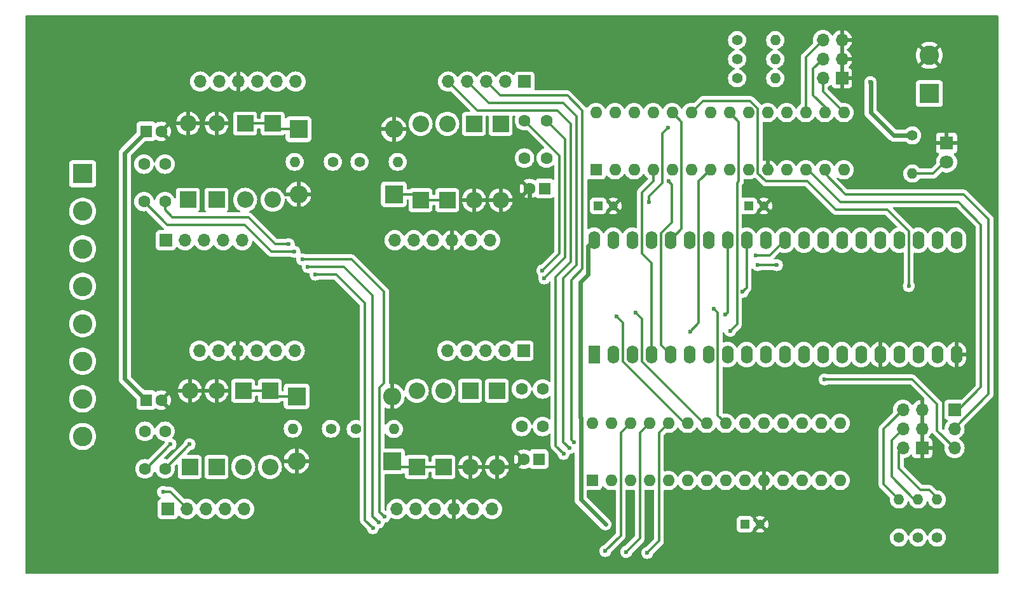
<source format=gbr>
G04 #@! TF.GenerationSoftware,KiCad,Pcbnew,8.0.5*
G04 #@! TF.CreationDate,2024-10-14T22:09:33+02:00*
G04 #@! TF.ProjectId,Exchange_ProofOfConcept,45786368-616e-4676-955f-50726f6f664f,1.0*
G04 #@! TF.SameCoordinates,Original*
G04 #@! TF.FileFunction,Copper,L2,Bot*
G04 #@! TF.FilePolarity,Positive*
%FSLAX46Y46*%
G04 Gerber Fmt 4.6, Leading zero omitted, Abs format (unit mm)*
G04 Created by KiCad (PCBNEW 8.0.5) date 2024-10-14 22:09:33*
%MOMM*%
%LPD*%
G01*
G04 APERTURE LIST*
G04 #@! TA.AperFunction,ComponentPad*
%ADD10C,1.400000*%
G04 #@! TD*
G04 #@! TA.AperFunction,ComponentPad*
%ADD11O,1.400000X1.400000*%
G04 #@! TD*
G04 #@! TA.AperFunction,ComponentPad*
%ADD12R,1.200000X1.200000*%
G04 #@! TD*
G04 #@! TA.AperFunction,ComponentPad*
%ADD13C,1.200000*%
G04 #@! TD*
G04 #@! TA.AperFunction,ComponentPad*
%ADD14R,2.200000X2.200000*%
G04 #@! TD*
G04 #@! TA.AperFunction,ComponentPad*
%ADD15O,2.200000X2.200000*%
G04 #@! TD*
G04 #@! TA.AperFunction,ComponentPad*
%ADD16C,1.600000*%
G04 #@! TD*
G04 #@! TA.AperFunction,ComponentPad*
%ADD17R,1.600000X1.600000*%
G04 #@! TD*
G04 #@! TA.AperFunction,ComponentPad*
%ADD18R,1.700000X1.700000*%
G04 #@! TD*
G04 #@! TA.AperFunction,ComponentPad*
%ADD19O,1.700000X1.700000*%
G04 #@! TD*
G04 #@! TA.AperFunction,ComponentPad*
%ADD20O,1.600000X1.600000*%
G04 #@! TD*
G04 #@! TA.AperFunction,ComponentPad*
%ADD21R,2.400000X2.400000*%
G04 #@! TD*
G04 #@! TA.AperFunction,ComponentPad*
%ADD22O,2.400000X2.400000*%
G04 #@! TD*
G04 #@! TA.AperFunction,ComponentPad*
%ADD23R,2.600000X2.600000*%
G04 #@! TD*
G04 #@! TA.AperFunction,ComponentPad*
%ADD24C,2.600000*%
G04 #@! TD*
G04 #@! TA.AperFunction,ComponentPad*
%ADD25R,1.600000X2.400000*%
G04 #@! TD*
G04 #@! TA.AperFunction,ComponentPad*
%ADD26O,1.600000X2.400000*%
G04 #@! TD*
G04 #@! TA.AperFunction,ComponentPad*
%ADD27R,1.800000X1.800000*%
G04 #@! TD*
G04 #@! TA.AperFunction,ComponentPad*
%ADD28C,1.800000*%
G04 #@! TD*
G04 #@! TA.AperFunction,ViaPad*
%ADD29C,0.600000*%
G04 #@! TD*
G04 #@! TA.AperFunction,Conductor*
%ADD30C,0.600000*%
G04 #@! TD*
G04 #@! TA.AperFunction,Conductor*
%ADD31C,0.300000*%
G04 #@! TD*
G04 APERTURE END LIST*
D10*
X171228000Y-54356000D03*
D11*
X176308000Y-54356000D03*
D12*
X152729401Y-76454000D03*
D13*
X154729401Y-76454000D03*
D14*
X132620000Y-75664000D03*
D15*
X132620000Y-65504000D03*
D16*
X95028000Y-70878000D03*
X95028000Y-75878000D03*
D17*
X92520000Y-102334000D03*
D16*
X94520000Y-102334000D03*
D18*
X142780000Y-95730000D03*
D19*
X140240000Y-95730000D03*
X137700000Y-95730000D03*
X135160000Y-95730000D03*
X132620000Y-95730000D03*
X112300000Y-95730000D03*
X109760000Y-95730000D03*
X107220000Y-95730000D03*
X104680000Y-95730000D03*
X102140000Y-95730000D03*
X99600000Y-95730000D03*
D10*
X117126000Y-106144000D03*
D11*
X112046000Y-106144000D03*
D17*
X151924000Y-113030000D03*
D20*
X154464000Y-113030000D03*
X157004000Y-113030000D03*
X159544000Y-113030000D03*
X162084000Y-113030000D03*
X164624000Y-113030000D03*
X167164000Y-113030000D03*
X169704000Y-113030000D03*
X172244000Y-113030000D03*
X174784000Y-113030000D03*
X177324000Y-113030000D03*
X179864000Y-113030000D03*
X182404000Y-113030000D03*
X184944000Y-113030000D03*
X184944000Y-105410000D03*
X182404000Y-105410000D03*
X179864000Y-105410000D03*
X177324000Y-105410000D03*
X174784000Y-105410000D03*
X172244000Y-105410000D03*
X169704000Y-105410000D03*
X167164000Y-105410000D03*
X164624000Y-105410000D03*
X162084000Y-105410000D03*
X159544000Y-105410000D03*
X157004000Y-105410000D03*
X154464000Y-105410000D03*
X151924000Y-105410000D03*
D14*
X129064000Y-75664000D03*
D15*
X129064000Y-65504000D03*
D21*
X112554000Y-101826000D03*
D22*
X125254000Y-101826000D03*
D14*
X101886000Y-111224000D03*
D15*
X101886000Y-101064000D03*
D16*
X142526000Y-105850000D03*
X142526000Y-100850000D03*
X92234000Y-70878000D03*
X92234000Y-75878000D03*
D21*
X125254000Y-110462000D03*
D22*
X112554000Y-110462000D03*
D17*
X152432000Y-71628000D03*
D20*
X154972000Y-71628000D03*
X157512000Y-71628000D03*
X160052000Y-71628000D03*
X162592000Y-71628000D03*
X165132000Y-71628000D03*
X167672000Y-71628000D03*
X170212000Y-71628000D03*
X172752000Y-71628000D03*
X175292000Y-71628000D03*
X177832000Y-71628000D03*
X180372000Y-71628000D03*
X182912000Y-71628000D03*
X185452000Y-71628000D03*
X185452000Y-64008000D03*
X182912000Y-64008000D03*
X180372000Y-64008000D03*
X177832000Y-64008000D03*
X175292000Y-64008000D03*
X172752000Y-64008000D03*
X170212000Y-64008000D03*
X167672000Y-64008000D03*
X165132000Y-64008000D03*
X162592000Y-64008000D03*
X160052000Y-64008000D03*
X157512000Y-64008000D03*
X154972000Y-64008000D03*
X152432000Y-64008000D03*
D14*
X135668000Y-101064000D03*
D15*
X135668000Y-111224000D03*
D12*
X172287401Y-118872000D03*
D13*
X174287401Y-118872000D03*
D14*
X109380000Y-65476000D03*
D15*
X109380000Y-75636000D03*
D21*
X112808000Y-66238000D03*
D22*
X125508000Y-66238000D03*
D14*
X108998000Y-101064000D03*
D15*
X108998000Y-111224000D03*
D10*
X192786000Y-120650000D03*
D11*
X192786000Y-115570000D03*
D23*
X196831000Y-61468000D03*
D24*
X196831000Y-56388000D03*
D16*
X92360000Y-106478000D03*
X92360000Y-111478000D03*
D10*
X117380000Y-70584000D03*
D11*
X112300000Y-70584000D03*
D25*
X152178000Y-96266000D03*
D26*
X154718000Y-96266000D03*
X157258000Y-96266000D03*
X159798000Y-96266000D03*
X162338000Y-96266000D03*
X164878000Y-96266000D03*
X167418000Y-96266000D03*
X169958000Y-96266000D03*
X172498000Y-96266000D03*
X175038000Y-96266000D03*
X177578000Y-96266000D03*
X180118000Y-96266000D03*
X182658000Y-96266000D03*
X185198000Y-96266000D03*
X187738000Y-96266000D03*
X190278000Y-96266000D03*
X192818000Y-96266000D03*
X195358000Y-96266000D03*
X197898000Y-96266000D03*
X200438000Y-96266000D03*
X200438000Y-81026000D03*
X197898000Y-81026000D03*
X195358000Y-81026000D03*
X192818000Y-81026000D03*
X190278000Y-81026000D03*
X187738000Y-81026000D03*
X185198000Y-81026000D03*
X182658000Y-81026000D03*
X180118000Y-81026000D03*
X177578000Y-81026000D03*
X175038000Y-81026000D03*
X172498000Y-81026000D03*
X169958000Y-81026000D03*
X167418000Y-81026000D03*
X164878000Y-81026000D03*
X162338000Y-81026000D03*
X159798000Y-81026000D03*
X157258000Y-81026000D03*
X154718000Y-81026000D03*
X152178000Y-81026000D03*
D18*
X95154000Y-81026000D03*
D19*
X97694000Y-81026000D03*
X100234000Y-81026000D03*
X102774000Y-81026000D03*
X105314000Y-81026000D03*
X125634000Y-81026000D03*
X128174000Y-81026000D03*
X130714000Y-81026000D03*
X133254000Y-81026000D03*
X135794000Y-81026000D03*
X138334000Y-81026000D03*
D10*
X120428000Y-106172000D03*
D11*
X125508000Y-106172000D03*
D12*
X172795401Y-76454000D03*
D13*
X174795401Y-76454000D03*
D14*
X132112000Y-111224000D03*
D15*
X132112000Y-101064000D03*
D23*
X84055000Y-72162000D03*
D24*
X84055000Y-77162000D03*
X84055000Y-82162000D03*
X84055000Y-87162000D03*
X84055000Y-92162000D03*
X84055000Y-97162000D03*
X84055000Y-102162000D03*
X84055000Y-107162000D03*
D18*
X200184000Y-103632000D03*
D19*
X200184000Y-106172000D03*
X200184000Y-108712000D03*
D10*
X194564000Y-67056000D03*
D11*
X194564000Y-72136000D03*
D14*
X98076000Y-75636000D03*
D15*
X98076000Y-65476000D03*
D18*
X185198000Y-59436000D03*
D19*
X182658000Y-59436000D03*
X185198000Y-56896000D03*
X182658000Y-56896000D03*
X185198000Y-54356000D03*
X182658000Y-54356000D03*
D18*
X142908000Y-59888000D03*
D19*
X140368000Y-59888000D03*
X137828000Y-59888000D03*
X135288000Y-59888000D03*
X132748000Y-59888000D03*
X112428000Y-59888000D03*
X109888000Y-59888000D03*
X107348000Y-59888000D03*
X104808000Y-59888000D03*
X102268000Y-59888000D03*
X99728000Y-59888000D03*
D10*
X120936000Y-70584000D03*
D11*
X126016000Y-70584000D03*
D14*
X128556000Y-111224000D03*
D15*
X128556000Y-101064000D03*
D14*
X105696000Y-65476000D03*
D15*
X105696000Y-75636000D03*
D14*
X101886000Y-75636000D03*
D15*
X101886000Y-65476000D03*
D27*
X199136000Y-68072000D03*
D28*
X199136000Y-70612000D03*
D18*
X95408000Y-116840000D03*
D19*
X97948000Y-116840000D03*
X100488000Y-116840000D03*
X103028000Y-116840000D03*
X105568000Y-116840000D03*
X125888000Y-116840000D03*
X128428000Y-116840000D03*
X130968000Y-116840000D03*
X133508000Y-116840000D03*
X136048000Y-116840000D03*
X138588000Y-116840000D03*
D10*
X171228000Y-59436000D03*
D11*
X176308000Y-59436000D03*
D14*
X139224000Y-101064000D03*
D15*
X139224000Y-111224000D03*
D14*
X98330000Y-111224000D03*
D15*
X98330000Y-101064000D03*
D10*
X171228000Y-56896000D03*
D11*
X176308000Y-56896000D03*
D10*
X197866000Y-120650000D03*
D11*
X197866000Y-115570000D03*
D14*
X105442000Y-101064000D03*
D15*
X105442000Y-111224000D03*
D17*
X145574000Y-74140000D03*
D16*
X143574000Y-74140000D03*
X142908000Y-70076000D03*
X142908000Y-65076000D03*
X145828000Y-70076000D03*
X145828000Y-65076000D03*
D21*
X125508000Y-74902000D03*
D22*
X112808000Y-74902000D03*
D14*
X136176000Y-65504000D03*
D15*
X136176000Y-75664000D03*
D17*
X144812000Y-110208000D03*
D16*
X142812000Y-110208000D03*
D14*
X139732000Y-65504000D03*
D15*
X139732000Y-75664000D03*
D17*
X92520000Y-66520000D03*
D16*
X94520000Y-66520000D03*
D10*
X195326000Y-120650000D03*
D11*
X195326000Y-115570000D03*
D18*
X195871000Y-108697000D03*
D19*
X193331000Y-108697000D03*
X195871000Y-106157000D03*
X193331000Y-106157000D03*
X195871000Y-103617000D03*
X193331000Y-103617000D03*
D16*
X145320000Y-105850000D03*
X145320000Y-100850000D03*
X95028000Y-106478000D03*
X95028000Y-111478000D03*
D29*
X151638000Y-78486000D03*
X146050000Y-78486000D03*
X169672000Y-90932000D03*
X171978000Y-87884000D03*
X98300000Y-108206000D03*
X95758000Y-108204000D03*
X145288000Y-85062736D03*
X145542000Y-86106000D03*
X111506000Y-81534000D03*
X173736000Y-83058000D03*
X173990000Y-84328000D03*
X176530000Y-84328000D03*
X112268000Y-82550000D03*
X150400000Y-104648000D03*
X188976000Y-59944000D03*
X153702000Y-118872000D03*
X182880000Y-99568000D03*
X94774000Y-114554000D03*
X114046000Y-84582000D03*
X123476000Y-118618000D03*
X124238000Y-117856000D03*
X113316000Y-83566000D03*
X149500000Y-107950000D03*
X148876000Y-108712000D03*
X148114000Y-109474000D03*
X122714000Y-119380000D03*
X115062000Y-85598000D03*
X162084000Y-73152000D03*
X164961000Y-93218000D03*
X162052000Y-66040000D03*
X159512000Y-75946000D03*
X170323000Y-93107000D03*
X194108000Y-87122000D03*
X159258000Y-122682000D03*
X153670000Y-122428000D03*
X156464000Y-122555000D03*
X155194000Y-91186000D03*
X157728000Y-90684000D03*
X168148000Y-90170000D03*
D30*
X143574000Y-76010000D02*
X146050000Y-78486000D01*
X143574000Y-74140000D02*
X143574000Y-76010000D01*
D31*
X139662000Y-61722000D02*
X137828000Y-59888000D01*
X150634000Y-63734000D02*
X148622000Y-61722000D01*
X149130000Y-86344000D02*
X150634000Y-84840000D01*
X150634000Y-84840000D02*
X150634000Y-63734000D01*
X149130000Y-107580000D02*
X149130000Y-86344000D01*
X149500000Y-107950000D02*
X149130000Y-107580000D01*
X148622000Y-61722000D02*
X139662000Y-61722000D01*
X138138000Y-62738000D02*
X135288000Y-59888000D01*
X149860000Y-84360000D02*
X149860000Y-64516000D01*
X148082000Y-86138000D02*
X149860000Y-84360000D01*
X148082000Y-107918000D02*
X148082000Y-86138000D01*
X149860000Y-64516000D02*
X148082000Y-62738000D01*
X148876000Y-108712000D02*
X148082000Y-107918000D01*
X148082000Y-62738000D02*
X138138000Y-62738000D01*
X136614000Y-63754000D02*
X132748000Y-59888000D01*
X147320000Y-63754000D02*
X136614000Y-63754000D01*
X149098000Y-65532000D02*
X147320000Y-63754000D01*
X147066000Y-85928661D02*
X149098000Y-83896661D01*
X147066000Y-108426000D02*
X147066000Y-85928661D01*
X148114000Y-109474000D02*
X147066000Y-108426000D01*
X149098000Y-83896661D02*
X149098000Y-65532000D01*
X147574000Y-82776736D02*
X147574000Y-69742000D01*
X147574000Y-69742000D02*
X142908000Y-65076000D01*
X145288000Y-85062736D02*
X147574000Y-82776736D01*
X148336000Y-67584000D02*
X145828000Y-65076000D01*
X148336000Y-83312000D02*
X148336000Y-67584000D01*
X145542000Y-86106000D02*
X148336000Y-83312000D01*
X175546000Y-83058000D02*
X177578000Y-81026000D01*
X173736000Y-83058000D02*
X175546000Y-83058000D01*
X172498000Y-87364000D02*
X172498000Y-81026000D01*
X171978000Y-87884000D02*
X172498000Y-87364000D01*
X164234233Y-105410000D02*
X164624000Y-105410000D01*
X156008000Y-92000000D02*
X156008000Y-97183767D01*
X155194000Y-91186000D02*
X156008000Y-92000000D01*
X156008000Y-97183767D02*
X164234233Y-105410000D01*
X166128000Y-92051000D02*
X166128000Y-73172000D01*
X166128000Y-73172000D02*
X167672000Y-71628000D01*
X164961000Y-93218000D02*
X166128000Y-92051000D01*
X168668000Y-104374000D02*
X169704000Y-105410000D01*
X168668000Y-90690000D02*
X168668000Y-104374000D01*
X168148000Y-90170000D02*
X168668000Y-90690000D01*
X169958000Y-90646000D02*
X169958000Y-81026000D01*
X169672000Y-90932000D02*
X169958000Y-90646000D01*
X95028000Y-111478000D02*
X98300000Y-108206000D01*
X92484000Y-111478000D02*
X92360000Y-111478000D01*
X95758000Y-108204000D02*
X92484000Y-111478000D01*
X111506000Y-81534000D02*
X109728000Y-81534000D01*
X96012000Y-77978000D02*
X95028000Y-76994000D01*
X106172000Y-77978000D02*
X96012000Y-77978000D01*
X109728000Y-81534000D02*
X106172000Y-77978000D01*
X95028000Y-76994000D02*
X95028000Y-75878000D01*
X95350000Y-78994000D02*
X92234000Y-75878000D01*
X109220000Y-82550000D02*
X105664000Y-78994000D01*
X105664000Y-78994000D02*
X95350000Y-78994000D01*
X173990000Y-84328000D02*
X176530000Y-84328000D01*
X112268000Y-82550000D02*
X109220000Y-82550000D01*
D30*
X196826000Y-56388000D02*
X196831000Y-56383000D01*
D31*
X128556000Y-111224000D02*
X126016000Y-111224000D01*
X126016000Y-111224000D02*
X125254000Y-110462000D01*
X132112000Y-111224000D02*
X128556000Y-111224000D01*
X112554000Y-101826000D02*
X109760000Y-101826000D01*
X109760000Y-101826000D02*
X108998000Y-101064000D01*
X108998000Y-101064000D02*
X105442000Y-101064000D01*
X132620000Y-75664000D02*
X129064000Y-75664000D01*
X129064000Y-75664000D02*
X129036000Y-75664000D01*
X128274000Y-74902000D02*
X125508000Y-74902000D01*
X129036000Y-75664000D02*
X128274000Y-74902000D01*
X112808000Y-66238000D02*
X110142000Y-66238000D01*
X109380000Y-65476000D02*
X105696000Y-65476000D01*
X110142000Y-66238000D02*
X109380000Y-65476000D01*
D30*
X150400000Y-104648000D02*
X150368000Y-104616000D01*
X89662000Y-99476000D02*
X92520000Y-102334000D01*
X150368000Y-104616000D02*
X150368000Y-86614000D01*
X150400000Y-115570000D02*
X150400000Y-104648000D01*
X153702000Y-118872000D02*
X150400000Y-115570000D01*
X89662000Y-69378000D02*
X89662000Y-99476000D01*
X189008000Y-64008000D02*
X192056000Y-67056000D01*
X151384000Y-85598000D02*
X151384000Y-81820000D01*
X150368000Y-86614000D02*
X151384000Y-85598000D01*
X92520000Y-66520000D02*
X89662000Y-69378000D01*
X189008000Y-59976000D02*
X189008000Y-64008000D01*
X151384000Y-81820000D02*
X152178000Y-81026000D01*
X192056000Y-67056000D02*
X194564000Y-67056000D01*
X188976000Y-59944000D02*
X189008000Y-59976000D01*
X144812000Y-110208000D02*
X144840000Y-110236000D01*
D31*
X201422000Y-74930000D02*
X185674000Y-74930000D01*
X204724000Y-101505000D02*
X204724000Y-78232000D01*
X185674000Y-74930000D02*
X182912000Y-72168000D01*
X200184000Y-106045000D02*
X204724000Y-101505000D01*
X200184000Y-106172000D02*
X200184000Y-106045000D01*
X204724000Y-78232000D02*
X201422000Y-74930000D01*
X182912000Y-72168000D02*
X182912000Y-71628000D01*
X200692000Y-75946000D02*
X184944000Y-75946000D01*
X184944000Y-75946000D02*
X180626000Y-71628000D01*
X203708000Y-78962000D02*
X200692000Y-75946000D01*
X200692000Y-103632000D02*
X203708000Y-100616000D01*
X203708000Y-100616000D02*
X203708000Y-78962000D01*
X180626000Y-71628000D02*
X180372000Y-71628000D01*
X200184000Y-103632000D02*
X200692000Y-103632000D01*
X194564000Y-99568000D02*
X197866000Y-102870000D01*
X182880000Y-99568000D02*
X194564000Y-99568000D01*
X197866000Y-106394000D02*
X200184000Y-108712000D01*
X197866000Y-102870000D02*
X197866000Y-106394000D01*
X94774000Y-114554000D02*
X95758000Y-114554000D01*
X95758000Y-114554000D02*
X97948000Y-116744000D01*
X97948000Y-116744000D02*
X97948000Y-116840000D01*
X114046000Y-84582000D02*
X118872000Y-84582000D01*
X122682000Y-88392000D02*
X122682000Y-117824000D01*
X118872000Y-84582000D02*
X122682000Y-88392000D01*
X122682000Y-117824000D02*
X123476000Y-118618000D01*
X124206000Y-87884000D02*
X124206000Y-100076000D01*
X113316000Y-83566000D02*
X119888000Y-83566000D01*
X123604000Y-117222000D02*
X124238000Y-117856000D01*
X123604000Y-100678000D02*
X123604000Y-117222000D01*
X124206000Y-100076000D02*
X123604000Y-100678000D01*
X119888000Y-83566000D02*
X124206000Y-87884000D01*
X117856000Y-85598000D02*
X121666000Y-89408000D01*
X121666000Y-118332000D02*
X122714000Y-119380000D01*
X115062000Y-85598000D02*
X117856000Y-85598000D01*
X121666000Y-89408000D02*
X121666000Y-118332000D01*
X162084000Y-73152000D02*
X162560000Y-73628000D01*
X162560000Y-73628000D02*
X162560000Y-78636233D01*
X161088000Y-80108233D02*
X161088000Y-95016000D01*
X162560000Y-78636233D02*
X161088000Y-80108233D01*
X161088000Y-95016000D02*
X162338000Y-96266000D01*
X160052000Y-73152000D02*
X160052000Y-71628000D01*
X158548000Y-74656000D02*
X160052000Y-73152000D01*
X158548000Y-82824000D02*
X158548000Y-74656000D01*
X159798000Y-84074000D02*
X158548000Y-82824000D01*
X159798000Y-96266000D02*
X159798000Y-84074000D01*
X159512000Y-75946000D02*
X159512000Y-75184000D01*
X159512000Y-75184000D02*
X161302000Y-73394000D01*
X161302000Y-66790000D02*
X162052000Y-66040000D01*
X161302000Y-73394000D02*
X161302000Y-66790000D01*
X163842000Y-65258000D02*
X163842000Y-79522000D01*
X163842000Y-79522000D02*
X162338000Y-81026000D01*
X162592000Y-64008000D02*
X163842000Y-65258000D01*
X170323000Y-93107000D02*
X171228000Y-92202000D01*
X171228000Y-92202000D02*
X171228000Y-73406000D01*
X171462000Y-65258000D02*
X170212000Y-64008000D01*
X171228000Y-73406000D02*
X171462000Y-73172000D01*
X171462000Y-73172000D02*
X171462000Y-65258000D01*
X191262000Y-76962000D02*
X184404000Y-76962000D01*
X175048233Y-73152000D02*
X174002000Y-72105767D01*
X174002000Y-72105767D02*
X174002000Y-63490233D01*
X194108000Y-79808000D02*
X191262000Y-76962000D01*
X172995767Y-62484000D02*
X166656000Y-62484000D01*
X180594000Y-73152000D02*
X175048233Y-73152000D01*
X166656000Y-62484000D02*
X165132000Y-64008000D01*
X184404000Y-76962000D02*
X180594000Y-73152000D01*
X174002000Y-63490233D02*
X172995767Y-62484000D01*
X194108000Y-87122000D02*
X194108000Y-79808000D01*
X160834000Y-106660000D02*
X162084000Y-105410000D01*
X160834000Y-121106000D02*
X160834000Y-106660000D01*
X159258000Y-122682000D02*
X160834000Y-121106000D01*
X153670000Y-122428000D02*
X155734000Y-120364000D01*
X155734000Y-120364000D02*
X155734000Y-106680000D01*
X155734000Y-106680000D02*
X157004000Y-105410000D01*
X158274000Y-120745000D02*
X158274000Y-106680000D01*
X158274000Y-106680000D02*
X159544000Y-105410000D01*
X156464000Y-122555000D02*
X158274000Y-120745000D01*
X158548000Y-91504000D02*
X158548000Y-97183767D01*
X157728000Y-90684000D02*
X158548000Y-91504000D01*
X158548000Y-97183767D02*
X166774233Y-105410000D01*
X166774233Y-105410000D02*
X167164000Y-105410000D01*
X182658000Y-59436000D02*
X182658000Y-61214000D01*
X182658000Y-61214000D02*
X185452000Y-64008000D01*
X191802000Y-112554000D02*
X191802000Y-107686000D01*
X194818000Y-115570000D02*
X191802000Y-112554000D01*
X191802000Y-107686000D02*
X193331000Y-106157000D01*
X195326000Y-115570000D02*
X194818000Y-115570000D01*
X190754000Y-106194000D02*
X193331000Y-103617000D01*
X190754000Y-113538000D02*
X190754000Y-106194000D01*
X192786000Y-115570000D02*
X191262000Y-114046000D01*
X191262000Y-114046000D02*
X190754000Y-113538000D01*
X195682346Y-114300000D02*
X192786000Y-111403654D01*
X197358000Y-114808000D02*
X196850000Y-114300000D01*
X196850000Y-114300000D02*
X195682346Y-114300000D01*
X197866000Y-115570000D02*
X197866000Y-115316000D01*
X192786000Y-111403654D02*
X192786000Y-109242000D01*
X192786000Y-109242000D02*
X193331000Y-108697000D01*
X197866000Y-115316000D02*
X197358000Y-114808000D01*
X182912000Y-63246000D02*
X182912000Y-64008000D01*
X181358000Y-61692000D02*
X182912000Y-63246000D01*
X181358000Y-58196000D02*
X181358000Y-61692000D01*
X182658000Y-56896000D02*
X181358000Y-58196000D01*
X182658000Y-54356000D02*
X180372000Y-56642000D01*
X180372000Y-56642000D02*
X180372000Y-64008000D01*
X197358000Y-72136000D02*
X194564000Y-72136000D01*
X198882000Y-70612000D02*
X197358000Y-72136000D01*
G04 #@! TA.AperFunction,Conductor*
G36*
X196121000Y-108263988D02*
G01*
X196063993Y-108231075D01*
X195936826Y-108197000D01*
X195805174Y-108197000D01*
X195678007Y-108231075D01*
X195621000Y-108263988D01*
X195621000Y-106590012D01*
X195678007Y-106622925D01*
X195805174Y-106657000D01*
X195936826Y-106657000D01*
X196063993Y-106622925D01*
X196121000Y-106590012D01*
X196121000Y-108263988D01*
G37*
G04 #@! TD.AperFunction*
G04 #@! TA.AperFunction,Conductor*
G36*
X196121000Y-105723988D02*
G01*
X196063993Y-105691075D01*
X195936826Y-105657000D01*
X195805174Y-105657000D01*
X195678007Y-105691075D01*
X195621000Y-105723988D01*
X195621000Y-104050012D01*
X195678007Y-104082925D01*
X195805174Y-104117000D01*
X195936826Y-104117000D01*
X196063993Y-104082925D01*
X196121000Y-104050012D01*
X196121000Y-105723988D01*
G37*
G04 #@! TD.AperFunction*
G04 #@! TA.AperFunction,Conductor*
G36*
X158849865Y-72171348D02*
G01*
X158894382Y-72222725D01*
X158921429Y-72280728D01*
X158921432Y-72280734D01*
X159051954Y-72467141D01*
X159212855Y-72628042D01*
X159212858Y-72628044D01*
X159212861Y-72628047D01*
X159348626Y-72723109D01*
X159392248Y-72777683D01*
X159401500Y-72824682D01*
X159401500Y-72831191D01*
X159381815Y-72898230D01*
X159365181Y-72918872D01*
X158042727Y-74241325D01*
X158042726Y-74241326D01*
X157971534Y-74347874D01*
X157922499Y-74466255D01*
X157922497Y-74466261D01*
X157897500Y-74591928D01*
X157897500Y-79295688D01*
X157877815Y-79362727D01*
X157825011Y-79408482D01*
X157755853Y-79418426D01*
X157735182Y-79413619D01*
X157562536Y-79357523D01*
X157427746Y-79336174D01*
X157360352Y-79325500D01*
X157155648Y-79325500D01*
X157131329Y-79329351D01*
X156953465Y-79357522D01*
X156758776Y-79420781D01*
X156576386Y-79513715D01*
X156410786Y-79634028D01*
X156266028Y-79778786D01*
X156145715Y-79944386D01*
X156098485Y-80037080D01*
X156050510Y-80087876D01*
X155982689Y-80104671D01*
X155916554Y-80082134D01*
X155877515Y-80037080D01*
X155852453Y-79987894D01*
X155830287Y-79944390D01*
X155822494Y-79933664D01*
X155709971Y-79778786D01*
X155565213Y-79634028D01*
X155399613Y-79513715D01*
X155399612Y-79513714D01*
X155399610Y-79513713D01*
X155337499Y-79482066D01*
X155217223Y-79420781D01*
X155022534Y-79357522D01*
X154847995Y-79329878D01*
X154820352Y-79325500D01*
X154615648Y-79325500D01*
X154591329Y-79329351D01*
X154413465Y-79357522D01*
X154218776Y-79420781D01*
X154036386Y-79513715D01*
X153870786Y-79634028D01*
X153726028Y-79778786D01*
X153605715Y-79944386D01*
X153558485Y-80037080D01*
X153510510Y-80087876D01*
X153442689Y-80104671D01*
X153376554Y-80082134D01*
X153337515Y-80037080D01*
X153312453Y-79987894D01*
X153290287Y-79944390D01*
X153282494Y-79933664D01*
X153169971Y-79778786D01*
X153025213Y-79634028D01*
X152859613Y-79513715D01*
X152859612Y-79513714D01*
X152859610Y-79513713D01*
X152797499Y-79482066D01*
X152677223Y-79420781D01*
X152482534Y-79357522D01*
X152307995Y-79329878D01*
X152280352Y-79325500D01*
X152075648Y-79325500D01*
X152051329Y-79329351D01*
X151873465Y-79357522D01*
X151678776Y-79420781D01*
X151496388Y-79513713D01*
X151481382Y-79524616D01*
X151415574Y-79548093D01*
X151347521Y-79532265D01*
X151298828Y-79482158D01*
X151284500Y-79424295D01*
X151284500Y-75806135D01*
X151628901Y-75806135D01*
X151628901Y-77101870D01*
X151628902Y-77101876D01*
X151635309Y-77161483D01*
X151685603Y-77296328D01*
X151685607Y-77296335D01*
X151771853Y-77411544D01*
X151771856Y-77411547D01*
X151887065Y-77497793D01*
X151887072Y-77497797D01*
X152021918Y-77548091D01*
X152021917Y-77548091D01*
X152028845Y-77548835D01*
X152081528Y-77554500D01*
X153377273Y-77554499D01*
X153436884Y-77548091D01*
X153571732Y-77497796D01*
X153686947Y-77411546D01*
X153704394Y-77388240D01*
X154148712Y-77388240D01*
X154236986Y-77442897D01*
X154427079Y-77516539D01*
X154627473Y-77554000D01*
X154831329Y-77554000D01*
X155031723Y-77516539D01*
X155221813Y-77442899D01*
X155221817Y-77442897D01*
X155310087Y-77388241D01*
X155310087Y-77388240D01*
X154729402Y-76807553D01*
X154729401Y-76807553D01*
X154148712Y-77388240D01*
X153704394Y-77388240D01*
X153773197Y-77296331D01*
X153823492Y-77161483D01*
X153826578Y-77132780D01*
X153829900Y-77101886D01*
X153829900Y-77101882D01*
X153829901Y-77101873D01*
X153829900Y-77051305D01*
X153849583Y-76984269D01*
X153866219Y-76963626D01*
X154375847Y-76454000D01*
X154375847Y-76453999D01*
X154336352Y-76414504D01*
X154429401Y-76414504D01*
X154429401Y-76493496D01*
X154449845Y-76569796D01*
X154489341Y-76638205D01*
X154545196Y-76694060D01*
X154613605Y-76733556D01*
X154689905Y-76754000D01*
X154768897Y-76754000D01*
X154845197Y-76733556D01*
X154913606Y-76694060D01*
X154969461Y-76638205D01*
X155008957Y-76569796D01*
X155029401Y-76493496D01*
X155029401Y-76454000D01*
X155082954Y-76454000D01*
X155666866Y-77037912D01*
X155668648Y-77035553D01*
X155668649Y-77035551D01*
X155759514Y-76853069D01*
X155759517Y-76853063D01*
X155815303Y-76656992D01*
X155815304Y-76656989D01*
X155834114Y-76454000D01*
X155834114Y-76453999D01*
X155815304Y-76251010D01*
X155815303Y-76251007D01*
X155759517Y-76054936D01*
X155759514Y-76054930D01*
X155668650Y-75872449D01*
X155668648Y-75872447D01*
X155666866Y-75870087D01*
X155082954Y-76454000D01*
X155029401Y-76454000D01*
X155029401Y-76414504D01*
X155008957Y-76338204D01*
X154969461Y-76269795D01*
X154913606Y-76213940D01*
X154845197Y-76174444D01*
X154768897Y-76154000D01*
X154689905Y-76154000D01*
X154613605Y-76174444D01*
X154545196Y-76213940D01*
X154489341Y-76269795D01*
X154449845Y-76338204D01*
X154429401Y-76414504D01*
X154336352Y-76414504D01*
X153866219Y-75944371D01*
X153832734Y-75883048D01*
X153829900Y-75856690D01*
X153829900Y-75806129D01*
X153829899Y-75806123D01*
X153829898Y-75806116D01*
X153823492Y-75746517D01*
X153809913Y-75710111D01*
X153773198Y-75611671D01*
X153773194Y-75611664D01*
X153704393Y-75519758D01*
X154148712Y-75519758D01*
X154729401Y-76100446D01*
X154729402Y-76100446D01*
X155310088Y-75519758D01*
X155221814Y-75465101D01*
X155221812Y-75465100D01*
X155031722Y-75391460D01*
X154831329Y-75354000D01*
X154627473Y-75354000D01*
X154427079Y-75391460D01*
X154236989Y-75465100D01*
X154236982Y-75465104D01*
X154148713Y-75519757D01*
X154148712Y-75519758D01*
X153704393Y-75519758D01*
X153686948Y-75496455D01*
X153686945Y-75496452D01*
X153571736Y-75410206D01*
X153571729Y-75410202D01*
X153436883Y-75359908D01*
X153436884Y-75359908D01*
X153377284Y-75353501D01*
X153377282Y-75353500D01*
X153377274Y-75353500D01*
X153377265Y-75353500D01*
X152081530Y-75353500D01*
X152081524Y-75353501D01*
X152021917Y-75359908D01*
X151887072Y-75410202D01*
X151887065Y-75410206D01*
X151771856Y-75496452D01*
X151771853Y-75496455D01*
X151685607Y-75611664D01*
X151685603Y-75611671D01*
X151635309Y-75746517D01*
X151628902Y-75806116D01*
X151628902Y-75806123D01*
X151628901Y-75806135D01*
X151284500Y-75806135D01*
X151284500Y-73011163D01*
X151304185Y-72944124D01*
X151356989Y-72898369D01*
X151426147Y-72888425D01*
X151451825Y-72894978D01*
X151524517Y-72922091D01*
X151584127Y-72928500D01*
X153279872Y-72928499D01*
X153339483Y-72922091D01*
X153474331Y-72871796D01*
X153589546Y-72785546D01*
X153675796Y-72670331D01*
X153726091Y-72535483D01*
X153729862Y-72500401D01*
X153756599Y-72435855D01*
X153813990Y-72396006D01*
X153883816Y-72393511D01*
X153943905Y-72429163D01*
X153954726Y-72442536D01*
X153971956Y-72467143D01*
X154132858Y-72628045D01*
X154178444Y-72659964D01*
X154319266Y-72758568D01*
X154525504Y-72854739D01*
X154525509Y-72854740D01*
X154525511Y-72854741D01*
X154550908Y-72861546D01*
X154745308Y-72913635D01*
X154907077Y-72927788D01*
X154971998Y-72933468D01*
X154972000Y-72933468D01*
X154972002Y-72933468D01*
X155028807Y-72928498D01*
X155198692Y-72913635D01*
X155418496Y-72854739D01*
X155624734Y-72758568D01*
X155811139Y-72628047D01*
X155972047Y-72467139D01*
X156102568Y-72280734D01*
X156129618Y-72222724D01*
X156175790Y-72170285D01*
X156242983Y-72151133D01*
X156309865Y-72171348D01*
X156354382Y-72222725D01*
X156381429Y-72280728D01*
X156381432Y-72280734D01*
X156511954Y-72467141D01*
X156672858Y-72628045D01*
X156718444Y-72659964D01*
X156859266Y-72758568D01*
X157065504Y-72854739D01*
X157065509Y-72854740D01*
X157065511Y-72854741D01*
X157090908Y-72861546D01*
X157285308Y-72913635D01*
X157447077Y-72927788D01*
X157511998Y-72933468D01*
X157512000Y-72933468D01*
X157512002Y-72933468D01*
X157568807Y-72928498D01*
X157738692Y-72913635D01*
X157958496Y-72854739D01*
X158164734Y-72758568D01*
X158351139Y-72628047D01*
X158512047Y-72467139D01*
X158642568Y-72280734D01*
X158669618Y-72222724D01*
X158715790Y-72170285D01*
X158782983Y-72151133D01*
X158849865Y-72171348D01*
G37*
G04 #@! TD.AperFunction*
G04 #@! TA.AperFunction,Conductor*
G36*
X173647641Y-72676974D02*
G01*
X173672472Y-72696185D01*
X174633558Y-73657272D01*
X174633559Y-73657273D01*
X174633562Y-73657275D01*
X174633564Y-73657277D01*
X174740106Y-73728465D01*
X174858489Y-73777501D01*
X174858493Y-73777501D01*
X174858494Y-73777502D01*
X174984161Y-73802500D01*
X174984164Y-73802500D01*
X180273192Y-73802500D01*
X180340231Y-73822185D01*
X180360873Y-73838819D01*
X183989331Y-77467277D01*
X184035007Y-77497796D01*
X184095873Y-77538465D01*
X184214256Y-77587501D01*
X184214260Y-77587501D01*
X184214261Y-77587502D01*
X184339928Y-77612500D01*
X184339931Y-77612500D01*
X184468069Y-77612500D01*
X190941192Y-77612500D01*
X191008231Y-77632185D01*
X191028873Y-77648819D01*
X192539534Y-79159480D01*
X192573019Y-79220803D01*
X192568035Y-79290495D01*
X192526163Y-79346428D01*
X192490171Y-79365092D01*
X192318778Y-79420781D01*
X192136386Y-79513715D01*
X191970786Y-79634028D01*
X191826028Y-79778786D01*
X191705715Y-79944386D01*
X191658485Y-80037080D01*
X191610510Y-80087876D01*
X191542689Y-80104671D01*
X191476554Y-80082134D01*
X191437515Y-80037080D01*
X191412453Y-79987894D01*
X191390287Y-79944390D01*
X191382494Y-79933664D01*
X191269971Y-79778786D01*
X191125213Y-79634028D01*
X190959613Y-79513715D01*
X190959612Y-79513714D01*
X190959610Y-79513713D01*
X190897499Y-79482066D01*
X190777223Y-79420781D01*
X190582534Y-79357522D01*
X190407995Y-79329878D01*
X190380352Y-79325500D01*
X190175648Y-79325500D01*
X190151329Y-79329351D01*
X189973465Y-79357522D01*
X189778776Y-79420781D01*
X189596386Y-79513715D01*
X189430786Y-79634028D01*
X189286028Y-79778786D01*
X189165715Y-79944386D01*
X189118485Y-80037080D01*
X189070510Y-80087876D01*
X189002689Y-80104671D01*
X188936554Y-80082134D01*
X188897515Y-80037080D01*
X188872453Y-79987894D01*
X188850287Y-79944390D01*
X188842494Y-79933664D01*
X188729971Y-79778786D01*
X188585213Y-79634028D01*
X188419613Y-79513715D01*
X188419612Y-79513714D01*
X188419610Y-79513713D01*
X188357499Y-79482066D01*
X188237223Y-79420781D01*
X188042534Y-79357522D01*
X187867995Y-79329878D01*
X187840352Y-79325500D01*
X187635648Y-79325500D01*
X187611329Y-79329351D01*
X187433465Y-79357522D01*
X187238776Y-79420781D01*
X187056386Y-79513715D01*
X186890786Y-79634028D01*
X186746028Y-79778786D01*
X186625715Y-79944386D01*
X186578485Y-80037080D01*
X186530510Y-80087876D01*
X186462689Y-80104671D01*
X186396554Y-80082134D01*
X186357515Y-80037080D01*
X186332453Y-79987894D01*
X186310287Y-79944390D01*
X186302494Y-79933664D01*
X186189971Y-79778786D01*
X186045213Y-79634028D01*
X185879613Y-79513715D01*
X185879612Y-79513714D01*
X185879610Y-79513713D01*
X185817499Y-79482066D01*
X185697223Y-79420781D01*
X185502534Y-79357522D01*
X185327995Y-79329878D01*
X185300352Y-79325500D01*
X185095648Y-79325500D01*
X185071329Y-79329351D01*
X184893465Y-79357522D01*
X184698776Y-79420781D01*
X184516386Y-79513715D01*
X184350786Y-79634028D01*
X184206028Y-79778786D01*
X184085715Y-79944386D01*
X184038485Y-80037080D01*
X183990510Y-80087876D01*
X183922689Y-80104671D01*
X183856554Y-80082134D01*
X183817515Y-80037080D01*
X183792453Y-79987894D01*
X183770287Y-79944390D01*
X183762494Y-79933664D01*
X183649971Y-79778786D01*
X183505213Y-79634028D01*
X183339613Y-79513715D01*
X183339612Y-79513714D01*
X183339610Y-79513713D01*
X183277499Y-79482066D01*
X183157223Y-79420781D01*
X182962534Y-79357522D01*
X182787995Y-79329878D01*
X182760352Y-79325500D01*
X182555648Y-79325500D01*
X182531329Y-79329351D01*
X182353465Y-79357522D01*
X182158776Y-79420781D01*
X181976386Y-79513715D01*
X181810786Y-79634028D01*
X181666028Y-79778786D01*
X181545715Y-79944386D01*
X181498485Y-80037080D01*
X181450510Y-80087876D01*
X181382689Y-80104671D01*
X181316554Y-80082134D01*
X181277515Y-80037080D01*
X181252453Y-79987894D01*
X181230287Y-79944390D01*
X181222494Y-79933664D01*
X181109971Y-79778786D01*
X180965213Y-79634028D01*
X180799613Y-79513715D01*
X180799612Y-79513714D01*
X180799610Y-79513713D01*
X180737499Y-79482066D01*
X180617223Y-79420781D01*
X180422534Y-79357522D01*
X180247995Y-79329878D01*
X180220352Y-79325500D01*
X180015648Y-79325500D01*
X179991329Y-79329351D01*
X179813465Y-79357522D01*
X179618776Y-79420781D01*
X179436386Y-79513715D01*
X179270786Y-79634028D01*
X179126028Y-79778786D01*
X179005715Y-79944386D01*
X178958485Y-80037080D01*
X178910510Y-80087876D01*
X178842689Y-80104671D01*
X178776554Y-80082134D01*
X178737515Y-80037080D01*
X178712453Y-79987894D01*
X178690287Y-79944390D01*
X178682494Y-79933664D01*
X178569971Y-79778786D01*
X178425213Y-79634028D01*
X178259613Y-79513715D01*
X178259612Y-79513714D01*
X178259610Y-79513713D01*
X178197499Y-79482066D01*
X178077223Y-79420781D01*
X177882534Y-79357522D01*
X177707995Y-79329878D01*
X177680352Y-79325500D01*
X177475648Y-79325500D01*
X177451329Y-79329351D01*
X177273465Y-79357522D01*
X177078776Y-79420781D01*
X176896386Y-79513715D01*
X176730786Y-79634028D01*
X176586028Y-79778786D01*
X176465715Y-79944386D01*
X176418485Y-80037080D01*
X176370510Y-80087876D01*
X176302689Y-80104671D01*
X176236554Y-80082134D01*
X176197515Y-80037080D01*
X176172453Y-79987894D01*
X176150287Y-79944390D01*
X176142494Y-79933664D01*
X176029971Y-79778786D01*
X175885213Y-79634028D01*
X175719613Y-79513715D01*
X175719612Y-79513714D01*
X175719610Y-79513713D01*
X175657499Y-79482066D01*
X175537223Y-79420781D01*
X175342534Y-79357522D01*
X175167995Y-79329878D01*
X175140352Y-79325500D01*
X174935648Y-79325500D01*
X174911329Y-79329351D01*
X174733465Y-79357522D01*
X174538776Y-79420781D01*
X174356386Y-79513715D01*
X174190786Y-79634028D01*
X174046028Y-79778786D01*
X173925715Y-79944386D01*
X173878485Y-80037080D01*
X173830510Y-80087876D01*
X173762689Y-80104671D01*
X173696554Y-80082134D01*
X173657515Y-80037080D01*
X173632453Y-79987894D01*
X173610287Y-79944390D01*
X173602494Y-79933664D01*
X173489971Y-79778786D01*
X173345213Y-79634028D01*
X173179613Y-79513715D01*
X173179612Y-79513714D01*
X173179610Y-79513713D01*
X173117499Y-79482066D01*
X172997223Y-79420781D01*
X172802534Y-79357522D01*
X172627995Y-79329878D01*
X172600352Y-79325500D01*
X172395648Y-79325500D01*
X172328254Y-79336174D01*
X172193464Y-79357523D01*
X172193461Y-79357523D01*
X172040818Y-79407121D01*
X171970977Y-79409116D01*
X171911144Y-79373036D01*
X171880316Y-79310335D01*
X171878500Y-79289190D01*
X171878500Y-77648576D01*
X171898185Y-77581537D01*
X171950989Y-77535782D01*
X172020147Y-77525838D01*
X172045828Y-77532392D01*
X172087918Y-77548091D01*
X172147528Y-77554500D01*
X173443273Y-77554499D01*
X173502884Y-77548091D01*
X173637732Y-77497796D01*
X173752947Y-77411546D01*
X173770394Y-77388240D01*
X174214712Y-77388240D01*
X174302986Y-77442897D01*
X174493079Y-77516539D01*
X174693473Y-77554000D01*
X174897329Y-77554000D01*
X175097723Y-77516539D01*
X175287813Y-77442899D01*
X175287817Y-77442897D01*
X175376087Y-77388241D01*
X175376087Y-77388240D01*
X174795402Y-76807553D01*
X174795401Y-76807553D01*
X174214712Y-77388240D01*
X173770394Y-77388240D01*
X173839197Y-77296331D01*
X173889492Y-77161483D01*
X173892578Y-77132780D01*
X173895900Y-77101886D01*
X173895900Y-77101882D01*
X173895901Y-77101873D01*
X173895900Y-77051305D01*
X173915583Y-76984269D01*
X173932219Y-76963626D01*
X174441847Y-76454000D01*
X174441847Y-76453999D01*
X174402352Y-76414504D01*
X174495401Y-76414504D01*
X174495401Y-76493496D01*
X174515845Y-76569796D01*
X174555341Y-76638205D01*
X174611196Y-76694060D01*
X174679605Y-76733556D01*
X174755905Y-76754000D01*
X174834897Y-76754000D01*
X174911197Y-76733556D01*
X174979606Y-76694060D01*
X175035461Y-76638205D01*
X175074957Y-76569796D01*
X175095401Y-76493496D01*
X175095401Y-76454000D01*
X175148954Y-76454000D01*
X175732866Y-77037912D01*
X175734648Y-77035553D01*
X175734649Y-77035551D01*
X175825514Y-76853069D01*
X175825517Y-76853063D01*
X175881303Y-76656992D01*
X175881304Y-76656989D01*
X175900114Y-76454000D01*
X175900114Y-76453999D01*
X175881304Y-76251010D01*
X175881303Y-76251007D01*
X175825517Y-76054936D01*
X175825514Y-76054930D01*
X175734650Y-75872449D01*
X175734648Y-75872447D01*
X175732866Y-75870087D01*
X175148954Y-76454000D01*
X175095401Y-76454000D01*
X175095401Y-76414504D01*
X175074957Y-76338204D01*
X175035461Y-76269795D01*
X174979606Y-76213940D01*
X174911197Y-76174444D01*
X174834897Y-76154000D01*
X174755905Y-76154000D01*
X174679605Y-76174444D01*
X174611196Y-76213940D01*
X174555341Y-76269795D01*
X174515845Y-76338204D01*
X174495401Y-76414504D01*
X174402352Y-76414504D01*
X173932219Y-75944371D01*
X173898734Y-75883048D01*
X173895900Y-75856690D01*
X173895900Y-75806129D01*
X173895899Y-75806123D01*
X173895898Y-75806116D01*
X173889492Y-75746517D01*
X173875913Y-75710111D01*
X173839198Y-75611671D01*
X173839194Y-75611664D01*
X173770393Y-75519758D01*
X174214712Y-75519758D01*
X174795401Y-76100446D01*
X174795402Y-76100446D01*
X175376088Y-75519758D01*
X175287814Y-75465101D01*
X175287812Y-75465100D01*
X175097722Y-75391460D01*
X174897329Y-75354000D01*
X174693473Y-75354000D01*
X174493079Y-75391460D01*
X174302989Y-75465100D01*
X174302982Y-75465104D01*
X174214713Y-75519757D01*
X174214712Y-75519758D01*
X173770393Y-75519758D01*
X173752948Y-75496455D01*
X173752945Y-75496452D01*
X173637736Y-75410206D01*
X173637729Y-75410202D01*
X173502883Y-75359908D01*
X173502884Y-75359908D01*
X173443284Y-75353501D01*
X173443282Y-75353500D01*
X173443274Y-75353500D01*
X173443265Y-75353500D01*
X172147530Y-75353500D01*
X172147524Y-75353501D01*
X172087916Y-75359909D01*
X172045832Y-75375605D01*
X171976140Y-75380589D01*
X171914818Y-75347103D01*
X171881333Y-75285780D01*
X171878500Y-75259423D01*
X171878500Y-73726808D01*
X171898185Y-73659769D01*
X171914820Y-73639126D01*
X171967273Y-73586673D01*
X171967277Y-73586669D01*
X172038465Y-73480127D01*
X172087501Y-73361744D01*
X172093829Y-73329931D01*
X172112500Y-73236069D01*
X172112500Y-72959380D01*
X172132185Y-72892341D01*
X172184989Y-72846586D01*
X172254147Y-72836642D01*
X172288903Y-72846997D01*
X172305504Y-72854739D01*
X172305509Y-72854740D01*
X172305511Y-72854741D01*
X172330908Y-72861546D01*
X172525308Y-72913635D01*
X172687077Y-72927788D01*
X172751998Y-72933468D01*
X172752000Y-72933468D01*
X172752002Y-72933468D01*
X172808807Y-72928498D01*
X172978692Y-72913635D01*
X173198496Y-72854739D01*
X173404734Y-72758568D01*
X173513672Y-72682289D01*
X173579874Y-72659964D01*
X173647641Y-72676974D01*
G37*
G04 #@! TD.AperFunction*
G04 #@! TA.AperFunction,Conductor*
G36*
X185448000Y-59002988D02*
G01*
X185390993Y-58970075D01*
X185263826Y-58936000D01*
X185132174Y-58936000D01*
X185005007Y-58970075D01*
X184948000Y-59002988D01*
X184948000Y-57329012D01*
X185005007Y-57361925D01*
X185132174Y-57396000D01*
X185263826Y-57396000D01*
X185390993Y-57361925D01*
X185448000Y-57329012D01*
X185448000Y-59002988D01*
G37*
G04 #@! TD.AperFunction*
G04 #@! TA.AperFunction,Conductor*
G36*
X185448000Y-56462988D02*
G01*
X185390993Y-56430075D01*
X185263826Y-56396000D01*
X185132174Y-56396000D01*
X185005007Y-56430075D01*
X184948000Y-56462988D01*
X184948000Y-54789012D01*
X185005007Y-54821925D01*
X185132174Y-54856000D01*
X185263826Y-54856000D01*
X185390993Y-54821925D01*
X185448000Y-54789012D01*
X185448000Y-56462988D01*
G37*
G04 #@! TD.AperFunction*
G04 #@! TA.AperFunction,Conductor*
G36*
X205972539Y-51070185D02*
G01*
X206018294Y-51122989D01*
X206029500Y-51174500D01*
X206029500Y-125355500D01*
X206009815Y-125422539D01*
X205957011Y-125468294D01*
X205905500Y-125479500D01*
X76574500Y-125479500D01*
X76507461Y-125459815D01*
X76461706Y-125407011D01*
X76450500Y-125355500D01*
X76450500Y-114553996D01*
X93968435Y-114553996D01*
X93968435Y-114554003D01*
X93988630Y-114733249D01*
X93988631Y-114733254D01*
X94048211Y-114903523D01*
X94077729Y-114950500D01*
X94144184Y-115056262D01*
X94271738Y-115183816D01*
X94334904Y-115223506D01*
X94424476Y-115279788D01*
X94426619Y-115280820D01*
X94427765Y-115281854D01*
X94430374Y-115283494D01*
X94430086Y-115283950D01*
X94478480Y-115327641D01*
X94496795Y-115395067D01*
X94475750Y-115461692D01*
X94422025Y-115506362D01*
X94416155Y-115508724D01*
X94315670Y-115546203D01*
X94315664Y-115546206D01*
X94200455Y-115632452D01*
X94200452Y-115632455D01*
X94114206Y-115747664D01*
X94114202Y-115747671D01*
X94063908Y-115882517D01*
X94057501Y-115942116D01*
X94057500Y-115942135D01*
X94057500Y-117737870D01*
X94057501Y-117737876D01*
X94063908Y-117797483D01*
X94114202Y-117932328D01*
X94114206Y-117932335D01*
X94200452Y-118047544D01*
X94200455Y-118047547D01*
X94315664Y-118133793D01*
X94315671Y-118133797D01*
X94450517Y-118184091D01*
X94450516Y-118184091D01*
X94457444Y-118184835D01*
X94510127Y-118190500D01*
X96305872Y-118190499D01*
X96365483Y-118184091D01*
X96500331Y-118133796D01*
X96615546Y-118047546D01*
X96701796Y-117932331D01*
X96750810Y-117800916D01*
X96792681Y-117744984D01*
X96858145Y-117720566D01*
X96926418Y-117735417D01*
X96954673Y-117756569D01*
X97076599Y-117878495D01*
X97161234Y-117937757D01*
X97270165Y-118014032D01*
X97270167Y-118014033D01*
X97270170Y-118014035D01*
X97484337Y-118113903D01*
X97712592Y-118175063D01*
X97889034Y-118190500D01*
X97947999Y-118195659D01*
X97948000Y-118195659D01*
X97948001Y-118195659D01*
X98006966Y-118190500D01*
X98183408Y-118175063D01*
X98411663Y-118113903D01*
X98625830Y-118014035D01*
X98819401Y-117878495D01*
X98986495Y-117711401D01*
X99116425Y-117525842D01*
X99171002Y-117482217D01*
X99240500Y-117475023D01*
X99302855Y-117506546D01*
X99319575Y-117525842D01*
X99449500Y-117711395D01*
X99449505Y-117711401D01*
X99616599Y-117878495D01*
X99701234Y-117937757D01*
X99810165Y-118014032D01*
X99810167Y-118014033D01*
X99810170Y-118014035D01*
X100024337Y-118113903D01*
X100252592Y-118175063D01*
X100429034Y-118190500D01*
X100487999Y-118195659D01*
X100488000Y-118195659D01*
X100488001Y-118195659D01*
X100546966Y-118190500D01*
X100723408Y-118175063D01*
X100951663Y-118113903D01*
X101165830Y-118014035D01*
X101359401Y-117878495D01*
X101526495Y-117711401D01*
X101656425Y-117525842D01*
X101711002Y-117482217D01*
X101780500Y-117475023D01*
X101842855Y-117506546D01*
X101859575Y-117525842D01*
X101989500Y-117711395D01*
X101989505Y-117711401D01*
X102156599Y-117878495D01*
X102241234Y-117937757D01*
X102350165Y-118014032D01*
X102350167Y-118014033D01*
X102350170Y-118014035D01*
X102564337Y-118113903D01*
X102792592Y-118175063D01*
X102969034Y-118190500D01*
X103027999Y-118195659D01*
X103028000Y-118195659D01*
X103028001Y-118195659D01*
X103086966Y-118190500D01*
X103263408Y-118175063D01*
X103491663Y-118113903D01*
X103705830Y-118014035D01*
X103899401Y-117878495D01*
X104066495Y-117711401D01*
X104196425Y-117525842D01*
X104251002Y-117482217D01*
X104320500Y-117475023D01*
X104382855Y-117506546D01*
X104399575Y-117525842D01*
X104529500Y-117711395D01*
X104529505Y-117711401D01*
X104696599Y-117878495D01*
X104781234Y-117937757D01*
X104890165Y-118014032D01*
X104890167Y-118014033D01*
X104890170Y-118014035D01*
X105104337Y-118113903D01*
X105332592Y-118175063D01*
X105509034Y-118190500D01*
X105567999Y-118195659D01*
X105568000Y-118195659D01*
X105568001Y-118195659D01*
X105626966Y-118190500D01*
X105803408Y-118175063D01*
X106031663Y-118113903D01*
X106245830Y-118014035D01*
X106439401Y-117878495D01*
X106606495Y-117711401D01*
X106742035Y-117517830D01*
X106841903Y-117303663D01*
X106903063Y-117075408D01*
X106923659Y-116840000D01*
X106903063Y-116604592D01*
X106841903Y-116376337D01*
X106742035Y-116162171D01*
X106736731Y-116154595D01*
X106606494Y-115968597D01*
X106439402Y-115801506D01*
X106439395Y-115801501D01*
X106245834Y-115665967D01*
X106245830Y-115665965D01*
X106209110Y-115648842D01*
X106031663Y-115566097D01*
X106031659Y-115566096D01*
X106031655Y-115566094D01*
X105803413Y-115504938D01*
X105803403Y-115504936D01*
X105568001Y-115484341D01*
X105567999Y-115484341D01*
X105332596Y-115504936D01*
X105332586Y-115504938D01*
X105104344Y-115566094D01*
X105104335Y-115566098D01*
X104890171Y-115665964D01*
X104890169Y-115665965D01*
X104696597Y-115801505D01*
X104529505Y-115968597D01*
X104399575Y-116154158D01*
X104344998Y-116197783D01*
X104275500Y-116204977D01*
X104213145Y-116173454D01*
X104196425Y-116154158D01*
X104066494Y-115968597D01*
X103899402Y-115801506D01*
X103899395Y-115801501D01*
X103705834Y-115665967D01*
X103705830Y-115665965D01*
X103669110Y-115648842D01*
X103491663Y-115566097D01*
X103491659Y-115566096D01*
X103491655Y-115566094D01*
X103263413Y-115504938D01*
X103263403Y-115504936D01*
X103028001Y-115484341D01*
X103027999Y-115484341D01*
X102792596Y-115504936D01*
X102792586Y-115504938D01*
X102564344Y-115566094D01*
X102564335Y-115566098D01*
X102350171Y-115665964D01*
X102350169Y-115665965D01*
X102156597Y-115801505D01*
X101989505Y-115968597D01*
X101859575Y-116154158D01*
X101804998Y-116197783D01*
X101735500Y-116204977D01*
X101673145Y-116173454D01*
X101656425Y-116154158D01*
X101526494Y-115968597D01*
X101359402Y-115801506D01*
X101359395Y-115801501D01*
X101165834Y-115665967D01*
X101165830Y-115665965D01*
X101129110Y-115648842D01*
X100951663Y-115566097D01*
X100951659Y-115566096D01*
X100951655Y-115566094D01*
X100723413Y-115504938D01*
X100723403Y-115504936D01*
X100488001Y-115484341D01*
X100487999Y-115484341D01*
X100252596Y-115504936D01*
X100252586Y-115504938D01*
X100024344Y-115566094D01*
X100024335Y-115566098D01*
X99810171Y-115665964D01*
X99810169Y-115665965D01*
X99616597Y-115801505D01*
X99449505Y-115968597D01*
X99319575Y-116154158D01*
X99264998Y-116197783D01*
X99195500Y-116204977D01*
X99133145Y-116173454D01*
X99116425Y-116154158D01*
X98986494Y-115968597D01*
X98819402Y-115801506D01*
X98819395Y-115801501D01*
X98625834Y-115665967D01*
X98625830Y-115665965D01*
X98589110Y-115648842D01*
X98411663Y-115566097D01*
X98411659Y-115566096D01*
X98411655Y-115566094D01*
X98183413Y-115504938D01*
X98183403Y-115504936D01*
X97948001Y-115484341D01*
X97947999Y-115484341D01*
X97712597Y-115504936D01*
X97707259Y-115505878D01*
X97706908Y-115503889D01*
X97645866Y-115502432D01*
X97595950Y-115472004D01*
X96172674Y-114048727D01*
X96172673Y-114048726D01*
X96172669Y-114048723D01*
X96066127Y-113977535D01*
X96006107Y-113952674D01*
X95947744Y-113928499D01*
X95947738Y-113928497D01*
X95822071Y-113903500D01*
X95822069Y-113903500D01*
X95279068Y-113903500D01*
X95213096Y-113884494D01*
X95123522Y-113828210D01*
X95123518Y-113828209D01*
X94953262Y-113768633D01*
X94953249Y-113768630D01*
X94774004Y-113748435D01*
X94773996Y-113748435D01*
X94594750Y-113768630D01*
X94594745Y-113768631D01*
X94424476Y-113828211D01*
X94271737Y-113924184D01*
X94144184Y-114051737D01*
X94048211Y-114204476D01*
X93988631Y-114374745D01*
X93988630Y-114374750D01*
X93968435Y-114553996D01*
X76450500Y-114553996D01*
X76450500Y-107161995D01*
X82249451Y-107161995D01*
X82249451Y-107162004D01*
X82269616Y-107431101D01*
X82329664Y-107694188D01*
X82329666Y-107694195D01*
X82428257Y-107945398D01*
X82563185Y-108179102D01*
X82618404Y-108248344D01*
X82731442Y-108390089D01*
X82907582Y-108553522D01*
X82929259Y-108573635D01*
X83152226Y-108725651D01*
X83152229Y-108725652D01*
X83152230Y-108725653D01*
X83182490Y-108740225D01*
X83395359Y-108842738D01*
X83653228Y-108922280D01*
X83653229Y-108922280D01*
X83653232Y-108922281D01*
X83920063Y-108962499D01*
X83920068Y-108962499D01*
X83920071Y-108962500D01*
X83920072Y-108962500D01*
X84189928Y-108962500D01*
X84189929Y-108962500D01*
X84189936Y-108962499D01*
X84456767Y-108922281D01*
X84456768Y-108922280D01*
X84456772Y-108922280D01*
X84714641Y-108842738D01*
X84924210Y-108741815D01*
X84957767Y-108725655D01*
X84957767Y-108725654D01*
X84957775Y-108725651D01*
X85180741Y-108573635D01*
X85378561Y-108390085D01*
X85546815Y-108179102D01*
X85681743Y-107945398D01*
X85780334Y-107694195D01*
X85840383Y-107431103D01*
X85849908Y-107303998D01*
X85860549Y-107162004D01*
X85860549Y-107161995D01*
X85840383Y-106892898D01*
X85840383Y-106892897D01*
X85780334Y-106629805D01*
X85720753Y-106477998D01*
X91054532Y-106477998D01*
X91054532Y-106478001D01*
X91074364Y-106704686D01*
X91074366Y-106704697D01*
X91133258Y-106924488D01*
X91133261Y-106924497D01*
X91229431Y-107130732D01*
X91229432Y-107130734D01*
X91359954Y-107317141D01*
X91520858Y-107478045D01*
X91536501Y-107488998D01*
X91707266Y-107608568D01*
X91913504Y-107704739D01*
X92133308Y-107763635D01*
X92295230Y-107777801D01*
X92359998Y-107783468D01*
X92360000Y-107783468D01*
X92360002Y-107783468D01*
X92416673Y-107778509D01*
X92586692Y-107763635D01*
X92806496Y-107704739D01*
X93012734Y-107608568D01*
X93199139Y-107478047D01*
X93360047Y-107317139D01*
X93490568Y-107130734D01*
X93581618Y-106935475D01*
X93627790Y-106883038D01*
X93694984Y-106863886D01*
X93761865Y-106884102D01*
X93806381Y-106935475D01*
X93885374Y-107104877D01*
X93897431Y-107130732D01*
X93897432Y-107130734D01*
X94027954Y-107317141D01*
X94188858Y-107478045D01*
X94204501Y-107488998D01*
X94375266Y-107608568D01*
X94581504Y-107704739D01*
X94801308Y-107763635D01*
X94897273Y-107772030D01*
X94962339Y-107797482D01*
X95003318Y-107854073D01*
X95007197Y-107923835D01*
X95003506Y-107936512D01*
X94972632Y-108024744D01*
X94972630Y-108024753D01*
X94971815Y-108031988D01*
X94944743Y-108096400D01*
X94936277Y-108105776D01*
X92844733Y-110197319D01*
X92783410Y-110230804D01*
X92724959Y-110229413D01*
X92586697Y-110192366D01*
X92586693Y-110192365D01*
X92586692Y-110192365D01*
X92586691Y-110192364D01*
X92586686Y-110192364D01*
X92360002Y-110172532D01*
X92359998Y-110172532D01*
X92133313Y-110192364D01*
X92133302Y-110192366D01*
X91913511Y-110251258D01*
X91913502Y-110251261D01*
X91707267Y-110347431D01*
X91707265Y-110347432D01*
X91520858Y-110477954D01*
X91359954Y-110638858D01*
X91229432Y-110825265D01*
X91229431Y-110825267D01*
X91133261Y-111031502D01*
X91133258Y-111031511D01*
X91074366Y-111251302D01*
X91074364Y-111251313D01*
X91054532Y-111477998D01*
X91054532Y-111478001D01*
X91074364Y-111704686D01*
X91074366Y-111704697D01*
X91133258Y-111924488D01*
X91133261Y-111924497D01*
X91229431Y-112130732D01*
X91229432Y-112130734D01*
X91359954Y-112317141D01*
X91520858Y-112478045D01*
X91562019Y-112506866D01*
X91707266Y-112608568D01*
X91913504Y-112704739D01*
X92133308Y-112763635D01*
X92295230Y-112777801D01*
X92359998Y-112783468D01*
X92360000Y-112783468D01*
X92360002Y-112783468D01*
X92416673Y-112778509D01*
X92586692Y-112763635D01*
X92806496Y-112704739D01*
X93012734Y-112608568D01*
X93199139Y-112478047D01*
X93360047Y-112317139D01*
X93490568Y-112130734D01*
X93581618Y-111935475D01*
X93627790Y-111883038D01*
X93694984Y-111863886D01*
X93761865Y-111884102D01*
X93806381Y-111935475D01*
X93883135Y-112100075D01*
X93897431Y-112130732D01*
X93897432Y-112130734D01*
X94027954Y-112317141D01*
X94188858Y-112478045D01*
X94230019Y-112506866D01*
X94375266Y-112608568D01*
X94581504Y-112704739D01*
X94801308Y-112763635D01*
X94963230Y-112777801D01*
X95027998Y-112783468D01*
X95028000Y-112783468D01*
X95028002Y-112783468D01*
X95084673Y-112778509D01*
X95254692Y-112763635D01*
X95474496Y-112704739D01*
X95680734Y-112608568D01*
X95867139Y-112478047D01*
X96028047Y-112317139D01*
X96158568Y-112130734D01*
X96254739Y-111924496D01*
X96313635Y-111704692D01*
X96333468Y-111478000D01*
X96333218Y-111475148D01*
X96327801Y-111413230D01*
X96313635Y-111251308D01*
X96302790Y-111210834D01*
X96304453Y-111140984D01*
X96334882Y-111091062D01*
X96517821Y-110908123D01*
X96579142Y-110874640D01*
X96648834Y-110879624D01*
X96704767Y-110921496D01*
X96729184Y-110986960D01*
X96729500Y-110995806D01*
X96729500Y-112371870D01*
X96729501Y-112371876D01*
X96735908Y-112431483D01*
X96786202Y-112566328D01*
X96786206Y-112566335D01*
X96872452Y-112681544D01*
X96872455Y-112681547D01*
X96987664Y-112767793D01*
X96987671Y-112767797D01*
X97122517Y-112818091D01*
X97122516Y-112818091D01*
X97129444Y-112818835D01*
X97182127Y-112824500D01*
X99477872Y-112824499D01*
X99537483Y-112818091D01*
X99672331Y-112767796D01*
X99787546Y-112681546D01*
X99873796Y-112566331D01*
X99924091Y-112431483D01*
X99930500Y-112371873D01*
X99930499Y-110076135D01*
X100285500Y-110076135D01*
X100285500Y-112371870D01*
X100285501Y-112371876D01*
X100291908Y-112431483D01*
X100342202Y-112566328D01*
X100342206Y-112566335D01*
X100428452Y-112681544D01*
X100428455Y-112681547D01*
X100543664Y-112767793D01*
X100543671Y-112767797D01*
X100678517Y-112818091D01*
X100678516Y-112818091D01*
X100685444Y-112818835D01*
X100738127Y-112824500D01*
X103033872Y-112824499D01*
X103093483Y-112818091D01*
X103228331Y-112767796D01*
X103343546Y-112681546D01*
X103429796Y-112566331D01*
X103480091Y-112431483D01*
X103486500Y-112371873D01*
X103486499Y-111224000D01*
X103836551Y-111224000D01*
X103856317Y-111475151D01*
X103915126Y-111720110D01*
X104011533Y-111952859D01*
X104143160Y-112167653D01*
X104143161Y-112167656D01*
X104162978Y-112190858D01*
X104306776Y-112359224D01*
X104445900Y-112478047D01*
X104498343Y-112522838D01*
X104498346Y-112522839D01*
X104713140Y-112654466D01*
X104834511Y-112704739D01*
X104945889Y-112750873D01*
X105190852Y-112809683D01*
X105442000Y-112829449D01*
X105693148Y-112809683D01*
X105938111Y-112750873D01*
X106170859Y-112654466D01*
X106385659Y-112522836D01*
X106577224Y-112359224D01*
X106740836Y-112167659D01*
X106872466Y-111952859D01*
X106968873Y-111720111D01*
X107027683Y-111475148D01*
X107047449Y-111224000D01*
X107392551Y-111224000D01*
X107412317Y-111475151D01*
X107471126Y-111720110D01*
X107567533Y-111952859D01*
X107699160Y-112167653D01*
X107699161Y-112167656D01*
X107718978Y-112190858D01*
X107862776Y-112359224D01*
X108001900Y-112478047D01*
X108054343Y-112522838D01*
X108054346Y-112522839D01*
X108269140Y-112654466D01*
X108390511Y-112704739D01*
X108501889Y-112750873D01*
X108746852Y-112809683D01*
X108998000Y-112829449D01*
X109249148Y-112809683D01*
X109494111Y-112750873D01*
X109726859Y-112654466D01*
X109941659Y-112522836D01*
X110133224Y-112359224D01*
X110296836Y-112167659D01*
X110428466Y-111952859D01*
X110524873Y-111720111D01*
X110583683Y-111475148D01*
X110603449Y-111224000D01*
X110583683Y-110972852D01*
X110524873Y-110727889D01*
X110502552Y-110674000D01*
X110428466Y-110495140D01*
X110296839Y-110280345D01*
X110296838Y-110280343D01*
X110238467Y-110212000D01*
X110867968Y-110212000D01*
X112005518Y-110212000D01*
X111994889Y-110230409D01*
X111954000Y-110383009D01*
X111954000Y-110540991D01*
X111994889Y-110693591D01*
X112005518Y-110712000D01*
X110867968Y-110712000D01*
X110868274Y-110716079D01*
X110868275Y-110716086D01*
X110924967Y-110964475D01*
X110924973Y-110964494D01*
X111018058Y-111201671D01*
X111018057Y-111201671D01*
X111145455Y-111422328D01*
X111304320Y-111621540D01*
X111491097Y-111794842D01*
X111701616Y-111938371D01*
X111701624Y-111938376D01*
X111931176Y-112048921D01*
X111931174Y-112048921D01*
X112174652Y-112124024D01*
X112174660Y-112124026D01*
X112304000Y-112143520D01*
X112304000Y-111010482D01*
X112322409Y-111021111D01*
X112475009Y-111062000D01*
X112632991Y-111062000D01*
X112785591Y-111021111D01*
X112804000Y-111010482D01*
X112804000Y-112143519D01*
X112933339Y-112124026D01*
X112933347Y-112124024D01*
X113176824Y-112048921D01*
X113406376Y-111938376D01*
X113406377Y-111938375D01*
X113616905Y-111794840D01*
X113803679Y-111621540D01*
X113962544Y-111422328D01*
X114089941Y-111201671D01*
X114183026Y-110964494D01*
X114183032Y-110964475D01*
X114239724Y-110716086D01*
X114239725Y-110716079D01*
X114240032Y-110712000D01*
X113102482Y-110712000D01*
X113113111Y-110693591D01*
X113154000Y-110540991D01*
X113154000Y-110383009D01*
X113113111Y-110230409D01*
X113102482Y-110212000D01*
X114240031Y-110212000D01*
X114239725Y-110207920D01*
X114239724Y-110207913D01*
X114183032Y-109959524D01*
X114183026Y-109959505D01*
X114089941Y-109722328D01*
X114089942Y-109722328D01*
X113962544Y-109501671D01*
X113803679Y-109302459D01*
X113616905Y-109129159D01*
X113406377Y-108985624D01*
X113406376Y-108985623D01*
X113176823Y-108875078D01*
X113176825Y-108875078D01*
X112933354Y-108799977D01*
X112933348Y-108799976D01*
X112804000Y-108780479D01*
X112804000Y-109913517D01*
X112785591Y-109902889D01*
X112632991Y-109862000D01*
X112475009Y-109862000D01*
X112322409Y-109902889D01*
X112304000Y-109913517D01*
X112304000Y-108780479D01*
X112174651Y-108799976D01*
X112174645Y-108799977D01*
X111931175Y-108875078D01*
X111701624Y-108985623D01*
X111701616Y-108985628D01*
X111491097Y-109129157D01*
X111304320Y-109302459D01*
X111145455Y-109501671D01*
X111018058Y-109722328D01*
X110924973Y-109959505D01*
X110924967Y-109959524D01*
X110868275Y-110207913D01*
X110868274Y-110207920D01*
X110867968Y-110212000D01*
X110238467Y-110212000D01*
X110133224Y-110088776D01*
X109995215Y-109970905D01*
X109941656Y-109925161D01*
X109941653Y-109925160D01*
X109726859Y-109793533D01*
X109494110Y-109697126D01*
X109249151Y-109638317D01*
X108998000Y-109618551D01*
X108746848Y-109638317D01*
X108501889Y-109697126D01*
X108269140Y-109793533D01*
X108054346Y-109925160D01*
X108054343Y-109925161D01*
X107862776Y-110088776D01*
X107699161Y-110280343D01*
X107699161Y-110280345D01*
X107567533Y-110495140D01*
X107471126Y-110727889D01*
X107412317Y-110972848D01*
X107392551Y-111224000D01*
X107047449Y-111224000D01*
X107027683Y-110972852D01*
X106968873Y-110727889D01*
X106946552Y-110674000D01*
X106872466Y-110495140D01*
X106740839Y-110280345D01*
X106740838Y-110280343D01*
X106682467Y-110212000D01*
X106577224Y-110088776D01*
X106439215Y-109970905D01*
X106385656Y-109925161D01*
X106385653Y-109925160D01*
X106170859Y-109793533D01*
X105938110Y-109697126D01*
X105693151Y-109638317D01*
X105442000Y-109618551D01*
X105190848Y-109638317D01*
X104945889Y-109697126D01*
X104713140Y-109793533D01*
X104498346Y-109925160D01*
X104498343Y-109925161D01*
X104306776Y-110088776D01*
X104143161Y-110280343D01*
X104143161Y-110280345D01*
X104011533Y-110495140D01*
X103915126Y-110727889D01*
X103856317Y-110972848D01*
X103836551Y-111224000D01*
X103486499Y-111224000D01*
X103486499Y-110076128D01*
X103480091Y-110016517D01*
X103470331Y-109990350D01*
X103429797Y-109881671D01*
X103429793Y-109881664D01*
X103343547Y-109766455D01*
X103343544Y-109766452D01*
X103228335Y-109680206D01*
X103228328Y-109680202D01*
X103093482Y-109629908D01*
X103093483Y-109629908D01*
X103033883Y-109623501D01*
X103033881Y-109623500D01*
X103033873Y-109623500D01*
X103033864Y-109623500D01*
X100738129Y-109623500D01*
X100738123Y-109623501D01*
X100678516Y-109629908D01*
X100543671Y-109680202D01*
X100543664Y-109680206D01*
X100428455Y-109766452D01*
X100428452Y-109766455D01*
X100342206Y-109881664D01*
X100342202Y-109881671D01*
X100291908Y-110016517D01*
X100287921Y-110053606D01*
X100285501Y-110076123D01*
X100285500Y-110076135D01*
X99930499Y-110076135D01*
X99930499Y-110076128D01*
X99924091Y-110016517D01*
X99914331Y-109990350D01*
X99873797Y-109881671D01*
X99873793Y-109881664D01*
X99787547Y-109766455D01*
X99787544Y-109766452D01*
X99672335Y-109680206D01*
X99672328Y-109680202D01*
X99537482Y-109629908D01*
X99537483Y-109629908D01*
X99477883Y-109623501D01*
X99477881Y-109623500D01*
X99477873Y-109623500D01*
X99477865Y-109623500D01*
X98101807Y-109623500D01*
X98034768Y-109603815D01*
X97989013Y-109551011D01*
X97979069Y-109481853D01*
X98008094Y-109418297D01*
X98014126Y-109411819D01*
X98127171Y-109298774D01*
X98398224Y-109027720D01*
X98459545Y-108994237D01*
X98472019Y-108992183D01*
X98479255Y-108991368D01*
X98649522Y-108931789D01*
X98802262Y-108835816D01*
X98929816Y-108708262D01*
X99025789Y-108555522D01*
X99085368Y-108385255D01*
X99085369Y-108385249D01*
X99105565Y-108206003D01*
X99105565Y-108205996D01*
X99085369Y-108026750D01*
X99085368Y-108026745D01*
X99025788Y-107856476D01*
X98967452Y-107763635D01*
X98929816Y-107703738D01*
X98802262Y-107576184D01*
X98717565Y-107522965D01*
X98649523Y-107480211D01*
X98479254Y-107420631D01*
X98479249Y-107420630D01*
X98300004Y-107400435D01*
X98299996Y-107400435D01*
X98120750Y-107420630D01*
X98120745Y-107420631D01*
X97950476Y-107480211D01*
X97797737Y-107576184D01*
X97670184Y-107703737D01*
X97574210Y-107856478D01*
X97514632Y-108026744D01*
X97514630Y-108026752D01*
X97513815Y-108033988D01*
X97486743Y-108098400D01*
X97478277Y-108107775D01*
X95414937Y-110171115D01*
X95353614Y-110204600D01*
X95295163Y-110203209D01*
X95254697Y-110192366D01*
X95254693Y-110192365D01*
X95254692Y-110192365D01*
X95254691Y-110192364D01*
X95254686Y-110192364D01*
X95028002Y-110172532D01*
X95027995Y-110172532D01*
X95018254Y-110173384D01*
X94949754Y-110159616D01*
X94899572Y-110111000D01*
X94883640Y-110042971D01*
X94907017Y-109977128D01*
X94919762Y-109962181D01*
X95856223Y-109025720D01*
X95917544Y-108992237D01*
X95930020Y-108990183D01*
X95937255Y-108989368D01*
X96107522Y-108929789D01*
X96260262Y-108833816D01*
X96387816Y-108706262D01*
X96483789Y-108553522D01*
X96543368Y-108383255D01*
X96543369Y-108383249D01*
X96563565Y-108204003D01*
X96563565Y-108203996D01*
X96543369Y-108024750D01*
X96543368Y-108024745D01*
X96515603Y-107945398D01*
X96483789Y-107854478D01*
X96387816Y-107701738D01*
X96260262Y-107574184D01*
X96125980Y-107489809D01*
X96107516Y-107478207D01*
X96101247Y-107475188D01*
X96101787Y-107474064D01*
X96050834Y-107437513D01*
X96025091Y-107372559D01*
X96038553Y-107303998D01*
X96046995Y-107290078D01*
X96158568Y-107130734D01*
X96254739Y-106924496D01*
X96313635Y-106704692D01*
X96333468Y-106478000D01*
X96313635Y-106251308D01*
X96284882Y-106143999D01*
X110840357Y-106143999D01*
X110840357Y-106144000D01*
X110860884Y-106365535D01*
X110860885Y-106365537D01*
X110921769Y-106579523D01*
X110921775Y-106579538D01*
X111020938Y-106778683D01*
X111020943Y-106778691D01*
X111155020Y-106956238D01*
X111319437Y-107106123D01*
X111319439Y-107106125D01*
X111508595Y-107223245D01*
X111508596Y-107223245D01*
X111508599Y-107223247D01*
X111716060Y-107303618D01*
X111934757Y-107344500D01*
X111934759Y-107344500D01*
X112157241Y-107344500D01*
X112157243Y-107344500D01*
X112375940Y-107303618D01*
X112583401Y-107223247D01*
X112772562Y-107106124D01*
X112936981Y-106956236D01*
X113071058Y-106778689D01*
X113170229Y-106579528D01*
X113231115Y-106365536D01*
X113251643Y-106144000D01*
X113251643Y-106143999D01*
X115920357Y-106143999D01*
X115920357Y-106144000D01*
X115940884Y-106365535D01*
X115940885Y-106365537D01*
X116001769Y-106579523D01*
X116001775Y-106579538D01*
X116100938Y-106778683D01*
X116100943Y-106778691D01*
X116235020Y-106956238D01*
X116399437Y-107106123D01*
X116399439Y-107106125D01*
X116588595Y-107223245D01*
X116588596Y-107223245D01*
X116588599Y-107223247D01*
X116796060Y-107303618D01*
X117014757Y-107344500D01*
X117014759Y-107344500D01*
X117237241Y-107344500D01*
X117237243Y-107344500D01*
X117455940Y-107303618D01*
X117663401Y-107223247D01*
X117852562Y-107106124D01*
X118016981Y-106956236D01*
X118151058Y-106778689D01*
X118250229Y-106579528D01*
X118311115Y-106365536D01*
X118331643Y-106144000D01*
X118328981Y-106115277D01*
X118311115Y-105922464D01*
X118311114Y-105922462D01*
X118310866Y-105921592D01*
X118250229Y-105708472D01*
X118250224Y-105708461D01*
X118151061Y-105509316D01*
X118151056Y-105509308D01*
X118016979Y-105331761D01*
X117852562Y-105181876D01*
X117852560Y-105181874D01*
X117663404Y-105064754D01*
X117663398Y-105064752D01*
X117455940Y-104984382D01*
X117237243Y-104943500D01*
X117014757Y-104943500D01*
X116796060Y-104984382D01*
X116712687Y-105016681D01*
X116588601Y-105064752D01*
X116588595Y-105064754D01*
X116399439Y-105181874D01*
X116399437Y-105181876D01*
X116235020Y-105331761D01*
X116100943Y-105509308D01*
X116100938Y-105509316D01*
X116001775Y-105708461D01*
X116001769Y-105708476D01*
X115940885Y-105922462D01*
X115940884Y-105922464D01*
X115920357Y-106143999D01*
X113251643Y-106143999D01*
X113248981Y-106115277D01*
X113231115Y-105922464D01*
X113231114Y-105922462D01*
X113230866Y-105921592D01*
X113170229Y-105708472D01*
X113170224Y-105708461D01*
X113071061Y-105509316D01*
X113071056Y-105509308D01*
X112936979Y-105331761D01*
X112772562Y-105181876D01*
X112772560Y-105181874D01*
X112583404Y-105064754D01*
X112583398Y-105064752D01*
X112375940Y-104984382D01*
X112157243Y-104943500D01*
X111934757Y-104943500D01*
X111716060Y-104984382D01*
X111632687Y-105016681D01*
X111508601Y-105064752D01*
X111508595Y-105064754D01*
X111319439Y-105181874D01*
X111319437Y-105181876D01*
X111155020Y-105331761D01*
X111020943Y-105509308D01*
X111020938Y-105509316D01*
X110921775Y-105708461D01*
X110921769Y-105708476D01*
X110860885Y-105922462D01*
X110860884Y-105922464D01*
X110840357Y-106143999D01*
X96284882Y-106143999D01*
X96263107Y-106062734D01*
X96254741Y-106031511D01*
X96254738Y-106031502D01*
X96210482Y-105936596D01*
X96158568Y-105825266D01*
X96036954Y-105651582D01*
X96028045Y-105638858D01*
X95867141Y-105477954D01*
X95680734Y-105347432D01*
X95680732Y-105347431D01*
X95474497Y-105251261D01*
X95474488Y-105251258D01*
X95254697Y-105192366D01*
X95254693Y-105192365D01*
X95254692Y-105192365D01*
X95254691Y-105192364D01*
X95254686Y-105192364D01*
X95028002Y-105172532D01*
X95027998Y-105172532D01*
X94801313Y-105192364D01*
X94801302Y-105192366D01*
X94581511Y-105251258D01*
X94581502Y-105251261D01*
X94375267Y-105347431D01*
X94375265Y-105347432D01*
X94188858Y-105477954D01*
X94027954Y-105638858D01*
X93897432Y-105825265D01*
X93897431Y-105825267D01*
X93806382Y-106020522D01*
X93760209Y-106072961D01*
X93693016Y-106092113D01*
X93626135Y-106071897D01*
X93581618Y-106020522D01*
X93542482Y-105936596D01*
X93490568Y-105825266D01*
X93368954Y-105651582D01*
X93360045Y-105638858D01*
X93199141Y-105477954D01*
X93012734Y-105347432D01*
X93012732Y-105347431D01*
X92806497Y-105251261D01*
X92806488Y-105251258D01*
X92586697Y-105192366D01*
X92586693Y-105192365D01*
X92586692Y-105192365D01*
X92586691Y-105192364D01*
X92586686Y-105192364D01*
X92360002Y-105172532D01*
X92359998Y-105172532D01*
X92133313Y-105192364D01*
X92133302Y-105192366D01*
X91913511Y-105251258D01*
X91913502Y-105251261D01*
X91707267Y-105347431D01*
X91707265Y-105347432D01*
X91520858Y-105477954D01*
X91359954Y-105638858D01*
X91229432Y-105825265D01*
X91229431Y-105825267D01*
X91133261Y-106031502D01*
X91133258Y-106031511D01*
X91074366Y-106251302D01*
X91074364Y-106251313D01*
X91054532Y-106477998D01*
X85720753Y-106477998D01*
X85681743Y-106378602D01*
X85546815Y-106144898D01*
X85378561Y-105933915D01*
X85378560Y-105933914D01*
X85378557Y-105933910D01*
X85180741Y-105750365D01*
X85119279Y-105708461D01*
X84957775Y-105598349D01*
X84957769Y-105598346D01*
X84957768Y-105598345D01*
X84957767Y-105598344D01*
X84714643Y-105481263D01*
X84714645Y-105481263D01*
X84456773Y-105401720D01*
X84456767Y-105401718D01*
X84189936Y-105361500D01*
X84189929Y-105361500D01*
X83920071Y-105361500D01*
X83920063Y-105361500D01*
X83653232Y-105401718D01*
X83653226Y-105401720D01*
X83395358Y-105481262D01*
X83152230Y-105598346D01*
X82929258Y-105750365D01*
X82731442Y-105933910D01*
X82563185Y-106144898D01*
X82428258Y-106378599D01*
X82428256Y-106378603D01*
X82329666Y-106629804D01*
X82329664Y-106629811D01*
X82269616Y-106892898D01*
X82249451Y-107161995D01*
X76450500Y-107161995D01*
X76450500Y-102161995D01*
X82249451Y-102161995D01*
X82249451Y-102162004D01*
X82269616Y-102431101D01*
X82329664Y-102694188D01*
X82329666Y-102694195D01*
X82422839Y-102931595D01*
X82428257Y-102945398D01*
X82563185Y-103179102D01*
X82699080Y-103349509D01*
X82731442Y-103390089D01*
X82905052Y-103551174D01*
X82929259Y-103573635D01*
X83152226Y-103725651D01*
X83395359Y-103842738D01*
X83653228Y-103922280D01*
X83653229Y-103922280D01*
X83653232Y-103922281D01*
X83920063Y-103962499D01*
X83920068Y-103962499D01*
X83920071Y-103962500D01*
X83920072Y-103962500D01*
X84189928Y-103962500D01*
X84189929Y-103962500D01*
X84189936Y-103962499D01*
X84456767Y-103922281D01*
X84456768Y-103922280D01*
X84456772Y-103922280D01*
X84714641Y-103842738D01*
X84957775Y-103725651D01*
X85180741Y-103573635D01*
X85378561Y-103390085D01*
X85546815Y-103179102D01*
X85681743Y-102945398D01*
X85780334Y-102694195D01*
X85840383Y-102431103D01*
X85851114Y-102287908D01*
X85860549Y-102162004D01*
X85860549Y-102161995D01*
X85840383Y-101892898D01*
X85840383Y-101892897D01*
X85780334Y-101629805D01*
X85681743Y-101378602D01*
X85546815Y-101144898D01*
X85378561Y-100933915D01*
X85378560Y-100933914D01*
X85378557Y-100933910D01*
X85180741Y-100750365D01*
X85145432Y-100726292D01*
X84957775Y-100598349D01*
X84957769Y-100598346D01*
X84957768Y-100598345D01*
X84957767Y-100598344D01*
X84714643Y-100481263D01*
X84714645Y-100481263D01*
X84456773Y-100401720D01*
X84456767Y-100401718D01*
X84189936Y-100361500D01*
X84189929Y-100361500D01*
X83920071Y-100361500D01*
X83920063Y-100361500D01*
X83653232Y-100401718D01*
X83653226Y-100401720D01*
X83395358Y-100481262D01*
X83152230Y-100598346D01*
X82929258Y-100750365D01*
X82731442Y-100933910D01*
X82563185Y-101144898D01*
X82428258Y-101378599D01*
X82428256Y-101378603D01*
X82329666Y-101629804D01*
X82329664Y-101629811D01*
X82269616Y-101892898D01*
X82249451Y-102161995D01*
X76450500Y-102161995D01*
X76450500Y-97161995D01*
X82249451Y-97161995D01*
X82249451Y-97162004D01*
X82269616Y-97431101D01*
X82329664Y-97694188D01*
X82329666Y-97694195D01*
X82428256Y-97945396D01*
X82428258Y-97945400D01*
X82440440Y-97966500D01*
X82563185Y-98179102D01*
X82699080Y-98349509D01*
X82731442Y-98390089D01*
X82918183Y-98563358D01*
X82929259Y-98573635D01*
X83152226Y-98725651D01*
X83395359Y-98842738D01*
X83653228Y-98922280D01*
X83653229Y-98922280D01*
X83653232Y-98922281D01*
X83920063Y-98962499D01*
X83920068Y-98962499D01*
X83920071Y-98962500D01*
X83920072Y-98962500D01*
X84189928Y-98962500D01*
X84189929Y-98962500D01*
X84189936Y-98962499D01*
X84456767Y-98922281D01*
X84456768Y-98922280D01*
X84456772Y-98922280D01*
X84714641Y-98842738D01*
X84957775Y-98725651D01*
X85180741Y-98573635D01*
X85378561Y-98390085D01*
X85546815Y-98179102D01*
X85681743Y-97945398D01*
X85780334Y-97694195D01*
X85840383Y-97431103D01*
X85857003Y-97209316D01*
X85860549Y-97162004D01*
X85860549Y-97161995D01*
X85840383Y-96892898D01*
X85840383Y-96892897D01*
X85780334Y-96629805D01*
X85681743Y-96378602D01*
X85546815Y-96144898D01*
X85378561Y-95933915D01*
X85378560Y-95933914D01*
X85378557Y-95933910D01*
X85180741Y-95750365D01*
X85150871Y-95730000D01*
X84957775Y-95598349D01*
X84957769Y-95598346D01*
X84957768Y-95598345D01*
X84957767Y-95598344D01*
X84714643Y-95481263D01*
X84714645Y-95481263D01*
X84456773Y-95401720D01*
X84456767Y-95401718D01*
X84189936Y-95361500D01*
X84189929Y-95361500D01*
X83920071Y-95361500D01*
X83920063Y-95361500D01*
X83653232Y-95401718D01*
X83653226Y-95401720D01*
X83395358Y-95481262D01*
X83152230Y-95598346D01*
X82929258Y-95750365D01*
X82731442Y-95933910D01*
X82563185Y-96144898D01*
X82428258Y-96378599D01*
X82428256Y-96378603D01*
X82329666Y-96629804D01*
X82329664Y-96629811D01*
X82269616Y-96892898D01*
X82249451Y-97161995D01*
X76450500Y-97161995D01*
X76450500Y-92161995D01*
X82249451Y-92161995D01*
X82249451Y-92162004D01*
X82269616Y-92431101D01*
X82329664Y-92694188D01*
X82329666Y-92694195D01*
X82421328Y-92927745D01*
X82428257Y-92945398D01*
X82563185Y-93179102D01*
X82697003Y-93346904D01*
X82731442Y-93390089D01*
X82918183Y-93563358D01*
X82929259Y-93573635D01*
X83152226Y-93725651D01*
X83395359Y-93842738D01*
X83653228Y-93922280D01*
X83653229Y-93922280D01*
X83653232Y-93922281D01*
X83920063Y-93962499D01*
X83920068Y-93962499D01*
X83920071Y-93962500D01*
X83920072Y-93962500D01*
X84189928Y-93962500D01*
X84189929Y-93962500D01*
X84189936Y-93962499D01*
X84456767Y-93922281D01*
X84456768Y-93922280D01*
X84456772Y-93922280D01*
X84714641Y-93842738D01*
X84957775Y-93725651D01*
X85180741Y-93573635D01*
X85378561Y-93390085D01*
X85546815Y-93179102D01*
X85681743Y-92945398D01*
X85780334Y-92694195D01*
X85840383Y-92431103D01*
X85849012Y-92315958D01*
X85860549Y-92162004D01*
X85860549Y-92161995D01*
X85840383Y-91892898D01*
X85837711Y-91881191D01*
X85780334Y-91629805D01*
X85681743Y-91378602D01*
X85546815Y-91144898D01*
X85378561Y-90933915D01*
X85378560Y-90933914D01*
X85378557Y-90933910D01*
X85180741Y-90750365D01*
X85083406Y-90684003D01*
X84957775Y-90598349D01*
X84957769Y-90598346D01*
X84957768Y-90598345D01*
X84957767Y-90598344D01*
X84714643Y-90481263D01*
X84714645Y-90481263D01*
X84456773Y-90401720D01*
X84456767Y-90401718D01*
X84189936Y-90361500D01*
X84189929Y-90361500D01*
X83920071Y-90361500D01*
X83920063Y-90361500D01*
X83653232Y-90401718D01*
X83653226Y-90401720D01*
X83395358Y-90481262D01*
X83152230Y-90598346D01*
X82929258Y-90750365D01*
X82731442Y-90933910D01*
X82563185Y-91144898D01*
X82428258Y-91378599D01*
X82428256Y-91378603D01*
X82329666Y-91629804D01*
X82329664Y-91629811D01*
X82269616Y-91892898D01*
X82249451Y-92161995D01*
X76450500Y-92161995D01*
X76450500Y-87161995D01*
X82249451Y-87161995D01*
X82249451Y-87162004D01*
X82269616Y-87431101D01*
X82329664Y-87694188D01*
X82329666Y-87694195D01*
X82413331Y-87907369D01*
X82428257Y-87945398D01*
X82563185Y-88179102D01*
X82681873Y-88327931D01*
X82731442Y-88390089D01*
X82864788Y-88513815D01*
X82929259Y-88573635D01*
X83152226Y-88725651D01*
X83395359Y-88842738D01*
X83653228Y-88922280D01*
X83653229Y-88922280D01*
X83653232Y-88922281D01*
X83920063Y-88962499D01*
X83920068Y-88962499D01*
X83920071Y-88962500D01*
X83920072Y-88962500D01*
X84189928Y-88962500D01*
X84189929Y-88962500D01*
X84189936Y-88962499D01*
X84456767Y-88922281D01*
X84456768Y-88922280D01*
X84456772Y-88922280D01*
X84714641Y-88842738D01*
X84957775Y-88725651D01*
X85180741Y-88573635D01*
X85378561Y-88390085D01*
X85546815Y-88179102D01*
X85681743Y-87945398D01*
X85780334Y-87694195D01*
X85840383Y-87431103D01*
X85860549Y-87162000D01*
X85857551Y-87122000D01*
X85840383Y-86892898D01*
X85840034Y-86891368D01*
X85780334Y-86629805D01*
X85681743Y-86378602D01*
X85546815Y-86144898D01*
X85378561Y-85933915D01*
X85378560Y-85933914D01*
X85378557Y-85933910D01*
X85180741Y-85750365D01*
X85095945Y-85692552D01*
X84957775Y-85598349D01*
X84957769Y-85598346D01*
X84957768Y-85598345D01*
X84957767Y-85598344D01*
X84714643Y-85481263D01*
X84714645Y-85481263D01*
X84456773Y-85401720D01*
X84456767Y-85401718D01*
X84189936Y-85361500D01*
X84189929Y-85361500D01*
X83920071Y-85361500D01*
X83920063Y-85361500D01*
X83653232Y-85401718D01*
X83653226Y-85401720D01*
X83395358Y-85481262D01*
X83152230Y-85598346D01*
X82929258Y-85750365D01*
X82731442Y-85933910D01*
X82563185Y-86144898D01*
X82428258Y-86378599D01*
X82428256Y-86378603D01*
X82329666Y-86629804D01*
X82329664Y-86629811D01*
X82269616Y-86892898D01*
X82249451Y-87161995D01*
X76450500Y-87161995D01*
X76450500Y-82161995D01*
X82249451Y-82161995D01*
X82249451Y-82162004D01*
X82269616Y-82431101D01*
X82329664Y-82694188D01*
X82329666Y-82694195D01*
X82405757Y-82888071D01*
X82428257Y-82945398D01*
X82563185Y-83179102D01*
X82687804Y-83335369D01*
X82731442Y-83390089D01*
X82895846Y-83542632D01*
X82929259Y-83573635D01*
X83152226Y-83725651D01*
X83395359Y-83842738D01*
X83653228Y-83922280D01*
X83653229Y-83922280D01*
X83653232Y-83922281D01*
X83920063Y-83962499D01*
X83920068Y-83962499D01*
X83920071Y-83962500D01*
X83920072Y-83962500D01*
X84189928Y-83962500D01*
X84189929Y-83962500D01*
X84242137Y-83954631D01*
X84456767Y-83922281D01*
X84456768Y-83922280D01*
X84456772Y-83922280D01*
X84714641Y-83842738D01*
X84957775Y-83725651D01*
X85180741Y-83573635D01*
X85378561Y-83390085D01*
X85546815Y-83179102D01*
X85681743Y-82945398D01*
X85780334Y-82694195D01*
X85840383Y-82431103D01*
X85850250Y-82299429D01*
X85860549Y-82162004D01*
X85860549Y-82161995D01*
X85840721Y-81897402D01*
X85840383Y-81892897D01*
X85780334Y-81629805D01*
X85681743Y-81378602D01*
X85546815Y-81144898D01*
X85378561Y-80933915D01*
X85378560Y-80933914D01*
X85378557Y-80933910D01*
X85180741Y-80750365D01*
X85134727Y-80718993D01*
X84957775Y-80598349D01*
X84957769Y-80598346D01*
X84957768Y-80598345D01*
X84957767Y-80598344D01*
X84714643Y-80481263D01*
X84714645Y-80481263D01*
X84456773Y-80401720D01*
X84456767Y-80401718D01*
X84189936Y-80361500D01*
X84189929Y-80361500D01*
X83920071Y-80361500D01*
X83920063Y-80361500D01*
X83653232Y-80401718D01*
X83653226Y-80401720D01*
X83395358Y-80481262D01*
X83152230Y-80598346D01*
X82929258Y-80750365D01*
X82731442Y-80933910D01*
X82563185Y-81144898D01*
X82428258Y-81378599D01*
X82428256Y-81378603D01*
X82329666Y-81629804D01*
X82329664Y-81629811D01*
X82269616Y-81892898D01*
X82249451Y-82161995D01*
X76450500Y-82161995D01*
X76450500Y-77161995D01*
X82249451Y-77161995D01*
X82249451Y-77162004D01*
X82269616Y-77431101D01*
X82319309Y-77648819D01*
X82329666Y-77694195D01*
X82428257Y-77945398D01*
X82563185Y-78179102D01*
X82671899Y-78315424D01*
X82731442Y-78390089D01*
X82918183Y-78563358D01*
X82929259Y-78573635D01*
X83152226Y-78725651D01*
X83395359Y-78842738D01*
X83653228Y-78922280D01*
X83653229Y-78922280D01*
X83653232Y-78922281D01*
X83920063Y-78962499D01*
X83920068Y-78962499D01*
X83920071Y-78962500D01*
X83920072Y-78962500D01*
X84189928Y-78962500D01*
X84189929Y-78962500D01*
X84189936Y-78962499D01*
X84456767Y-78922281D01*
X84456768Y-78922280D01*
X84456772Y-78922280D01*
X84714641Y-78842738D01*
X84957775Y-78725651D01*
X85180741Y-78573635D01*
X85378561Y-78390085D01*
X85546815Y-78179102D01*
X85681743Y-77945398D01*
X85780334Y-77694195D01*
X85840383Y-77431103D01*
X85850868Y-77291182D01*
X85860549Y-77162004D01*
X85860549Y-77161995D01*
X85840383Y-76892898D01*
X85840297Y-76892521D01*
X85780334Y-76629805D01*
X85681743Y-76378602D01*
X85546815Y-76144898D01*
X85378561Y-75933915D01*
X85378560Y-75933914D01*
X85378557Y-75933910D01*
X85180741Y-75750365D01*
X85121699Y-75710111D01*
X84957775Y-75598349D01*
X84957769Y-75598346D01*
X84957768Y-75598345D01*
X84957767Y-75598344D01*
X84714643Y-75481263D01*
X84714645Y-75481263D01*
X84456773Y-75401720D01*
X84456767Y-75401718D01*
X84189936Y-75361500D01*
X84189929Y-75361500D01*
X83920071Y-75361500D01*
X83920063Y-75361500D01*
X83653232Y-75401718D01*
X83653226Y-75401720D01*
X83395358Y-75481262D01*
X83152230Y-75598346D01*
X82929258Y-75750365D01*
X82731442Y-75933910D01*
X82563185Y-76144898D01*
X82428258Y-76378599D01*
X82428256Y-76378603D01*
X82329666Y-76629804D01*
X82329664Y-76629811D01*
X82269616Y-76892898D01*
X82249451Y-77161995D01*
X76450500Y-77161995D01*
X76450500Y-70814135D01*
X82254500Y-70814135D01*
X82254500Y-73509870D01*
X82254501Y-73509876D01*
X82260908Y-73569483D01*
X82311202Y-73704328D01*
X82311206Y-73704335D01*
X82397452Y-73819544D01*
X82397455Y-73819547D01*
X82512664Y-73905793D01*
X82512671Y-73905797D01*
X82647517Y-73956091D01*
X82647516Y-73956091D01*
X82654444Y-73956835D01*
X82707127Y-73962500D01*
X85402872Y-73962499D01*
X85462483Y-73956091D01*
X85597331Y-73905796D01*
X85712546Y-73819546D01*
X85798796Y-73704331D01*
X85849091Y-73569483D01*
X85855500Y-73509873D01*
X85855499Y-70814128D01*
X85850299Y-70765757D01*
X85849091Y-70754516D01*
X85798797Y-70619671D01*
X85798793Y-70619664D01*
X85712547Y-70504455D01*
X85712544Y-70504452D01*
X85597335Y-70418206D01*
X85597328Y-70418202D01*
X85462482Y-70367908D01*
X85462483Y-70367908D01*
X85402883Y-70361501D01*
X85402881Y-70361500D01*
X85402873Y-70361500D01*
X85402864Y-70361500D01*
X82707129Y-70361500D01*
X82707123Y-70361501D01*
X82647516Y-70367908D01*
X82512671Y-70418202D01*
X82512664Y-70418206D01*
X82397455Y-70504452D01*
X82397452Y-70504455D01*
X82311206Y-70619664D01*
X82311202Y-70619671D01*
X82260908Y-70754517D01*
X82254571Y-70813464D01*
X82254501Y-70814123D01*
X82254500Y-70814135D01*
X76450500Y-70814135D01*
X76450500Y-69299153D01*
X88861500Y-69299153D01*
X88861500Y-99554846D01*
X88892261Y-99709489D01*
X88892264Y-99709501D01*
X88952602Y-99855172D01*
X88952609Y-99855185D01*
X89040210Y-99986288D01*
X89040213Y-99986292D01*
X91183181Y-102129259D01*
X91216666Y-102190582D01*
X91219500Y-102216940D01*
X91219500Y-103181870D01*
X91219501Y-103181876D01*
X91225908Y-103241483D01*
X91276202Y-103376328D01*
X91276206Y-103376335D01*
X91362452Y-103491544D01*
X91362455Y-103491547D01*
X91477664Y-103577793D01*
X91477671Y-103577797D01*
X91612517Y-103628091D01*
X91612516Y-103628091D01*
X91619444Y-103628835D01*
X91672127Y-103634500D01*
X93367872Y-103634499D01*
X93427483Y-103628091D01*
X93562331Y-103577796D01*
X93677546Y-103491546D01*
X93684350Y-103482455D01*
X93740280Y-103440584D01*
X93809971Y-103435597D01*
X93854740Y-103455188D01*
X93867512Y-103464130D01*
X93867518Y-103464134D01*
X94073673Y-103560265D01*
X94073682Y-103560269D01*
X94293389Y-103619139D01*
X94293400Y-103619141D01*
X94519998Y-103638966D01*
X94520002Y-103638966D01*
X94746599Y-103619141D01*
X94746610Y-103619139D01*
X94966317Y-103560269D01*
X94966331Y-103560264D01*
X95172478Y-103464136D01*
X95245471Y-103413024D01*
X94566447Y-102734000D01*
X94572661Y-102734000D01*
X94674394Y-102706741D01*
X94765606Y-102654080D01*
X94840080Y-102579606D01*
X94892741Y-102488394D01*
X94920000Y-102386661D01*
X94920000Y-102380447D01*
X95599024Y-103059471D01*
X95650136Y-102986478D01*
X95746264Y-102780331D01*
X95746269Y-102780317D01*
X95805139Y-102560610D01*
X95805141Y-102560599D01*
X95824966Y-102334002D01*
X95824966Y-102333997D01*
X95805141Y-102107400D01*
X95805139Y-102107389D01*
X95746269Y-101887682D01*
X95746264Y-101887668D01*
X95650136Y-101681521D01*
X95650132Y-101681513D01*
X95599025Y-101608526D01*
X94920000Y-102287551D01*
X94920000Y-102281339D01*
X94892741Y-102179606D01*
X94840080Y-102088394D01*
X94765606Y-102013920D01*
X94674394Y-101961259D01*
X94572661Y-101934000D01*
X94566447Y-101934000D01*
X95245472Y-101254974D01*
X95172478Y-101203863D01*
X94966331Y-101107735D01*
X94966317Y-101107730D01*
X94746610Y-101048860D01*
X94746599Y-101048858D01*
X94520002Y-101029034D01*
X94519998Y-101029034D01*
X94293400Y-101048858D01*
X94293389Y-101048860D01*
X94073682Y-101107730D01*
X94073673Y-101107734D01*
X93867512Y-101203868D01*
X93867507Y-101203871D01*
X93854736Y-101212813D01*
X93788529Y-101235138D01*
X93720763Y-101218124D01*
X93684352Y-101185546D01*
X93677546Y-101176454D01*
X93677544Y-101176453D01*
X93677544Y-101176452D01*
X93562335Y-101090206D01*
X93562328Y-101090202D01*
X93427482Y-101039908D01*
X93427483Y-101039908D01*
X93367883Y-101033501D01*
X93367881Y-101033500D01*
X93367873Y-101033500D01*
X93367865Y-101033500D01*
X92402940Y-101033500D01*
X92335901Y-101013815D01*
X92315259Y-100997181D01*
X92132077Y-100813999D01*
X96744728Y-100813999D01*
X96744729Y-100814000D01*
X97839252Y-100814000D01*
X97817482Y-100851708D01*
X97780000Y-100991591D01*
X97780000Y-101136409D01*
X97817482Y-101276292D01*
X97839252Y-101314000D01*
X96744728Y-101314000D01*
X96744811Y-101315067D01*
X96803603Y-101559956D01*
X96899980Y-101792631D01*
X97031568Y-102007362D01*
X97031571Y-102007367D01*
X97195130Y-102198869D01*
X97386632Y-102362428D01*
X97386637Y-102362431D01*
X97601368Y-102494019D01*
X97834043Y-102590396D01*
X98078932Y-102649188D01*
X98079999Y-102649271D01*
X98080000Y-102649271D01*
X98080000Y-101554747D01*
X98117708Y-101576518D01*
X98257591Y-101614000D01*
X98402409Y-101614000D01*
X98542292Y-101576518D01*
X98580000Y-101554747D01*
X98580000Y-102649271D01*
X98581067Y-102649188D01*
X98825956Y-102590396D01*
X99058631Y-102494019D01*
X99273362Y-102362431D01*
X99273367Y-102362428D01*
X99464869Y-102198869D01*
X99628428Y-102007367D01*
X99628431Y-102007362D01*
X99760019Y-101792631D01*
X99856396Y-101559956D01*
X99915188Y-101315067D01*
X99915272Y-101314000D01*
X98820748Y-101314000D01*
X98842518Y-101276292D01*
X98880000Y-101136409D01*
X98880000Y-100991591D01*
X98842518Y-100851708D01*
X98820748Y-100814000D01*
X99915271Y-100814000D01*
X99915271Y-100813999D01*
X100300728Y-100813999D01*
X100300729Y-100814000D01*
X101395252Y-100814000D01*
X101373482Y-100851708D01*
X101336000Y-100991591D01*
X101336000Y-101136409D01*
X101373482Y-101276292D01*
X101395252Y-101314000D01*
X100300728Y-101314000D01*
X100300811Y-101315067D01*
X100359603Y-101559956D01*
X100455980Y-101792631D01*
X100587568Y-102007362D01*
X100587571Y-102007367D01*
X100751130Y-102198869D01*
X100942632Y-102362428D01*
X100942637Y-102362431D01*
X101157368Y-102494019D01*
X101390043Y-102590396D01*
X101634932Y-102649188D01*
X101635999Y-102649271D01*
X101636000Y-102649271D01*
X101636000Y-101554747D01*
X101673708Y-101576518D01*
X101813591Y-101614000D01*
X101958409Y-101614000D01*
X102098292Y-101576518D01*
X102136000Y-101554747D01*
X102136000Y-102649271D01*
X102137067Y-102649188D01*
X102381956Y-102590396D01*
X102614631Y-102494019D01*
X102829362Y-102362431D01*
X102829367Y-102362428D01*
X103020869Y-102198869D01*
X103184428Y-102007367D01*
X103184431Y-102007362D01*
X103316019Y-101792631D01*
X103412396Y-101559956D01*
X103471188Y-101315067D01*
X103471272Y-101314000D01*
X102376748Y-101314000D01*
X102398518Y-101276292D01*
X102436000Y-101136409D01*
X102436000Y-100991591D01*
X102398518Y-100851708D01*
X102376748Y-100814000D01*
X103471271Y-100814000D01*
X103471271Y-100813999D01*
X103471188Y-100812932D01*
X103412396Y-100568043D01*
X103316019Y-100335368D01*
X103184431Y-100120637D01*
X103184428Y-100120632D01*
X103020869Y-99929130D01*
X103005654Y-99916135D01*
X103841500Y-99916135D01*
X103841500Y-102211870D01*
X103841501Y-102211876D01*
X103847908Y-102271483D01*
X103898202Y-102406328D01*
X103898206Y-102406335D01*
X103984452Y-102521544D01*
X103984455Y-102521547D01*
X104099664Y-102607793D01*
X104099671Y-102607797D01*
X104234517Y-102658091D01*
X104234516Y-102658091D01*
X104241444Y-102658835D01*
X104294127Y-102664500D01*
X106589872Y-102664499D01*
X106649483Y-102658091D01*
X106784331Y-102607796D01*
X106899546Y-102521546D01*
X106985796Y-102406331D01*
X107036091Y-102271483D01*
X107042500Y-102211873D01*
X107042500Y-101838500D01*
X107062185Y-101771461D01*
X107114989Y-101725706D01*
X107166500Y-101714500D01*
X107273501Y-101714500D01*
X107340540Y-101734185D01*
X107386295Y-101786989D01*
X107397501Y-101838500D01*
X107397501Y-102211876D01*
X107403908Y-102271483D01*
X107454202Y-102406328D01*
X107454206Y-102406335D01*
X107540452Y-102521544D01*
X107540455Y-102521547D01*
X107655664Y-102607793D01*
X107655671Y-102607797D01*
X107790517Y-102658091D01*
X107790516Y-102658091D01*
X107797444Y-102658835D01*
X107850127Y-102664500D01*
X110145872Y-102664499D01*
X110205483Y-102658091D01*
X110340331Y-102607796D01*
X110455546Y-102521546D01*
X110455551Y-102521538D01*
X110461813Y-102515278D01*
X110463880Y-102517345D01*
X110508017Y-102484313D01*
X110551337Y-102476500D01*
X110729501Y-102476500D01*
X110796540Y-102496185D01*
X110842295Y-102548989D01*
X110853501Y-102600500D01*
X110853501Y-103073876D01*
X110859908Y-103133483D01*
X110910202Y-103268328D01*
X110910206Y-103268335D01*
X110996452Y-103383544D01*
X110996455Y-103383547D01*
X111111664Y-103469793D01*
X111111671Y-103469797D01*
X111246517Y-103520091D01*
X111246516Y-103520091D01*
X111253444Y-103520835D01*
X111306127Y-103526500D01*
X113801872Y-103526499D01*
X113861483Y-103520091D01*
X113996331Y-103469796D01*
X114111546Y-103383546D01*
X114197796Y-103268331D01*
X114248091Y-103133483D01*
X114254500Y-103073873D01*
X114254499Y-100578128D01*
X114248091Y-100518517D01*
X114246406Y-100514000D01*
X114197797Y-100383671D01*
X114197793Y-100383664D01*
X114111547Y-100268455D01*
X114111544Y-100268452D01*
X113996335Y-100182206D01*
X113996328Y-100182202D01*
X113861482Y-100131908D01*
X113861483Y-100131908D01*
X113801883Y-100125501D01*
X113801881Y-100125500D01*
X113801873Y-100125500D01*
X113801864Y-100125500D01*
X111306129Y-100125500D01*
X111306123Y-100125501D01*
X111246516Y-100131908D01*
X111111671Y-100182202D01*
X111111664Y-100182206D01*
X110996455Y-100268452D01*
X110996452Y-100268455D01*
X110910206Y-100383664D01*
X110910202Y-100383671D01*
X110859908Y-100518517D01*
X110854584Y-100568043D01*
X110853501Y-100578123D01*
X110853500Y-100578135D01*
X110853500Y-101051500D01*
X110833815Y-101118539D01*
X110781011Y-101164294D01*
X110729500Y-101175500D01*
X110722500Y-101175500D01*
X110655461Y-101155815D01*
X110609706Y-101103011D01*
X110598500Y-101051500D01*
X110598499Y-99916129D01*
X110598498Y-99916123D01*
X110598497Y-99916116D01*
X110592091Y-99856517D01*
X110591594Y-99855185D01*
X110541797Y-99721671D01*
X110541793Y-99721664D01*
X110455547Y-99606455D01*
X110455544Y-99606452D01*
X110340335Y-99520206D01*
X110340328Y-99520202D01*
X110205482Y-99469908D01*
X110205483Y-99469908D01*
X110145883Y-99463501D01*
X110145881Y-99463500D01*
X110145873Y-99463500D01*
X110145864Y-99463500D01*
X107850129Y-99463500D01*
X107850123Y-99463501D01*
X107790516Y-99469908D01*
X107655671Y-99520202D01*
X107655664Y-99520206D01*
X107540455Y-99606452D01*
X107540452Y-99606455D01*
X107454206Y-99721664D01*
X107454202Y-99721671D01*
X107403908Y-99856517D01*
X107397501Y-99916116D01*
X107397501Y-99916123D01*
X107397500Y-99916135D01*
X107397500Y-100289500D01*
X107377815Y-100356539D01*
X107325011Y-100402294D01*
X107273500Y-100413500D01*
X107166499Y-100413500D01*
X107099460Y-100393815D01*
X107053705Y-100341011D01*
X107042499Y-100289500D01*
X107042499Y-99916129D01*
X107042498Y-99916123D01*
X107042497Y-99916116D01*
X107036091Y-99856517D01*
X107035594Y-99855185D01*
X106985797Y-99721671D01*
X106985793Y-99721664D01*
X106899547Y-99606455D01*
X106899544Y-99606452D01*
X106784335Y-99520206D01*
X106784328Y-99520202D01*
X106649482Y-99469908D01*
X106649483Y-99469908D01*
X106589883Y-99463501D01*
X106589881Y-99463500D01*
X106589873Y-99463500D01*
X106589864Y-99463500D01*
X104294129Y-99463500D01*
X104294123Y-99463501D01*
X104234516Y-99469908D01*
X104099671Y-99520202D01*
X104099664Y-99520206D01*
X103984455Y-99606452D01*
X103984452Y-99606455D01*
X103898206Y-99721664D01*
X103898202Y-99721671D01*
X103847908Y-99856517D01*
X103841501Y-99916116D01*
X103841501Y-99916123D01*
X103841500Y-99916135D01*
X103005654Y-99916135D01*
X102829367Y-99765571D01*
X102829362Y-99765568D01*
X102614631Y-99633980D01*
X102381956Y-99537603D01*
X102137064Y-99478811D01*
X102136000Y-99478726D01*
X102136000Y-100573252D01*
X102098292Y-100551482D01*
X101958409Y-100514000D01*
X101813591Y-100514000D01*
X101673708Y-100551482D01*
X101636000Y-100573252D01*
X101636000Y-99478726D01*
X101634935Y-99478811D01*
X101390043Y-99537603D01*
X101157368Y-99633980D01*
X100942637Y-99765568D01*
X100942632Y-99765571D01*
X100751130Y-99929130D01*
X100587571Y-100120632D01*
X100587568Y-100120637D01*
X100455980Y-100335368D01*
X100359603Y-100568043D01*
X100300811Y-100812932D01*
X100300728Y-100813999D01*
X99915271Y-100813999D01*
X99915188Y-100812932D01*
X99856396Y-100568043D01*
X99760019Y-100335368D01*
X99628431Y-100120637D01*
X99628428Y-100120632D01*
X99464869Y-99929130D01*
X99273367Y-99765571D01*
X99273362Y-99765568D01*
X99058631Y-99633980D01*
X98825956Y-99537603D01*
X98581064Y-99478811D01*
X98580000Y-99478726D01*
X98580000Y-100573252D01*
X98542292Y-100551482D01*
X98402409Y-100514000D01*
X98257591Y-100514000D01*
X98117708Y-100551482D01*
X98080000Y-100573252D01*
X98080000Y-99478726D01*
X98078935Y-99478811D01*
X97834043Y-99537603D01*
X97601368Y-99633980D01*
X97386637Y-99765568D01*
X97386632Y-99765571D01*
X97195130Y-99929130D01*
X97031571Y-100120632D01*
X97031568Y-100120637D01*
X96899980Y-100335368D01*
X96803603Y-100568043D01*
X96744811Y-100812932D01*
X96744728Y-100813999D01*
X92132077Y-100813999D01*
X90498819Y-99180741D01*
X90465334Y-99119418D01*
X90462500Y-99093060D01*
X90462500Y-95729999D01*
X98244341Y-95729999D01*
X98244341Y-95730000D01*
X98264936Y-95965403D01*
X98264938Y-95965413D01*
X98326094Y-96193655D01*
X98326096Y-96193659D01*
X98326097Y-96193663D01*
X98405801Y-96364588D01*
X98425965Y-96407830D01*
X98425967Y-96407834D01*
X98534281Y-96562521D01*
X98561505Y-96601401D01*
X98728599Y-96768495D01*
X98825384Y-96836265D01*
X98922165Y-96904032D01*
X98922167Y-96904033D01*
X98922170Y-96904035D01*
X99136337Y-97003903D01*
X99364592Y-97065063D01*
X99541034Y-97080500D01*
X99599999Y-97085659D01*
X99600000Y-97085659D01*
X99600001Y-97085659D01*
X99658966Y-97080500D01*
X99835408Y-97065063D01*
X100063663Y-97003903D01*
X100277830Y-96904035D01*
X100471401Y-96768495D01*
X100638495Y-96601401D01*
X100768425Y-96415842D01*
X100823002Y-96372217D01*
X100892500Y-96365023D01*
X100954855Y-96396546D01*
X100971575Y-96415842D01*
X101101500Y-96601395D01*
X101101505Y-96601401D01*
X101268599Y-96768495D01*
X101365384Y-96836265D01*
X101462165Y-96904032D01*
X101462167Y-96904033D01*
X101462170Y-96904035D01*
X101676337Y-97003903D01*
X101904592Y-97065063D01*
X102081034Y-97080500D01*
X102139999Y-97085659D01*
X102140000Y-97085659D01*
X102140001Y-97085659D01*
X102198966Y-97080500D01*
X102375408Y-97065063D01*
X102603663Y-97003903D01*
X102817830Y-96904035D01*
X103011401Y-96768495D01*
X103178495Y-96601401D01*
X103308730Y-96415405D01*
X103363307Y-96371781D01*
X103432805Y-96364587D01*
X103495160Y-96396110D01*
X103511879Y-96415405D01*
X103641890Y-96601078D01*
X103808917Y-96768105D01*
X104002421Y-96903600D01*
X104216507Y-97003429D01*
X104216516Y-97003433D01*
X104430000Y-97060634D01*
X104430000Y-96163012D01*
X104487007Y-96195925D01*
X104614174Y-96230000D01*
X104745826Y-96230000D01*
X104872993Y-96195925D01*
X104930000Y-96163012D01*
X104930000Y-97060633D01*
X105143483Y-97003433D01*
X105143492Y-97003429D01*
X105357578Y-96903600D01*
X105551082Y-96768105D01*
X105718105Y-96601082D01*
X105848119Y-96415405D01*
X105902696Y-96371781D01*
X105972195Y-96364588D01*
X106034549Y-96396110D01*
X106051269Y-96415405D01*
X106181505Y-96601401D01*
X106348599Y-96768495D01*
X106445384Y-96836265D01*
X106542165Y-96904032D01*
X106542167Y-96904033D01*
X106542170Y-96904035D01*
X106756337Y-97003903D01*
X106984592Y-97065063D01*
X107161034Y-97080500D01*
X107219999Y-97085659D01*
X107220000Y-97085659D01*
X107220001Y-97085659D01*
X107278966Y-97080500D01*
X107455408Y-97065063D01*
X107683663Y-97003903D01*
X107897830Y-96904035D01*
X108091401Y-96768495D01*
X108258495Y-96601401D01*
X108388425Y-96415842D01*
X108443002Y-96372217D01*
X108512500Y-96365023D01*
X108574855Y-96396546D01*
X108591575Y-96415842D01*
X108721500Y-96601395D01*
X108721505Y-96601401D01*
X108888599Y-96768495D01*
X108985384Y-96836265D01*
X109082165Y-96904032D01*
X109082167Y-96904033D01*
X109082170Y-96904035D01*
X109296337Y-97003903D01*
X109524592Y-97065063D01*
X109701034Y-97080500D01*
X109759999Y-97085659D01*
X109760000Y-97085659D01*
X109760001Y-97085659D01*
X109818966Y-97080500D01*
X109995408Y-97065063D01*
X110223663Y-97003903D01*
X110437830Y-96904035D01*
X110631401Y-96768495D01*
X110798495Y-96601401D01*
X110928425Y-96415842D01*
X110983002Y-96372217D01*
X111052500Y-96365023D01*
X111114855Y-96396546D01*
X111131575Y-96415842D01*
X111261500Y-96601395D01*
X111261505Y-96601401D01*
X111428599Y-96768495D01*
X111525384Y-96836265D01*
X111622165Y-96904032D01*
X111622167Y-96904033D01*
X111622170Y-96904035D01*
X111836337Y-97003903D01*
X112064592Y-97065063D01*
X112241034Y-97080500D01*
X112299999Y-97085659D01*
X112300000Y-97085659D01*
X112300001Y-97085659D01*
X112358966Y-97080500D01*
X112535408Y-97065063D01*
X112763663Y-97003903D01*
X112977830Y-96904035D01*
X113171401Y-96768495D01*
X113338495Y-96601401D01*
X113474035Y-96407830D01*
X113573903Y-96193663D01*
X113635063Y-95965408D01*
X113655659Y-95730000D01*
X113635063Y-95494592D01*
X113573903Y-95266337D01*
X113474035Y-95052171D01*
X113468731Y-95044595D01*
X113338494Y-94858597D01*
X113171402Y-94691506D01*
X113171395Y-94691501D01*
X112977834Y-94555967D01*
X112977830Y-94555965D01*
X112906474Y-94522691D01*
X112763663Y-94456097D01*
X112763659Y-94456096D01*
X112763655Y-94456094D01*
X112535413Y-94394938D01*
X112535403Y-94394936D01*
X112300001Y-94374341D01*
X112299999Y-94374341D01*
X112064596Y-94394936D01*
X112064586Y-94394938D01*
X111836344Y-94456094D01*
X111836335Y-94456098D01*
X111622171Y-94555964D01*
X111622169Y-94555965D01*
X111428597Y-94691505D01*
X111261505Y-94858597D01*
X111131575Y-95044158D01*
X111076998Y-95087783D01*
X111007500Y-95094977D01*
X110945145Y-95063454D01*
X110928425Y-95044158D01*
X110798494Y-94858597D01*
X110631402Y-94691506D01*
X110631395Y-94691501D01*
X110437834Y-94555967D01*
X110437830Y-94555965D01*
X110366474Y-94522691D01*
X110223663Y-94456097D01*
X110223659Y-94456096D01*
X110223655Y-94456094D01*
X109995413Y-94394938D01*
X109995403Y-94394936D01*
X109760001Y-94374341D01*
X109759999Y-94374341D01*
X109524596Y-94394936D01*
X109524586Y-94394938D01*
X109296344Y-94456094D01*
X109296335Y-94456098D01*
X109082171Y-94555964D01*
X109082169Y-94555965D01*
X108888597Y-94691505D01*
X108721505Y-94858597D01*
X108591575Y-95044158D01*
X108536998Y-95087783D01*
X108467500Y-95094977D01*
X108405145Y-95063454D01*
X108388425Y-95044158D01*
X108258494Y-94858597D01*
X108091402Y-94691506D01*
X108091395Y-94691501D01*
X107897834Y-94555967D01*
X107897830Y-94555965D01*
X107826474Y-94522691D01*
X107683663Y-94456097D01*
X107683659Y-94456096D01*
X107683655Y-94456094D01*
X107455413Y-94394938D01*
X107455403Y-94394936D01*
X107220001Y-94374341D01*
X107219999Y-94374341D01*
X106984596Y-94394936D01*
X106984586Y-94394938D01*
X106756344Y-94456094D01*
X106756335Y-94456098D01*
X106542171Y-94555964D01*
X106542169Y-94555965D01*
X106348597Y-94691505D01*
X106181508Y-94858594D01*
X106051269Y-95044595D01*
X105996692Y-95088219D01*
X105927193Y-95095412D01*
X105864839Y-95063890D01*
X105848119Y-95044594D01*
X105718113Y-94858926D01*
X105718108Y-94858920D01*
X105551082Y-94691894D01*
X105357578Y-94556399D01*
X105143492Y-94456570D01*
X105143486Y-94456567D01*
X104930000Y-94399364D01*
X104930000Y-95296988D01*
X104872993Y-95264075D01*
X104745826Y-95230000D01*
X104614174Y-95230000D01*
X104487007Y-95264075D01*
X104430000Y-95296988D01*
X104430000Y-94399364D01*
X104429999Y-94399364D01*
X104216513Y-94456567D01*
X104216507Y-94456570D01*
X104002422Y-94556399D01*
X104002420Y-94556400D01*
X103808926Y-94691886D01*
X103808920Y-94691891D01*
X103641891Y-94858920D01*
X103641890Y-94858922D01*
X103511880Y-95044595D01*
X103457303Y-95088219D01*
X103387804Y-95095412D01*
X103325450Y-95063890D01*
X103308730Y-95044594D01*
X103178494Y-94858597D01*
X103011402Y-94691506D01*
X103011395Y-94691501D01*
X102817834Y-94555967D01*
X102817830Y-94555965D01*
X102746474Y-94522691D01*
X102603663Y-94456097D01*
X102603659Y-94456096D01*
X102603655Y-94456094D01*
X102375413Y-94394938D01*
X102375403Y-94394936D01*
X102140001Y-94374341D01*
X102139999Y-94374341D01*
X101904596Y-94394936D01*
X101904586Y-94394938D01*
X101676344Y-94456094D01*
X101676335Y-94456098D01*
X101462171Y-94555964D01*
X101462169Y-94555965D01*
X101268597Y-94691505D01*
X101101505Y-94858597D01*
X100971575Y-95044158D01*
X100916998Y-95087783D01*
X100847500Y-95094977D01*
X100785145Y-95063454D01*
X100768425Y-95044158D01*
X100638494Y-94858597D01*
X100471402Y-94691506D01*
X100471395Y-94691501D01*
X100277834Y-94555967D01*
X100277830Y-94555965D01*
X100206474Y-94522691D01*
X100063663Y-94456097D01*
X100063659Y-94456096D01*
X100063655Y-94456094D01*
X99835413Y-94394938D01*
X99835403Y-94394936D01*
X99600001Y-94374341D01*
X99599999Y-94374341D01*
X99364596Y-94394936D01*
X99364586Y-94394938D01*
X99136344Y-94456094D01*
X99136335Y-94456098D01*
X98922171Y-94555964D01*
X98922169Y-94555965D01*
X98728597Y-94691505D01*
X98561505Y-94858597D01*
X98425965Y-95052169D01*
X98425964Y-95052171D01*
X98326098Y-95266335D01*
X98326094Y-95266344D01*
X98264938Y-95494586D01*
X98264936Y-95494596D01*
X98244341Y-95729999D01*
X90462500Y-95729999D01*
X90462500Y-75877998D01*
X90928532Y-75877998D01*
X90928532Y-75878001D01*
X90948364Y-76104686D01*
X90948366Y-76104697D01*
X91007258Y-76324488D01*
X91007261Y-76324497D01*
X91103431Y-76530732D01*
X91103432Y-76530734D01*
X91233954Y-76717141D01*
X91394858Y-76878045D01*
X91394861Y-76878047D01*
X91581266Y-77008568D01*
X91787504Y-77104739D01*
X91787509Y-77104740D01*
X91787511Y-77104741D01*
X91840415Y-77118916D01*
X92007308Y-77163635D01*
X92169230Y-77177801D01*
X92233998Y-77183468D01*
X92234000Y-77183468D01*
X92234002Y-77183468D01*
X92265421Y-77180719D01*
X92460692Y-77163635D01*
X92501162Y-77152791D01*
X92571012Y-77154452D01*
X92620938Y-77184884D01*
X94899872Y-79463819D01*
X94933357Y-79525142D01*
X94928373Y-79594834D01*
X94886501Y-79650767D01*
X94821037Y-79675184D01*
X94812191Y-79675500D01*
X94256129Y-79675500D01*
X94256123Y-79675501D01*
X94196516Y-79681908D01*
X94061671Y-79732202D01*
X94061664Y-79732206D01*
X93946455Y-79818452D01*
X93946452Y-79818455D01*
X93860206Y-79933664D01*
X93860202Y-79933671D01*
X93809908Y-80068517D01*
X93803501Y-80128116D01*
X93803500Y-80128135D01*
X93803500Y-81923870D01*
X93803501Y-81923876D01*
X93809908Y-81983483D01*
X93860202Y-82118328D01*
X93860206Y-82118335D01*
X93946452Y-82233544D01*
X93946455Y-82233547D01*
X94061664Y-82319793D01*
X94061671Y-82319797D01*
X94196517Y-82370091D01*
X94196516Y-82370091D01*
X94202600Y-82370745D01*
X94256127Y-82376500D01*
X96051872Y-82376499D01*
X96111483Y-82370091D01*
X96246331Y-82319796D01*
X96361546Y-82233546D01*
X96447796Y-82118331D01*
X96496810Y-81986916D01*
X96538681Y-81930984D01*
X96604145Y-81906566D01*
X96672418Y-81921417D01*
X96700673Y-81942569D01*
X96822599Y-82064495D01*
X96919384Y-82132265D01*
X97016165Y-82200032D01*
X97016167Y-82200033D01*
X97016170Y-82200035D01*
X97230337Y-82299903D01*
X97458592Y-82361063D01*
X97635034Y-82376500D01*
X97693999Y-82381659D01*
X97694000Y-82381659D01*
X97694001Y-82381659D01*
X97752966Y-82376500D01*
X97929408Y-82361063D01*
X98157663Y-82299903D01*
X98371830Y-82200035D01*
X98565401Y-82064495D01*
X98732495Y-81897401D01*
X98862425Y-81711842D01*
X98917002Y-81668217D01*
X98986500Y-81661023D01*
X99048855Y-81692546D01*
X99065575Y-81711842D01*
X99195500Y-81897395D01*
X99195505Y-81897401D01*
X99362599Y-82064495D01*
X99459384Y-82132265D01*
X99556165Y-82200032D01*
X99556167Y-82200033D01*
X99556170Y-82200035D01*
X99770337Y-82299903D01*
X99998592Y-82361063D01*
X100175034Y-82376500D01*
X100233999Y-82381659D01*
X100234000Y-82381659D01*
X100234001Y-82381659D01*
X100292966Y-82376500D01*
X100469408Y-82361063D01*
X100697663Y-82299903D01*
X100911830Y-82200035D01*
X101105401Y-82064495D01*
X101272495Y-81897401D01*
X101402425Y-81711842D01*
X101457002Y-81668217D01*
X101526500Y-81661023D01*
X101588855Y-81692546D01*
X101605575Y-81711842D01*
X101735500Y-81897395D01*
X101735505Y-81897401D01*
X101902599Y-82064495D01*
X101999384Y-82132265D01*
X102096165Y-82200032D01*
X102096167Y-82200033D01*
X102096170Y-82200035D01*
X102310337Y-82299903D01*
X102538592Y-82361063D01*
X102715034Y-82376500D01*
X102773999Y-82381659D01*
X102774000Y-82381659D01*
X102774001Y-82381659D01*
X102832966Y-82376500D01*
X103009408Y-82361063D01*
X103237663Y-82299903D01*
X103451830Y-82200035D01*
X103645401Y-82064495D01*
X103812495Y-81897401D01*
X103942425Y-81711842D01*
X103997002Y-81668217D01*
X104066500Y-81661023D01*
X104128855Y-81692546D01*
X104145575Y-81711842D01*
X104275500Y-81897395D01*
X104275505Y-81897401D01*
X104442599Y-82064495D01*
X104539384Y-82132265D01*
X104636165Y-82200032D01*
X104636167Y-82200033D01*
X104636170Y-82200035D01*
X104850337Y-82299903D01*
X105078592Y-82361063D01*
X105255034Y-82376500D01*
X105313999Y-82381659D01*
X105314000Y-82381659D01*
X105314001Y-82381659D01*
X105372966Y-82376500D01*
X105549408Y-82361063D01*
X105777663Y-82299903D01*
X105991830Y-82200035D01*
X106185401Y-82064495D01*
X106352495Y-81897401D01*
X106488035Y-81703830D01*
X106587903Y-81489663D01*
X106649063Y-81261408D01*
X106655042Y-81193068D01*
X106680493Y-81128002D01*
X106737083Y-81087023D01*
X106806845Y-81083144D01*
X106866250Y-81116196D01*
X108805324Y-83055271D01*
X108805327Y-83055274D01*
X108849612Y-83084864D01*
X108911866Y-83126461D01*
X108911872Y-83126464D01*
X108911873Y-83126465D01*
X109030256Y-83175501D01*
X109030260Y-83175501D01*
X109030261Y-83175502D01*
X109155928Y-83200500D01*
X109155931Y-83200500D01*
X111762932Y-83200500D01*
X111828904Y-83219506D01*
X111918477Y-83275789D01*
X111918481Y-83275790D01*
X112088737Y-83335366D01*
X112088743Y-83335367D01*
X112088745Y-83335368D01*
X112088746Y-83335368D01*
X112088750Y-83335369D01*
X112267996Y-83355565D01*
X112268000Y-83355565D01*
X112268003Y-83355565D01*
X112383053Y-83342602D01*
X112451875Y-83354656D01*
X112503255Y-83402006D01*
X112520879Y-83469616D01*
X112520157Y-83479705D01*
X112510435Y-83565995D01*
X112510435Y-83566003D01*
X112530630Y-83745249D01*
X112530631Y-83745254D01*
X112590211Y-83915523D01*
X112629769Y-83978478D01*
X112686184Y-84068262D01*
X112813738Y-84195816D01*
X112966478Y-84291789D01*
X113136745Y-84351368D01*
X113141566Y-84351911D01*
X113205982Y-84378973D01*
X113245541Y-84436566D01*
X113250911Y-84489015D01*
X113240435Y-84581996D01*
X113240435Y-84582003D01*
X113260630Y-84761249D01*
X113260631Y-84761254D01*
X113320211Y-84931523D01*
X113397037Y-85053790D01*
X113416184Y-85084262D01*
X113543738Y-85211816D01*
X113696478Y-85307789D01*
X113787712Y-85339713D01*
X113866745Y-85367368D01*
X113866750Y-85367369D01*
X114045996Y-85387565D01*
X114046000Y-85387565D01*
X114046004Y-85387565D01*
X114128642Y-85378254D01*
X114197463Y-85390308D01*
X114248843Y-85437658D01*
X114266467Y-85505268D01*
X114265745Y-85515356D01*
X114256435Y-85597994D01*
X114256435Y-85598003D01*
X114276630Y-85777249D01*
X114276631Y-85777254D01*
X114336211Y-85947523D01*
X114432184Y-86100262D01*
X114559738Y-86227816D01*
X114712478Y-86323789D01*
X114869116Y-86378599D01*
X114882745Y-86383368D01*
X114882750Y-86383369D01*
X115061996Y-86403565D01*
X115062000Y-86403565D01*
X115062004Y-86403565D01*
X115241249Y-86383369D01*
X115241251Y-86383368D01*
X115241255Y-86383368D01*
X115241258Y-86383366D01*
X115241262Y-86383366D01*
X115331377Y-86351832D01*
X115411522Y-86323789D01*
X115501096Y-86267505D01*
X115567068Y-86248500D01*
X117535192Y-86248500D01*
X117602231Y-86268185D01*
X117622873Y-86284819D01*
X120979181Y-89641127D01*
X121012666Y-89702450D01*
X121015500Y-89728808D01*
X121015500Y-104931143D01*
X120995815Y-104998182D01*
X120943011Y-105043937D01*
X120873853Y-105053881D01*
X120846707Y-105046770D01*
X120769037Y-105016681D01*
X120757940Y-105012382D01*
X120539243Y-104971500D01*
X120316757Y-104971500D01*
X120098060Y-105012382D01*
X120009295Y-105046770D01*
X119890601Y-105092752D01*
X119890595Y-105092754D01*
X119701439Y-105209874D01*
X119701437Y-105209876D01*
X119537020Y-105359761D01*
X119402943Y-105537308D01*
X119402938Y-105537316D01*
X119303775Y-105736461D01*
X119303769Y-105736476D01*
X119242885Y-105950462D01*
X119242884Y-105950464D01*
X119222357Y-106171999D01*
X119222357Y-106172000D01*
X119242884Y-106393535D01*
X119242885Y-106393537D01*
X119303769Y-106607523D01*
X119303775Y-106607538D01*
X119402938Y-106806683D01*
X119402943Y-106806691D01*
X119537020Y-106984238D01*
X119701437Y-107134123D01*
X119701439Y-107134125D01*
X119890595Y-107251245D01*
X119890596Y-107251245D01*
X119890599Y-107251247D01*
X120098060Y-107331618D01*
X120316757Y-107372500D01*
X120316759Y-107372500D01*
X120539241Y-107372500D01*
X120539243Y-107372500D01*
X120757940Y-107331618D01*
X120846708Y-107297228D01*
X120916330Y-107291367D01*
X120978070Y-107324077D01*
X121012325Y-107384974D01*
X121015500Y-107412856D01*
X121015500Y-118396069D01*
X121015500Y-118396071D01*
X121015499Y-118396071D01*
X121037466Y-118506497D01*
X121040497Y-118521738D01*
X121040500Y-118521747D01*
X121089532Y-118640123D01*
X121160726Y-118746673D01*
X121160727Y-118746674D01*
X121892277Y-119478223D01*
X121925762Y-119539546D01*
X121927815Y-119552012D01*
X121928630Y-119559246D01*
X121928632Y-119559255D01*
X121988210Y-119729521D01*
X122036416Y-119806240D01*
X122084184Y-119882262D01*
X122211738Y-120009816D01*
X122264854Y-120043191D01*
X122346597Y-120094554D01*
X122364478Y-120105789D01*
X122534745Y-120165368D01*
X122534750Y-120165369D01*
X122713996Y-120185565D01*
X122714000Y-120185565D01*
X122714004Y-120185565D01*
X122893249Y-120165369D01*
X122893252Y-120165368D01*
X122893255Y-120165368D01*
X123063522Y-120105789D01*
X123216262Y-120009816D01*
X123343816Y-119882262D01*
X123439789Y-119729522D01*
X123499368Y-119559255D01*
X123500997Y-119544800D01*
X123504082Y-119517420D01*
X123531148Y-119453005D01*
X123588742Y-119413450D01*
X123613420Y-119408082D01*
X123655249Y-119403369D01*
X123655252Y-119403368D01*
X123655255Y-119403368D01*
X123825522Y-119343789D01*
X123978262Y-119247816D01*
X124105816Y-119120262D01*
X124201789Y-118967522D01*
X124261368Y-118797255D01*
X124261830Y-118793156D01*
X124266082Y-118755420D01*
X124293148Y-118691005D01*
X124350742Y-118651450D01*
X124375420Y-118646082D01*
X124417249Y-118641369D01*
X124417252Y-118641368D01*
X124417255Y-118641368D01*
X124587522Y-118581789D01*
X124740262Y-118485816D01*
X124867816Y-118358262D01*
X124963789Y-118205522D01*
X124969046Y-118190500D01*
X124978138Y-118164516D01*
X125012026Y-118067666D01*
X125052746Y-118010892D01*
X125117699Y-117985144D01*
X125186260Y-117998600D01*
X125200191Y-118007048D01*
X125210163Y-118014031D01*
X125210167Y-118014033D01*
X125210170Y-118014035D01*
X125424337Y-118113903D01*
X125652592Y-118175063D01*
X125829034Y-118190500D01*
X125887999Y-118195659D01*
X125888000Y-118195659D01*
X125888001Y-118195659D01*
X125946966Y-118190500D01*
X126123408Y-118175063D01*
X126351663Y-118113903D01*
X126565830Y-118014035D01*
X126759401Y-117878495D01*
X126926495Y-117711401D01*
X127056425Y-117525842D01*
X127111002Y-117482217D01*
X127180500Y-117475023D01*
X127242855Y-117506546D01*
X127259575Y-117525842D01*
X127389500Y-117711395D01*
X127389505Y-117711401D01*
X127556599Y-117878495D01*
X127641234Y-117937757D01*
X127750165Y-118014032D01*
X127750167Y-118014033D01*
X127750170Y-118014035D01*
X127964337Y-118113903D01*
X128192592Y-118175063D01*
X128369034Y-118190500D01*
X128427999Y-118195659D01*
X128428000Y-118195659D01*
X128428001Y-118195659D01*
X128486966Y-118190500D01*
X128663408Y-118175063D01*
X128891663Y-118113903D01*
X129105830Y-118014035D01*
X129299401Y-117878495D01*
X129466495Y-117711401D01*
X129596425Y-117525842D01*
X129651002Y-117482217D01*
X129720500Y-117475023D01*
X129782855Y-117506546D01*
X129799575Y-117525842D01*
X129929500Y-117711395D01*
X129929505Y-117711401D01*
X130096599Y-117878495D01*
X130181234Y-117937757D01*
X130290165Y-118014032D01*
X130290167Y-118014033D01*
X130290170Y-118014035D01*
X130504337Y-118113903D01*
X130732592Y-118175063D01*
X130909034Y-118190500D01*
X130967999Y-118195659D01*
X130968000Y-118195659D01*
X130968001Y-118195659D01*
X131026966Y-118190500D01*
X131203408Y-118175063D01*
X131431663Y-118113903D01*
X131645830Y-118014035D01*
X131839401Y-117878495D01*
X132006495Y-117711401D01*
X132136730Y-117525405D01*
X132191307Y-117481781D01*
X132260805Y-117474587D01*
X132323160Y-117506110D01*
X132339879Y-117525405D01*
X132469890Y-117711078D01*
X132636917Y-117878105D01*
X132830421Y-118013600D01*
X133044507Y-118113429D01*
X133044516Y-118113433D01*
X133258000Y-118170634D01*
X133258000Y-117273012D01*
X133315007Y-117305925D01*
X133442174Y-117340000D01*
X133573826Y-117340000D01*
X133700993Y-117305925D01*
X133758000Y-117273012D01*
X133758000Y-118170633D01*
X133971483Y-118113433D01*
X133971492Y-118113429D01*
X134185578Y-118013600D01*
X134379082Y-117878105D01*
X134546105Y-117711082D01*
X134676119Y-117525405D01*
X134730696Y-117481781D01*
X134800195Y-117474588D01*
X134862549Y-117506110D01*
X134879269Y-117525405D01*
X135009505Y-117711401D01*
X135176599Y-117878495D01*
X135261234Y-117937757D01*
X135370165Y-118014032D01*
X135370167Y-118014033D01*
X135370170Y-118014035D01*
X135584337Y-118113903D01*
X135812592Y-118175063D01*
X135989034Y-118190500D01*
X136047999Y-118195659D01*
X136048000Y-118195659D01*
X136048001Y-118195659D01*
X136106966Y-118190500D01*
X136283408Y-118175063D01*
X136511663Y-118113903D01*
X136725830Y-118014035D01*
X136919401Y-117878495D01*
X137086495Y-117711401D01*
X137216425Y-117525842D01*
X137271002Y-117482217D01*
X137340500Y-117475023D01*
X137402855Y-117506546D01*
X137419575Y-117525842D01*
X137549500Y-117711395D01*
X137549505Y-117711401D01*
X137716599Y-117878495D01*
X137801234Y-117937757D01*
X137910165Y-118014032D01*
X137910167Y-118014033D01*
X137910170Y-118014035D01*
X138124337Y-118113903D01*
X138352592Y-118175063D01*
X138529034Y-118190500D01*
X138587999Y-118195659D01*
X138588000Y-118195659D01*
X138588001Y-118195659D01*
X138646966Y-118190500D01*
X138823408Y-118175063D01*
X139051663Y-118113903D01*
X139265830Y-118014035D01*
X139459401Y-117878495D01*
X139626495Y-117711401D01*
X139762035Y-117517830D01*
X139861903Y-117303663D01*
X139923063Y-117075408D01*
X139943659Y-116840000D01*
X139923063Y-116604592D01*
X139861903Y-116376337D01*
X139762035Y-116162171D01*
X139756731Y-116154595D01*
X139626494Y-115968597D01*
X139459402Y-115801506D01*
X139459395Y-115801501D01*
X139265834Y-115665967D01*
X139265830Y-115665965D01*
X139229110Y-115648842D01*
X139051663Y-115566097D01*
X139051659Y-115566096D01*
X139051655Y-115566094D01*
X138823413Y-115504938D01*
X138823403Y-115504936D01*
X138588001Y-115484341D01*
X138587999Y-115484341D01*
X138352596Y-115504936D01*
X138352586Y-115504938D01*
X138124344Y-115566094D01*
X138124335Y-115566098D01*
X137910171Y-115665964D01*
X137910169Y-115665965D01*
X137716597Y-115801505D01*
X137549505Y-115968597D01*
X137419575Y-116154158D01*
X137364998Y-116197783D01*
X137295500Y-116204977D01*
X137233145Y-116173454D01*
X137216425Y-116154158D01*
X137086494Y-115968597D01*
X136919402Y-115801506D01*
X136919395Y-115801501D01*
X136725834Y-115665967D01*
X136725830Y-115665965D01*
X136689110Y-115648842D01*
X136511663Y-115566097D01*
X136511659Y-115566096D01*
X136511655Y-115566094D01*
X136283413Y-115504938D01*
X136283403Y-115504936D01*
X136048001Y-115484341D01*
X136047999Y-115484341D01*
X135812596Y-115504936D01*
X135812586Y-115504938D01*
X135584344Y-115566094D01*
X135584335Y-115566098D01*
X135370171Y-115665964D01*
X135370169Y-115665965D01*
X135176597Y-115801505D01*
X135009508Y-115968594D01*
X134879269Y-116154595D01*
X134824692Y-116198219D01*
X134755193Y-116205412D01*
X134692839Y-116173890D01*
X134676119Y-116154594D01*
X134546113Y-115968926D01*
X134546108Y-115968920D01*
X134379082Y-115801894D01*
X134185578Y-115666399D01*
X133971492Y-115566570D01*
X133971486Y-115566567D01*
X133758000Y-115509364D01*
X133758000Y-116406988D01*
X133700993Y-116374075D01*
X133573826Y-116340000D01*
X133442174Y-116340000D01*
X133315007Y-116374075D01*
X133258000Y-116406988D01*
X133258000Y-115509364D01*
X133257999Y-115509364D01*
X133044513Y-115566567D01*
X133044507Y-115566570D01*
X132830422Y-115666399D01*
X132830420Y-115666400D01*
X132636926Y-115801886D01*
X132636920Y-115801891D01*
X132469891Y-115968920D01*
X132469890Y-115968922D01*
X132339880Y-116154595D01*
X132285303Y-116198219D01*
X132215804Y-116205412D01*
X132153450Y-116173890D01*
X132136730Y-116154594D01*
X132006494Y-115968597D01*
X131839402Y-115801506D01*
X131839395Y-115801501D01*
X131645834Y-115665967D01*
X131645830Y-115665965D01*
X131609110Y-115648842D01*
X131431663Y-115566097D01*
X131431659Y-115566096D01*
X131431655Y-115566094D01*
X131203413Y-115504938D01*
X131203403Y-115504936D01*
X130968001Y-115484341D01*
X130967999Y-115484341D01*
X130732596Y-115504936D01*
X130732586Y-115504938D01*
X130504344Y-115566094D01*
X130504335Y-115566098D01*
X130290171Y-115665964D01*
X130290169Y-115665965D01*
X130096597Y-115801505D01*
X129929505Y-115968597D01*
X129799575Y-116154158D01*
X129744998Y-116197783D01*
X129675500Y-116204977D01*
X129613145Y-116173454D01*
X129596425Y-116154158D01*
X129466494Y-115968597D01*
X129299402Y-115801506D01*
X129299395Y-115801501D01*
X129105834Y-115665967D01*
X129105830Y-115665965D01*
X129069110Y-115648842D01*
X128891663Y-115566097D01*
X128891659Y-115566096D01*
X128891655Y-115566094D01*
X128663413Y-115504938D01*
X128663403Y-115504936D01*
X128428001Y-115484341D01*
X128427999Y-115484341D01*
X128192596Y-115504936D01*
X128192586Y-115504938D01*
X127964344Y-115566094D01*
X127964335Y-115566098D01*
X127750171Y-115665964D01*
X127750169Y-115665965D01*
X127556597Y-115801505D01*
X127389505Y-115968597D01*
X127259575Y-116154158D01*
X127204998Y-116197783D01*
X127135500Y-116204977D01*
X127073145Y-116173454D01*
X127056425Y-116154158D01*
X126926494Y-115968597D01*
X126759402Y-115801506D01*
X126759395Y-115801501D01*
X126565834Y-115665967D01*
X126565830Y-115665965D01*
X126529110Y-115648842D01*
X126351663Y-115566097D01*
X126351659Y-115566096D01*
X126351655Y-115566094D01*
X126123413Y-115504938D01*
X126123403Y-115504936D01*
X125888001Y-115484341D01*
X125887999Y-115484341D01*
X125652596Y-115504936D01*
X125652586Y-115504938D01*
X125424344Y-115566094D01*
X125424335Y-115566098D01*
X125210171Y-115665964D01*
X125210169Y-115665965D01*
X125016597Y-115801505D01*
X124849505Y-115968597D01*
X124713965Y-116162169D01*
X124713964Y-116162171D01*
X124614098Y-116376335D01*
X124614094Y-116376344D01*
X124552938Y-116604586D01*
X124552936Y-116604596D01*
X124532341Y-116839999D01*
X124532341Y-116840001D01*
X124540078Y-116928435D01*
X124526311Y-116996935D01*
X124477696Y-117047118D01*
X124409668Y-117063051D01*
X124343824Y-117039676D01*
X124328869Y-117026923D01*
X124290819Y-116988873D01*
X124257334Y-116927550D01*
X124254500Y-116901192D01*
X124254500Y-112286499D01*
X124274185Y-112219460D01*
X124326989Y-112173705D01*
X124378500Y-112162499D01*
X126501871Y-112162499D01*
X126501872Y-112162499D01*
X126561483Y-112156091D01*
X126696331Y-112105796D01*
X126757190Y-112060236D01*
X126822653Y-112035819D01*
X126890926Y-112050670D01*
X126940332Y-112100075D01*
X126955501Y-112159503D01*
X126955501Y-112371876D01*
X126961908Y-112431483D01*
X127012202Y-112566328D01*
X127012206Y-112566335D01*
X127098452Y-112681544D01*
X127098455Y-112681547D01*
X127213664Y-112767793D01*
X127213671Y-112767797D01*
X127348517Y-112818091D01*
X127348516Y-112818091D01*
X127355444Y-112818835D01*
X127408127Y-112824500D01*
X129703872Y-112824499D01*
X129763483Y-112818091D01*
X129898331Y-112767796D01*
X130013546Y-112681546D01*
X130099796Y-112566331D01*
X130150091Y-112431483D01*
X130156500Y-112371873D01*
X130156500Y-111998500D01*
X130176185Y-111931461D01*
X130228989Y-111885706D01*
X130280500Y-111874500D01*
X130387501Y-111874500D01*
X130454540Y-111894185D01*
X130500295Y-111946989D01*
X130511501Y-111998500D01*
X130511501Y-112371876D01*
X130517908Y-112431483D01*
X130568202Y-112566328D01*
X130568206Y-112566335D01*
X130654452Y-112681544D01*
X130654455Y-112681547D01*
X130769664Y-112767793D01*
X130769671Y-112767797D01*
X130904517Y-112818091D01*
X130904516Y-112818091D01*
X130911444Y-112818835D01*
X130964127Y-112824500D01*
X133259872Y-112824499D01*
X133319483Y-112818091D01*
X133454331Y-112767796D01*
X133569546Y-112681546D01*
X133655796Y-112566331D01*
X133706091Y-112431483D01*
X133712500Y-112371873D01*
X133712499Y-110973999D01*
X134082728Y-110973999D01*
X134082729Y-110974000D01*
X135177252Y-110974000D01*
X135155482Y-111011708D01*
X135118000Y-111151591D01*
X135118000Y-111296409D01*
X135155482Y-111436292D01*
X135177252Y-111474000D01*
X134082728Y-111474000D01*
X134082811Y-111475067D01*
X134141603Y-111719956D01*
X134237980Y-111952631D01*
X134369568Y-112167362D01*
X134369571Y-112167367D01*
X134533130Y-112358869D01*
X134724632Y-112522428D01*
X134724637Y-112522431D01*
X134939368Y-112654019D01*
X135172043Y-112750396D01*
X135416932Y-112809188D01*
X135417999Y-112809271D01*
X135418000Y-112809271D01*
X135418000Y-111714747D01*
X135455708Y-111736518D01*
X135595591Y-111774000D01*
X135740409Y-111774000D01*
X135880292Y-111736518D01*
X135918000Y-111714747D01*
X135918000Y-112809271D01*
X135919067Y-112809188D01*
X136163956Y-112750396D01*
X136396631Y-112654019D01*
X136611362Y-112522431D01*
X136611367Y-112522428D01*
X136802869Y-112358869D01*
X136966428Y-112167367D01*
X136966431Y-112167362D01*
X137098019Y-111952631D01*
X137194396Y-111719956D01*
X137253188Y-111475067D01*
X137253272Y-111474000D01*
X136158748Y-111474000D01*
X136180518Y-111436292D01*
X136218000Y-111296409D01*
X136218000Y-111151591D01*
X136180518Y-111011708D01*
X136158748Y-110974000D01*
X137253271Y-110974000D01*
X137253271Y-110973999D01*
X137638728Y-110973999D01*
X137638729Y-110974000D01*
X138733252Y-110974000D01*
X138711482Y-111011708D01*
X138674000Y-111151591D01*
X138674000Y-111296409D01*
X138711482Y-111436292D01*
X138733252Y-111474000D01*
X137638728Y-111474000D01*
X137638811Y-111475067D01*
X137697603Y-111719956D01*
X137793980Y-111952631D01*
X137925568Y-112167362D01*
X137925571Y-112167367D01*
X138089130Y-112358869D01*
X138280632Y-112522428D01*
X138280637Y-112522431D01*
X138495368Y-112654019D01*
X138728043Y-112750396D01*
X138972932Y-112809188D01*
X138973999Y-112809271D01*
X138974000Y-112809271D01*
X138974000Y-111714747D01*
X139011708Y-111736518D01*
X139151591Y-111774000D01*
X139296409Y-111774000D01*
X139436292Y-111736518D01*
X139474000Y-111714747D01*
X139474000Y-112809271D01*
X139475067Y-112809188D01*
X139719956Y-112750396D01*
X139952631Y-112654019D01*
X140167362Y-112522431D01*
X140167367Y-112522428D01*
X140358869Y-112358869D01*
X140522428Y-112167367D01*
X140522431Y-112167362D01*
X140654019Y-111952631D01*
X140750396Y-111719956D01*
X140809188Y-111475067D01*
X140809272Y-111474000D01*
X139714748Y-111474000D01*
X139736518Y-111436292D01*
X139774000Y-111296409D01*
X139774000Y-111151591D01*
X139736518Y-111011708D01*
X139714748Y-110974000D01*
X140809271Y-110974000D01*
X140809271Y-110973999D01*
X140809188Y-110972932D01*
X140750396Y-110728043D01*
X140654019Y-110495368D01*
X140522431Y-110280637D01*
X140522428Y-110280632D01*
X140460392Y-110207997D01*
X141507034Y-110207997D01*
X141507034Y-110208002D01*
X141526858Y-110434599D01*
X141526860Y-110434610D01*
X141585730Y-110654317D01*
X141585735Y-110654331D01*
X141681863Y-110860478D01*
X141732974Y-110933472D01*
X142412000Y-110254446D01*
X142412000Y-110260661D01*
X142439259Y-110362394D01*
X142491920Y-110453606D01*
X142566394Y-110528080D01*
X142657606Y-110580741D01*
X142759339Y-110608000D01*
X142765551Y-110608000D01*
X142086526Y-111287025D01*
X142159513Y-111338132D01*
X142159521Y-111338136D01*
X142365668Y-111434264D01*
X142365682Y-111434269D01*
X142585389Y-111493139D01*
X142585400Y-111493141D01*
X142811998Y-111512966D01*
X142812002Y-111512966D01*
X143038599Y-111493141D01*
X143038610Y-111493139D01*
X143258317Y-111434269D01*
X143258326Y-111434265D01*
X143464481Y-111338134D01*
X143477253Y-111329191D01*
X143543459Y-111306862D01*
X143611227Y-111323870D01*
X143647644Y-111356449D01*
X143654454Y-111365546D01*
X143700643Y-111400123D01*
X143769664Y-111451793D01*
X143769671Y-111451797D01*
X143904517Y-111502091D01*
X143904516Y-111502091D01*
X143911444Y-111502835D01*
X143964127Y-111508500D01*
X145659872Y-111508499D01*
X145719483Y-111502091D01*
X145854331Y-111451796D01*
X145969546Y-111365546D01*
X146055796Y-111250331D01*
X146106091Y-111115483D01*
X146112500Y-111055873D01*
X146112499Y-109360128D01*
X146106091Y-109300517D01*
X146073870Y-109214129D01*
X146055797Y-109165671D01*
X146055793Y-109165664D01*
X145969547Y-109050455D01*
X145969544Y-109050452D01*
X145854335Y-108964206D01*
X145854328Y-108964202D01*
X145719482Y-108913908D01*
X145719483Y-108913908D01*
X145659883Y-108907501D01*
X145659881Y-108907500D01*
X145659873Y-108907500D01*
X145659864Y-108907500D01*
X143964129Y-108907500D01*
X143964123Y-108907501D01*
X143904516Y-108913908D01*
X143769671Y-108964202D01*
X143769664Y-108964206D01*
X143654457Y-109050451D01*
X143654452Y-109050456D01*
X143647645Y-109059549D01*
X143591710Y-109101418D01*
X143522018Y-109106400D01*
X143477260Y-109086812D01*
X143464485Y-109077868D01*
X143464481Y-109077865D01*
X143258326Y-108981734D01*
X143258317Y-108981730D01*
X143038610Y-108922860D01*
X143038599Y-108922858D01*
X142812002Y-108903034D01*
X142811998Y-108903034D01*
X142585400Y-108922858D01*
X142585389Y-108922860D01*
X142365682Y-108981730D01*
X142365673Y-108981734D01*
X142159516Y-109077866D01*
X142159512Y-109077868D01*
X142086526Y-109128973D01*
X142086526Y-109128974D01*
X142765553Y-109808000D01*
X142759339Y-109808000D01*
X142657606Y-109835259D01*
X142566394Y-109887920D01*
X142491920Y-109962394D01*
X142439259Y-110053606D01*
X142412000Y-110155339D01*
X142412000Y-110161552D01*
X141732974Y-109482526D01*
X141732973Y-109482526D01*
X141681868Y-109555512D01*
X141681866Y-109555516D01*
X141585734Y-109761673D01*
X141585730Y-109761682D01*
X141526860Y-109981389D01*
X141526858Y-109981400D01*
X141507034Y-110207997D01*
X140460392Y-110207997D01*
X140358869Y-110089130D01*
X140167367Y-109925571D01*
X140167362Y-109925568D01*
X139952631Y-109793980D01*
X139719956Y-109697603D01*
X139475064Y-109638811D01*
X139474000Y-109638726D01*
X139474000Y-110733252D01*
X139436292Y-110711482D01*
X139296409Y-110674000D01*
X139151591Y-110674000D01*
X139011708Y-110711482D01*
X138974000Y-110733252D01*
X138974000Y-109638726D01*
X138972935Y-109638811D01*
X138728043Y-109697603D01*
X138495368Y-109793980D01*
X138280637Y-109925568D01*
X138280632Y-109925571D01*
X138089130Y-110089130D01*
X137925571Y-110280632D01*
X137925568Y-110280637D01*
X137793980Y-110495368D01*
X137697603Y-110728043D01*
X137638811Y-110972932D01*
X137638728Y-110973999D01*
X137253271Y-110973999D01*
X137253188Y-110972932D01*
X137194396Y-110728043D01*
X137098019Y-110495368D01*
X136966431Y-110280637D01*
X136966428Y-110280632D01*
X136802869Y-110089130D01*
X136611367Y-109925571D01*
X136611362Y-109925568D01*
X136396631Y-109793980D01*
X136163956Y-109697603D01*
X135919064Y-109638811D01*
X135918000Y-109638726D01*
X135918000Y-110733252D01*
X135880292Y-110711482D01*
X135740409Y-110674000D01*
X135595591Y-110674000D01*
X135455708Y-110711482D01*
X135418000Y-110733252D01*
X135418000Y-109638726D01*
X135416935Y-109638811D01*
X135172043Y-109697603D01*
X134939368Y-109793980D01*
X134724637Y-109925568D01*
X134724632Y-109925571D01*
X134533130Y-110089130D01*
X134369571Y-110280632D01*
X134369568Y-110280637D01*
X134237980Y-110495368D01*
X134141603Y-110728043D01*
X134082811Y-110972932D01*
X134082728Y-110973999D01*
X133712499Y-110973999D01*
X133712499Y-110076128D01*
X133706091Y-110016517D01*
X133696331Y-109990350D01*
X133655797Y-109881671D01*
X133655793Y-109881664D01*
X133569547Y-109766455D01*
X133569544Y-109766452D01*
X133454335Y-109680206D01*
X133454328Y-109680202D01*
X133319482Y-109629908D01*
X133319483Y-109629908D01*
X133259883Y-109623501D01*
X133259881Y-109623500D01*
X133259873Y-109623500D01*
X133259864Y-109623500D01*
X130964129Y-109623500D01*
X130964123Y-109623501D01*
X130904516Y-109629908D01*
X130769671Y-109680202D01*
X130769664Y-109680206D01*
X130654455Y-109766452D01*
X130654452Y-109766455D01*
X130568206Y-109881664D01*
X130568202Y-109881671D01*
X130517908Y-110016517D01*
X130513921Y-110053606D01*
X130511501Y-110076123D01*
X130511500Y-110076135D01*
X130511500Y-110449500D01*
X130491815Y-110516539D01*
X130439011Y-110562294D01*
X130387500Y-110573500D01*
X130280499Y-110573500D01*
X130213460Y-110553815D01*
X130167705Y-110501011D01*
X130156499Y-110449500D01*
X130156499Y-110076129D01*
X130156498Y-110076123D01*
X130156497Y-110076116D01*
X130150091Y-110016517D01*
X130140331Y-109990350D01*
X130099797Y-109881671D01*
X130099793Y-109881664D01*
X130013547Y-109766455D01*
X130013544Y-109766452D01*
X129898335Y-109680206D01*
X129898328Y-109680202D01*
X129763482Y-109629908D01*
X129763483Y-109629908D01*
X129703883Y-109623501D01*
X129703881Y-109623500D01*
X129703873Y-109623500D01*
X129703864Y-109623500D01*
X127408129Y-109623500D01*
X127408123Y-109623501D01*
X127348516Y-109629908D01*
X127213671Y-109680202D01*
X127213669Y-109680204D01*
X127152810Y-109725763D01*
X127087346Y-109750180D01*
X127019073Y-109735328D01*
X126969667Y-109685923D01*
X126954499Y-109626496D01*
X126954499Y-109214129D01*
X126954498Y-109214123D01*
X126952657Y-109197000D01*
X126948091Y-109154517D01*
X126938632Y-109129157D01*
X126897797Y-109019671D01*
X126897793Y-109019664D01*
X126811547Y-108904455D01*
X126811544Y-108904452D01*
X126696335Y-108818206D01*
X126696328Y-108818202D01*
X126561482Y-108767908D01*
X126561483Y-108767908D01*
X126501883Y-108761501D01*
X126501881Y-108761500D01*
X126501873Y-108761500D01*
X126501865Y-108761500D01*
X124378500Y-108761500D01*
X124311461Y-108741815D01*
X124265706Y-108689011D01*
X124254500Y-108637500D01*
X124254500Y-106873557D01*
X124274185Y-106806518D01*
X124326989Y-106760763D01*
X124396147Y-106750819D01*
X124459703Y-106779844D01*
X124478991Y-106802488D01*
X124479487Y-106802114D01*
X124617020Y-106984238D01*
X124781437Y-107134123D01*
X124781439Y-107134125D01*
X124970595Y-107251245D01*
X124970596Y-107251245D01*
X124970599Y-107251247D01*
X125178060Y-107331618D01*
X125396757Y-107372500D01*
X125396759Y-107372500D01*
X125619241Y-107372500D01*
X125619243Y-107372500D01*
X125837940Y-107331618D01*
X126045401Y-107251247D01*
X126234562Y-107134124D01*
X126380804Y-107000807D01*
X126398979Y-106984238D01*
X126401751Y-106980568D01*
X126533058Y-106806689D01*
X126632229Y-106607528D01*
X126693115Y-106393536D01*
X126713643Y-106172000D01*
X126711048Y-106144000D01*
X126693115Y-105950464D01*
X126693114Y-105950462D01*
X126688183Y-105933133D01*
X126632229Y-105736472D01*
X126618287Y-105708472D01*
X126533061Y-105537316D01*
X126533056Y-105537308D01*
X126398979Y-105359761D01*
X126234562Y-105209876D01*
X126234560Y-105209874D01*
X126045404Y-105092754D01*
X126045398Y-105092752D01*
X125837940Y-105012382D01*
X125619243Y-104971500D01*
X125396757Y-104971500D01*
X125178060Y-105012382D01*
X125089295Y-105046770D01*
X124970601Y-105092752D01*
X124970595Y-105092754D01*
X124781439Y-105209874D01*
X124781437Y-105209876D01*
X124617020Y-105359761D01*
X124479487Y-105541886D01*
X124478163Y-105540886D01*
X124431893Y-105582358D01*
X124362911Y-105593458D01*
X124298878Y-105565501D01*
X124260124Y-105507364D01*
X124254500Y-105470442D01*
X124254500Y-103428868D01*
X124274185Y-103361829D01*
X124326989Y-103316074D01*
X124396147Y-103306130D01*
X124432302Y-103317148D01*
X124631178Y-103412922D01*
X124874652Y-103488024D01*
X124874660Y-103488026D01*
X125004000Y-103507520D01*
X125004000Y-102374482D01*
X125022409Y-102385111D01*
X125175009Y-102426000D01*
X125332991Y-102426000D01*
X125485591Y-102385111D01*
X125504000Y-102374482D01*
X125504000Y-103507519D01*
X125633339Y-103488026D01*
X125633347Y-103488024D01*
X125876824Y-103412921D01*
X126106376Y-103302376D01*
X126106377Y-103302375D01*
X126316905Y-103158840D01*
X126503679Y-102985540D01*
X126662544Y-102786328D01*
X126789941Y-102565671D01*
X126883026Y-102328494D01*
X126883031Y-102328477D01*
X126939726Y-102080080D01*
X126950450Y-101936986D01*
X126975089Y-101871605D01*
X127031164Y-101829924D01*
X127100873Y-101825176D01*
X127162082Y-101858869D01*
X127179830Y-101881462D01*
X127257160Y-102007654D01*
X127257161Y-102007656D01*
X127257164Y-102007659D01*
X127420776Y-102199224D01*
X127522803Y-102286363D01*
X127612343Y-102362838D01*
X127612346Y-102362839D01*
X127827140Y-102494466D01*
X128030020Y-102578501D01*
X128059889Y-102590873D01*
X128304852Y-102649683D01*
X128556000Y-102669449D01*
X128807148Y-102649683D01*
X129052111Y-102590873D01*
X129284859Y-102494466D01*
X129499659Y-102362836D01*
X129691224Y-102199224D01*
X129854836Y-102007659D01*
X129986466Y-101792859D01*
X130082873Y-101560111D01*
X130141683Y-101315148D01*
X130161449Y-101064000D01*
X130506551Y-101064000D01*
X130526317Y-101315151D01*
X130585126Y-101560110D01*
X130681533Y-101792859D01*
X130813160Y-102007653D01*
X130813161Y-102007656D01*
X130813164Y-102007659D01*
X130976776Y-102199224D01*
X131078803Y-102286363D01*
X131168343Y-102362838D01*
X131168346Y-102362839D01*
X131383140Y-102494466D01*
X131586020Y-102578501D01*
X131615889Y-102590873D01*
X131860852Y-102649683D01*
X132112000Y-102669449D01*
X132363148Y-102649683D01*
X132608111Y-102590873D01*
X132840859Y-102494466D01*
X133055659Y-102362836D01*
X133247224Y-102199224D01*
X133410836Y-102007659D01*
X133542466Y-101792859D01*
X133638873Y-101560111D01*
X133697683Y-101315148D01*
X133717449Y-101064000D01*
X133697683Y-100812852D01*
X133638873Y-100567889D01*
X133606888Y-100490669D01*
X133542466Y-100335140D01*
X133410839Y-100120346D01*
X133410838Y-100120343D01*
X133368064Y-100070262D01*
X133247224Y-99928776D01*
X133232423Y-99916135D01*
X134067500Y-99916135D01*
X134067500Y-102211870D01*
X134067501Y-102211876D01*
X134073908Y-102271483D01*
X134124202Y-102406328D01*
X134124206Y-102406335D01*
X134210452Y-102521544D01*
X134210455Y-102521547D01*
X134325664Y-102607793D01*
X134325671Y-102607797D01*
X134460517Y-102658091D01*
X134460516Y-102658091D01*
X134467444Y-102658835D01*
X134520127Y-102664500D01*
X136815872Y-102664499D01*
X136875483Y-102658091D01*
X137010331Y-102607796D01*
X137125546Y-102521546D01*
X137211796Y-102406331D01*
X137262091Y-102271483D01*
X137268500Y-102211873D01*
X137268499Y-99916135D01*
X137623500Y-99916135D01*
X137623500Y-102211870D01*
X137623501Y-102211876D01*
X137629908Y-102271483D01*
X137680202Y-102406328D01*
X137680206Y-102406335D01*
X137766452Y-102521544D01*
X137766455Y-102521547D01*
X137881664Y-102607793D01*
X137881671Y-102607797D01*
X138016517Y-102658091D01*
X138016516Y-102658091D01*
X138023444Y-102658835D01*
X138076127Y-102664500D01*
X140371872Y-102664499D01*
X140431483Y-102658091D01*
X140566331Y-102607796D01*
X140681546Y-102521546D01*
X140767796Y-102406331D01*
X140818091Y-102271483D01*
X140824500Y-102211873D01*
X140824499Y-99916128D01*
X140818091Y-99856517D01*
X140817594Y-99855185D01*
X140767797Y-99721671D01*
X140767793Y-99721664D01*
X140681547Y-99606455D01*
X140681544Y-99606452D01*
X140566335Y-99520206D01*
X140566328Y-99520202D01*
X140431482Y-99469908D01*
X140431483Y-99469908D01*
X140371883Y-99463501D01*
X140371881Y-99463500D01*
X140371873Y-99463500D01*
X140371864Y-99463500D01*
X138076129Y-99463500D01*
X138076123Y-99463501D01*
X138016516Y-99469908D01*
X137881671Y-99520202D01*
X137881664Y-99520206D01*
X137766455Y-99606452D01*
X137766452Y-99606455D01*
X137680206Y-99721664D01*
X137680202Y-99721671D01*
X137629908Y-99856517D01*
X137623501Y-99916116D01*
X137623501Y-99916123D01*
X137623500Y-99916135D01*
X137268499Y-99916135D01*
X137268499Y-99916128D01*
X137262091Y-99856517D01*
X137261594Y-99855185D01*
X137211797Y-99721671D01*
X137211793Y-99721664D01*
X137125547Y-99606455D01*
X137125544Y-99606452D01*
X137010335Y-99520206D01*
X137010328Y-99520202D01*
X136875482Y-99469908D01*
X136875483Y-99469908D01*
X136815883Y-99463501D01*
X136815881Y-99463500D01*
X136815873Y-99463500D01*
X136815864Y-99463500D01*
X134520129Y-99463500D01*
X134520123Y-99463501D01*
X134460516Y-99469908D01*
X134325671Y-99520202D01*
X134325664Y-99520206D01*
X134210455Y-99606452D01*
X134210452Y-99606455D01*
X134124206Y-99721664D01*
X134124202Y-99721671D01*
X134073908Y-99856517D01*
X134067501Y-99916116D01*
X134067501Y-99916123D01*
X134067500Y-99916135D01*
X133232423Y-99916135D01*
X133104585Y-99806951D01*
X133055656Y-99765161D01*
X133055653Y-99765160D01*
X132840859Y-99633533D01*
X132608110Y-99537126D01*
X132363151Y-99478317D01*
X132112000Y-99458551D01*
X131860848Y-99478317D01*
X131615889Y-99537126D01*
X131383140Y-99633533D01*
X131168346Y-99765160D01*
X131168343Y-99765161D01*
X130976776Y-99928776D01*
X130813161Y-100120343D01*
X130813160Y-100120346D01*
X130681533Y-100335140D01*
X130585126Y-100567889D01*
X130526317Y-100812848D01*
X130506551Y-101064000D01*
X130161449Y-101064000D01*
X130141683Y-100812852D01*
X130082873Y-100567889D01*
X130050888Y-100490669D01*
X129986466Y-100335140D01*
X129854839Y-100120346D01*
X129854838Y-100120343D01*
X129812064Y-100070262D01*
X129691224Y-99928776D01*
X129548585Y-99806951D01*
X129499656Y-99765161D01*
X129499653Y-99765160D01*
X129284859Y-99633533D01*
X129052110Y-99537126D01*
X128807151Y-99478317D01*
X128556000Y-99458551D01*
X128304848Y-99478317D01*
X128059889Y-99537126D01*
X127827140Y-99633533D01*
X127612346Y-99765160D01*
X127612343Y-99765161D01*
X127420776Y-99928776D01*
X127257161Y-100120343D01*
X127257160Y-100120346D01*
X127125533Y-100335140D01*
X127029126Y-100567889D01*
X126972563Y-100803496D01*
X126970317Y-100812852D01*
X126961070Y-100930349D01*
X126936186Y-100995637D01*
X126879954Y-101037107D01*
X126810229Y-101041594D01*
X126749147Y-101007672D01*
X126730065Y-100982619D01*
X126662544Y-100865671D01*
X126503679Y-100666459D01*
X126316905Y-100493159D01*
X126106377Y-100349624D01*
X126106376Y-100349623D01*
X125876823Y-100239078D01*
X125876825Y-100239078D01*
X125633354Y-100163977D01*
X125633348Y-100163976D01*
X125504000Y-100144479D01*
X125504000Y-101277517D01*
X125485591Y-101266889D01*
X125332991Y-101226000D01*
X125175009Y-101226000D01*
X125022409Y-101266889D01*
X125004000Y-101277517D01*
X125004000Y-100144479D01*
X125003999Y-100144478D01*
X124998980Y-100145235D01*
X124929756Y-100135762D01*
X124876642Y-100090366D01*
X124856503Y-100023462D01*
X124856500Y-100022620D01*
X124856500Y-95729999D01*
X131264341Y-95729999D01*
X131264341Y-95730000D01*
X131284936Y-95965403D01*
X131284938Y-95965413D01*
X131346094Y-96193655D01*
X131346096Y-96193659D01*
X131346097Y-96193663D01*
X131425801Y-96364588D01*
X131445965Y-96407830D01*
X131445967Y-96407834D01*
X131554281Y-96562521D01*
X131581505Y-96601401D01*
X131748599Y-96768495D01*
X131845384Y-96836265D01*
X131942165Y-96904032D01*
X131942167Y-96904033D01*
X131942170Y-96904035D01*
X132156337Y-97003903D01*
X132384592Y-97065063D01*
X132561034Y-97080500D01*
X132619999Y-97085659D01*
X132620000Y-97085659D01*
X132620001Y-97085659D01*
X132678966Y-97080500D01*
X132855408Y-97065063D01*
X133083663Y-97003903D01*
X133297830Y-96904035D01*
X133491401Y-96768495D01*
X133658495Y-96601401D01*
X133788425Y-96415842D01*
X133843002Y-96372217D01*
X133912500Y-96365023D01*
X133974855Y-96396546D01*
X133991575Y-96415842D01*
X134121500Y-96601395D01*
X134121505Y-96601401D01*
X134288599Y-96768495D01*
X134385384Y-96836265D01*
X134482165Y-96904032D01*
X134482167Y-96904033D01*
X134482170Y-96904035D01*
X134696337Y-97003903D01*
X134924592Y-97065063D01*
X135101034Y-97080500D01*
X135159999Y-97085659D01*
X135160000Y-97085659D01*
X135160001Y-97085659D01*
X135218966Y-97080500D01*
X135395408Y-97065063D01*
X135623663Y-97003903D01*
X135837830Y-96904035D01*
X136031401Y-96768495D01*
X136198495Y-96601401D01*
X136328425Y-96415842D01*
X136383002Y-96372217D01*
X136452500Y-96365023D01*
X136514855Y-96396546D01*
X136531575Y-96415842D01*
X136661500Y-96601395D01*
X136661505Y-96601401D01*
X136828599Y-96768495D01*
X136925384Y-96836265D01*
X137022165Y-96904032D01*
X137022167Y-96904033D01*
X137022170Y-96904035D01*
X137236337Y-97003903D01*
X137464592Y-97065063D01*
X137641034Y-97080500D01*
X137699999Y-97085659D01*
X137700000Y-97085659D01*
X137700001Y-97085659D01*
X137758966Y-97080500D01*
X137935408Y-97065063D01*
X138163663Y-97003903D01*
X138377830Y-96904035D01*
X138571401Y-96768495D01*
X138738495Y-96601401D01*
X138868425Y-96415842D01*
X138923002Y-96372217D01*
X138992500Y-96365023D01*
X139054855Y-96396546D01*
X139071575Y-96415842D01*
X139201500Y-96601395D01*
X139201505Y-96601401D01*
X139368599Y-96768495D01*
X139465384Y-96836265D01*
X139562165Y-96904032D01*
X139562167Y-96904033D01*
X139562170Y-96904035D01*
X139776337Y-97003903D01*
X140004592Y-97065063D01*
X140181034Y-97080500D01*
X140239999Y-97085659D01*
X140240000Y-97085659D01*
X140240001Y-97085659D01*
X140298966Y-97080500D01*
X140475408Y-97065063D01*
X140703663Y-97003903D01*
X140917830Y-96904035D01*
X141111401Y-96768495D01*
X141233329Y-96646566D01*
X141294648Y-96613084D01*
X141364340Y-96618068D01*
X141420274Y-96659939D01*
X141437189Y-96690917D01*
X141486202Y-96822328D01*
X141486206Y-96822335D01*
X141572452Y-96937544D01*
X141572455Y-96937547D01*
X141687664Y-97023793D01*
X141687671Y-97023797D01*
X141822517Y-97074091D01*
X141822516Y-97074091D01*
X141829444Y-97074835D01*
X141882127Y-97080500D01*
X143677872Y-97080499D01*
X143737483Y-97074091D01*
X143872331Y-97023796D01*
X143987546Y-96937546D01*
X144073796Y-96822331D01*
X144124091Y-96687483D01*
X144130500Y-96627873D01*
X144130499Y-94832128D01*
X144124091Y-94772517D01*
X144122810Y-94769083D01*
X144073797Y-94637671D01*
X144073793Y-94637664D01*
X143987547Y-94522455D01*
X143987544Y-94522452D01*
X143872335Y-94436206D01*
X143872328Y-94436202D01*
X143737482Y-94385908D01*
X143737483Y-94385908D01*
X143677883Y-94379501D01*
X143677881Y-94379500D01*
X143677873Y-94379500D01*
X143677864Y-94379500D01*
X141882129Y-94379500D01*
X141882123Y-94379501D01*
X141822516Y-94385908D01*
X141687671Y-94436202D01*
X141687664Y-94436206D01*
X141572455Y-94522452D01*
X141572452Y-94522455D01*
X141486206Y-94637664D01*
X141486203Y-94637669D01*
X141437189Y-94769083D01*
X141395317Y-94825016D01*
X141329853Y-94849433D01*
X141261580Y-94834581D01*
X141233326Y-94813430D01*
X141111402Y-94691506D01*
X141111395Y-94691501D01*
X140917834Y-94555967D01*
X140917830Y-94555965D01*
X140846474Y-94522691D01*
X140703663Y-94456097D01*
X140703659Y-94456096D01*
X140703655Y-94456094D01*
X140475413Y-94394938D01*
X140475403Y-94394936D01*
X140240001Y-94374341D01*
X140239999Y-94374341D01*
X140004596Y-94394936D01*
X140004586Y-94394938D01*
X139776344Y-94456094D01*
X139776335Y-94456098D01*
X139562171Y-94555964D01*
X139562169Y-94555965D01*
X139368597Y-94691505D01*
X139201505Y-94858597D01*
X139071575Y-95044158D01*
X139016998Y-95087783D01*
X138947500Y-95094977D01*
X138885145Y-95063454D01*
X138868425Y-95044158D01*
X138738494Y-94858597D01*
X138571402Y-94691506D01*
X138571395Y-94691501D01*
X138377834Y-94555967D01*
X138377830Y-94555965D01*
X138306474Y-94522691D01*
X138163663Y-94456097D01*
X138163659Y-94456096D01*
X138163655Y-94456094D01*
X137935413Y-94394938D01*
X137935403Y-94394936D01*
X137700001Y-94374341D01*
X137699999Y-94374341D01*
X137464596Y-94394936D01*
X137464586Y-94394938D01*
X137236344Y-94456094D01*
X137236335Y-94456098D01*
X137022171Y-94555964D01*
X137022169Y-94555965D01*
X136828597Y-94691505D01*
X136661505Y-94858597D01*
X136531575Y-95044158D01*
X136476998Y-95087783D01*
X136407500Y-95094977D01*
X136345145Y-95063454D01*
X136328425Y-95044158D01*
X136198494Y-94858597D01*
X136031402Y-94691506D01*
X136031395Y-94691501D01*
X135837834Y-94555967D01*
X135837830Y-94555965D01*
X135766474Y-94522691D01*
X135623663Y-94456097D01*
X135623659Y-94456096D01*
X135623655Y-94456094D01*
X135395413Y-94394938D01*
X135395403Y-94394936D01*
X135160001Y-94374341D01*
X135159999Y-94374341D01*
X134924596Y-94394936D01*
X134924586Y-94394938D01*
X134696344Y-94456094D01*
X134696335Y-94456098D01*
X134482171Y-94555964D01*
X134482169Y-94555965D01*
X134288597Y-94691505D01*
X134121505Y-94858597D01*
X133991575Y-95044158D01*
X133936998Y-95087783D01*
X133867500Y-95094977D01*
X133805145Y-95063454D01*
X133788425Y-95044158D01*
X133658494Y-94858597D01*
X133491402Y-94691506D01*
X133491395Y-94691501D01*
X133297834Y-94555967D01*
X133297830Y-94555965D01*
X133226474Y-94522691D01*
X133083663Y-94456097D01*
X133083659Y-94456096D01*
X133083655Y-94456094D01*
X132855413Y-94394938D01*
X132855403Y-94394936D01*
X132620001Y-94374341D01*
X132619999Y-94374341D01*
X132384596Y-94394936D01*
X132384586Y-94394938D01*
X132156344Y-94456094D01*
X132156335Y-94456098D01*
X131942171Y-94555964D01*
X131942169Y-94555965D01*
X131748597Y-94691505D01*
X131581505Y-94858597D01*
X131445965Y-95052169D01*
X131445964Y-95052171D01*
X131346098Y-95266335D01*
X131346094Y-95266344D01*
X131284938Y-95494586D01*
X131284936Y-95494596D01*
X131264341Y-95729999D01*
X124856500Y-95729999D01*
X124856500Y-87819928D01*
X124831502Y-87694261D01*
X124831501Y-87694260D01*
X124831501Y-87694256D01*
X124782465Y-87575873D01*
X124782464Y-87575872D01*
X124782461Y-87575866D01*
X124711277Y-87469332D01*
X124670014Y-87428069D01*
X124620669Y-87378724D01*
X123565733Y-86323788D01*
X120302674Y-83060727D01*
X120302673Y-83060726D01*
X120302669Y-83060723D01*
X120196127Y-82989535D01*
X120077744Y-82940499D01*
X120077738Y-82940497D01*
X119952071Y-82915500D01*
X119952069Y-82915500D01*
X113821068Y-82915500D01*
X113755096Y-82896494D01*
X113665522Y-82840210D01*
X113665518Y-82840209D01*
X113495262Y-82780633D01*
X113495249Y-82780630D01*
X113316004Y-82760435D01*
X113315995Y-82760435D01*
X113200944Y-82773397D01*
X113132123Y-82761342D01*
X113080744Y-82713993D01*
X113063120Y-82646382D01*
X113063842Y-82636293D01*
X113064149Y-82633573D01*
X113073565Y-82550000D01*
X113072245Y-82538287D01*
X113053369Y-82370750D01*
X113053368Y-82370745D01*
X113039884Y-82332211D01*
X112993789Y-82200478D01*
X112993237Y-82199600D01*
X112942175Y-82118335D01*
X112897816Y-82047738D01*
X112770262Y-81920184D01*
X112733994Y-81897395D01*
X112617521Y-81824210D01*
X112447249Y-81764630D01*
X112410824Y-81760526D01*
X112346411Y-81733458D01*
X112306857Y-81675863D01*
X112301490Y-81623423D01*
X112311565Y-81534003D01*
X112311565Y-81533996D01*
X112291369Y-81354750D01*
X112291368Y-81354745D01*
X112231788Y-81184476D01*
X112170554Y-81087023D01*
X112135816Y-81031738D01*
X112130077Y-81025999D01*
X124278341Y-81025999D01*
X124278341Y-81026000D01*
X124298936Y-81261403D01*
X124298938Y-81261413D01*
X124360094Y-81489655D01*
X124360096Y-81489659D01*
X124360097Y-81489663D01*
X124439801Y-81660588D01*
X124459965Y-81703830D01*
X124459967Y-81703834D01*
X124502539Y-81764632D01*
X124595505Y-81897401D01*
X124762599Y-82064495D01*
X124859384Y-82132265D01*
X124956165Y-82200032D01*
X124956167Y-82200033D01*
X124956170Y-82200035D01*
X125170337Y-82299903D01*
X125398592Y-82361063D01*
X125575034Y-82376500D01*
X125633999Y-82381659D01*
X125634000Y-82381659D01*
X125634001Y-82381659D01*
X125692966Y-82376500D01*
X125869408Y-82361063D01*
X126097663Y-82299903D01*
X126311830Y-82200035D01*
X126505401Y-82064495D01*
X126672495Y-81897401D01*
X126802425Y-81711842D01*
X126857002Y-81668217D01*
X126926500Y-81661023D01*
X126988855Y-81692546D01*
X127005575Y-81711842D01*
X127135500Y-81897395D01*
X127135505Y-81897401D01*
X127302599Y-82064495D01*
X127399384Y-82132265D01*
X127496165Y-82200032D01*
X127496167Y-82200033D01*
X127496170Y-82200035D01*
X127710337Y-82299903D01*
X127938592Y-82361063D01*
X128115034Y-82376500D01*
X128173999Y-82381659D01*
X128174000Y-82381659D01*
X128174001Y-82381659D01*
X128232966Y-82376500D01*
X128409408Y-82361063D01*
X128637663Y-82299903D01*
X128851830Y-82200035D01*
X129045401Y-82064495D01*
X129212495Y-81897401D01*
X129342425Y-81711842D01*
X129397002Y-81668217D01*
X129466500Y-81661023D01*
X129528855Y-81692546D01*
X129545575Y-81711842D01*
X129675500Y-81897395D01*
X129675505Y-81897401D01*
X129842599Y-82064495D01*
X129939384Y-82132265D01*
X130036165Y-82200032D01*
X130036167Y-82200033D01*
X130036170Y-82200035D01*
X130250337Y-82299903D01*
X130478592Y-82361063D01*
X130655034Y-82376500D01*
X130713999Y-82381659D01*
X130714000Y-82381659D01*
X130714001Y-82381659D01*
X130772966Y-82376500D01*
X130949408Y-82361063D01*
X131177663Y-82299903D01*
X131391830Y-82200035D01*
X131585401Y-82064495D01*
X131752495Y-81897401D01*
X131882730Y-81711405D01*
X131937307Y-81667781D01*
X132006805Y-81660587D01*
X132069160Y-81692110D01*
X132085879Y-81711405D01*
X132215890Y-81897078D01*
X132382917Y-82064105D01*
X132576421Y-82199600D01*
X132790507Y-82299429D01*
X132790516Y-82299433D01*
X133004000Y-82356634D01*
X133004000Y-81459012D01*
X133061007Y-81491925D01*
X133188174Y-81526000D01*
X133319826Y-81526000D01*
X133446993Y-81491925D01*
X133504000Y-81459012D01*
X133504000Y-82356633D01*
X133717483Y-82299433D01*
X133717492Y-82299429D01*
X133931578Y-82199600D01*
X134125082Y-82064105D01*
X134292105Y-81897082D01*
X134422119Y-81711405D01*
X134476696Y-81667781D01*
X134546195Y-81660588D01*
X134608549Y-81692110D01*
X134625269Y-81711405D01*
X134755505Y-81897401D01*
X134922599Y-82064495D01*
X135019384Y-82132265D01*
X135116165Y-82200032D01*
X135116167Y-82200033D01*
X135116170Y-82200035D01*
X135330337Y-82299903D01*
X135558592Y-82361063D01*
X135735034Y-82376500D01*
X135793999Y-82381659D01*
X135794000Y-82381659D01*
X135794001Y-82381659D01*
X135852966Y-82376500D01*
X136029408Y-82361063D01*
X136257663Y-82299903D01*
X136471830Y-82200035D01*
X136665401Y-82064495D01*
X136832495Y-81897401D01*
X136962425Y-81711842D01*
X137017002Y-81668217D01*
X137086500Y-81661023D01*
X137148855Y-81692546D01*
X137165575Y-81711842D01*
X137295500Y-81897395D01*
X137295505Y-81897401D01*
X137462599Y-82064495D01*
X137559384Y-82132265D01*
X137656165Y-82200032D01*
X137656167Y-82200033D01*
X137656170Y-82200035D01*
X137870337Y-82299903D01*
X138098592Y-82361063D01*
X138275034Y-82376500D01*
X138333999Y-82381659D01*
X138334000Y-82381659D01*
X138334001Y-82381659D01*
X138392966Y-82376500D01*
X138569408Y-82361063D01*
X138797663Y-82299903D01*
X139011830Y-82200035D01*
X139205401Y-82064495D01*
X139372495Y-81897401D01*
X139508035Y-81703830D01*
X139607903Y-81489663D01*
X139669063Y-81261408D01*
X139689659Y-81026000D01*
X139669063Y-80790592D01*
X139617552Y-80598349D01*
X139607905Y-80562344D01*
X139607904Y-80562343D01*
X139607903Y-80562337D01*
X139508035Y-80348171D01*
X139502731Y-80340595D01*
X139372494Y-80154597D01*
X139205402Y-79987506D01*
X139205395Y-79987501D01*
X139011834Y-79851967D01*
X139011830Y-79851965D01*
X138992199Y-79842811D01*
X138797663Y-79752097D01*
X138797659Y-79752096D01*
X138797655Y-79752094D01*
X138569413Y-79690938D01*
X138569403Y-79690936D01*
X138334001Y-79670341D01*
X138333999Y-79670341D01*
X138098596Y-79690936D01*
X138098586Y-79690938D01*
X137870344Y-79752094D01*
X137870335Y-79752098D01*
X137656171Y-79851964D01*
X137656169Y-79851965D01*
X137462597Y-79987505D01*
X137295505Y-80154597D01*
X137165575Y-80340158D01*
X137110998Y-80383783D01*
X137041500Y-80390977D01*
X136979145Y-80359454D01*
X136962425Y-80340158D01*
X136832494Y-80154597D01*
X136665402Y-79987506D01*
X136665395Y-79987501D01*
X136471834Y-79851967D01*
X136471830Y-79851965D01*
X136452199Y-79842811D01*
X136257663Y-79752097D01*
X136257659Y-79752096D01*
X136257655Y-79752094D01*
X136029413Y-79690938D01*
X136029403Y-79690936D01*
X135794001Y-79670341D01*
X135793999Y-79670341D01*
X135558596Y-79690936D01*
X135558586Y-79690938D01*
X135330344Y-79752094D01*
X135330335Y-79752098D01*
X135116171Y-79851964D01*
X135116169Y-79851965D01*
X134922597Y-79987505D01*
X134755508Y-80154594D01*
X134625269Y-80340595D01*
X134570692Y-80384219D01*
X134501193Y-80391412D01*
X134438839Y-80359890D01*
X134422119Y-80340594D01*
X134292113Y-80154926D01*
X134292108Y-80154920D01*
X134125082Y-79987894D01*
X133931578Y-79852399D01*
X133717492Y-79752570D01*
X133717486Y-79752567D01*
X133504000Y-79695364D01*
X133504000Y-80592988D01*
X133446993Y-80560075D01*
X133319826Y-80526000D01*
X133188174Y-80526000D01*
X133061007Y-80560075D01*
X133004000Y-80592988D01*
X133004000Y-79695364D01*
X133003999Y-79695364D01*
X132790513Y-79752567D01*
X132790507Y-79752570D01*
X132576422Y-79852399D01*
X132576420Y-79852400D01*
X132382926Y-79987886D01*
X132382920Y-79987891D01*
X132215891Y-80154920D01*
X132215890Y-80154922D01*
X132085880Y-80340595D01*
X132031303Y-80384219D01*
X131961804Y-80391412D01*
X131899450Y-80359890D01*
X131882730Y-80340594D01*
X131752494Y-80154597D01*
X131585402Y-79987506D01*
X131585395Y-79987501D01*
X131391834Y-79851967D01*
X131391830Y-79851965D01*
X131372199Y-79842811D01*
X131177663Y-79752097D01*
X131177659Y-79752096D01*
X131177655Y-79752094D01*
X130949413Y-79690938D01*
X130949403Y-79690936D01*
X130714001Y-79670341D01*
X130713999Y-79670341D01*
X130478596Y-79690936D01*
X130478586Y-79690938D01*
X130250344Y-79752094D01*
X130250335Y-79752098D01*
X130036171Y-79851964D01*
X130036169Y-79851965D01*
X129842597Y-79987505D01*
X129675505Y-80154597D01*
X129545575Y-80340158D01*
X129490998Y-80383783D01*
X129421500Y-80390977D01*
X129359145Y-80359454D01*
X129342425Y-80340158D01*
X129212494Y-80154597D01*
X129045402Y-79987506D01*
X129045395Y-79987501D01*
X128851834Y-79851967D01*
X128851830Y-79851965D01*
X128832199Y-79842811D01*
X128637663Y-79752097D01*
X128637659Y-79752096D01*
X128637655Y-79752094D01*
X128409413Y-79690938D01*
X128409403Y-79690936D01*
X128174001Y-79670341D01*
X128173999Y-79670341D01*
X127938596Y-79690936D01*
X127938586Y-79690938D01*
X127710344Y-79752094D01*
X127710335Y-79752098D01*
X127496171Y-79851964D01*
X127496169Y-79851965D01*
X127302597Y-79987505D01*
X127135505Y-80154597D01*
X127005575Y-80340158D01*
X126950998Y-80383783D01*
X126881500Y-80390977D01*
X126819145Y-80359454D01*
X126802425Y-80340158D01*
X126672494Y-80154597D01*
X126505402Y-79987506D01*
X126505395Y-79987501D01*
X126311834Y-79851967D01*
X126311830Y-79851965D01*
X126292199Y-79842811D01*
X126097663Y-79752097D01*
X126097659Y-79752096D01*
X126097655Y-79752094D01*
X125869413Y-79690938D01*
X125869403Y-79690936D01*
X125634001Y-79670341D01*
X125633999Y-79670341D01*
X125398596Y-79690936D01*
X125398586Y-79690938D01*
X125170344Y-79752094D01*
X125170335Y-79752098D01*
X124956171Y-79851964D01*
X124956169Y-79851965D01*
X124762597Y-79987505D01*
X124595505Y-80154597D01*
X124459965Y-80348169D01*
X124459964Y-80348171D01*
X124360098Y-80562335D01*
X124360094Y-80562344D01*
X124298938Y-80790586D01*
X124298936Y-80790596D01*
X124278341Y-81025999D01*
X112130077Y-81025999D01*
X112008262Y-80904184D01*
X111945096Y-80864494D01*
X111855523Y-80808211D01*
X111685254Y-80748631D01*
X111685249Y-80748630D01*
X111506004Y-80728435D01*
X111505996Y-80728435D01*
X111326750Y-80748630D01*
X111326737Y-80748633D01*
X111156481Y-80808209D01*
X111156477Y-80808210D01*
X111066904Y-80864494D01*
X111000932Y-80883500D01*
X110048808Y-80883500D01*
X109981769Y-80863815D01*
X109961127Y-80847181D01*
X106586674Y-77472727D01*
X106586673Y-77472726D01*
X106578518Y-77467277D01*
X106480127Y-77401535D01*
X106361744Y-77352499D01*
X106361742Y-77352498D01*
X106338782Y-77347931D01*
X106276872Y-77315544D01*
X106242300Y-77254827D01*
X106246041Y-77185058D01*
X106286909Y-77128387D01*
X106315516Y-77111757D01*
X106424859Y-77066466D01*
X106639659Y-76934836D01*
X106831224Y-76771224D01*
X106994836Y-76579659D01*
X107126466Y-76364859D01*
X107222873Y-76132111D01*
X107281683Y-75887148D01*
X107301449Y-75636000D01*
X107774551Y-75636000D01*
X107794317Y-75887151D01*
X107853126Y-76132110D01*
X107949533Y-76364859D01*
X108081160Y-76579653D01*
X108081161Y-76579656D01*
X108123992Y-76629804D01*
X108244776Y-76771224D01*
X108342863Y-76854998D01*
X108436343Y-76934838D01*
X108436346Y-76934839D01*
X108651140Y-77066466D01*
X108814813Y-77134261D01*
X108883889Y-77162873D01*
X109128852Y-77221683D01*
X109380000Y-77241449D01*
X109631148Y-77221683D01*
X109876111Y-77162873D01*
X110108859Y-77066466D01*
X110323659Y-76934836D01*
X110515224Y-76771224D01*
X110678836Y-76579659D01*
X110810466Y-76364859D01*
X110906873Y-76132111D01*
X110965683Y-75887148D01*
X110985449Y-75636000D01*
X110979494Y-75560336D01*
X110993856Y-75491964D01*
X111042907Y-75442207D01*
X111111072Y-75426867D01*
X111176709Y-75450815D01*
X111218539Y-75505308D01*
X111272059Y-75641673D01*
X111399455Y-75862328D01*
X111558320Y-76061540D01*
X111745097Y-76234842D01*
X111955616Y-76378371D01*
X111955624Y-76378376D01*
X112185176Y-76488921D01*
X112185174Y-76488921D01*
X112428652Y-76564024D01*
X112428660Y-76564026D01*
X112558000Y-76583520D01*
X112558000Y-75450482D01*
X112576409Y-75461111D01*
X112729009Y-75502000D01*
X112886991Y-75502000D01*
X113039591Y-75461111D01*
X113058000Y-75450482D01*
X113058000Y-76583519D01*
X113187339Y-76564026D01*
X113187347Y-76564024D01*
X113430824Y-76488921D01*
X113660376Y-76378376D01*
X113660377Y-76378375D01*
X113870905Y-76234840D01*
X114057679Y-76061540D01*
X114216544Y-75862328D01*
X114343941Y-75641671D01*
X114437026Y-75404494D01*
X114437032Y-75404475D01*
X114493724Y-75156086D01*
X114493725Y-75156079D01*
X114494032Y-75152000D01*
X113356482Y-75152000D01*
X113367111Y-75133591D01*
X113408000Y-74980991D01*
X113408000Y-74823009D01*
X113367111Y-74670409D01*
X113356482Y-74652000D01*
X114494031Y-74652000D01*
X114493725Y-74647920D01*
X114493724Y-74647913D01*
X114437032Y-74399524D01*
X114437026Y-74399505D01*
X114343941Y-74162328D01*
X114343942Y-74162328D01*
X114216544Y-73941671D01*
X114057679Y-73742459D01*
X113962488Y-73654135D01*
X123807500Y-73654135D01*
X123807500Y-76149870D01*
X123807501Y-76149876D01*
X123813908Y-76209483D01*
X123864202Y-76344328D01*
X123864206Y-76344335D01*
X123950452Y-76459544D01*
X123950455Y-76459547D01*
X124065664Y-76545793D01*
X124065671Y-76545797D01*
X124200517Y-76596091D01*
X124200516Y-76596091D01*
X124204321Y-76596500D01*
X124260127Y-76602500D01*
X126755872Y-76602499D01*
X126815483Y-76596091D01*
X126950331Y-76545796D01*
X127065546Y-76459546D01*
X127151796Y-76344331D01*
X127202091Y-76209483D01*
X127208500Y-76149873D01*
X127208500Y-75676500D01*
X127228185Y-75609461D01*
X127280989Y-75563706D01*
X127332500Y-75552500D01*
X127339500Y-75552500D01*
X127406539Y-75572185D01*
X127452294Y-75624989D01*
X127463500Y-75676500D01*
X127463500Y-76811870D01*
X127463501Y-76811876D01*
X127469908Y-76871483D01*
X127520202Y-77006328D01*
X127520206Y-77006335D01*
X127606452Y-77121544D01*
X127606455Y-77121547D01*
X127721664Y-77207793D01*
X127721671Y-77207797D01*
X127856517Y-77258091D01*
X127856516Y-77258091D01*
X127863444Y-77258835D01*
X127916127Y-77264500D01*
X130211872Y-77264499D01*
X130271483Y-77258091D01*
X130406331Y-77207796D01*
X130521546Y-77121546D01*
X130607796Y-77006331D01*
X130658091Y-76871483D01*
X130664500Y-76811873D01*
X130664500Y-76438500D01*
X130684185Y-76371461D01*
X130736989Y-76325706D01*
X130788500Y-76314500D01*
X130895501Y-76314500D01*
X130962540Y-76334185D01*
X131008295Y-76386989D01*
X131019501Y-76438500D01*
X131019501Y-76811876D01*
X131025908Y-76871483D01*
X131076202Y-77006328D01*
X131076206Y-77006335D01*
X131162452Y-77121544D01*
X131162455Y-77121547D01*
X131277664Y-77207793D01*
X131277671Y-77207797D01*
X131412517Y-77258091D01*
X131412516Y-77258091D01*
X131419444Y-77258835D01*
X131472127Y-77264500D01*
X133767872Y-77264499D01*
X133827483Y-77258091D01*
X133962331Y-77207796D01*
X134077546Y-77121546D01*
X134163796Y-77006331D01*
X134214091Y-76871483D01*
X134220500Y-76811873D01*
X134220499Y-75413999D01*
X134590728Y-75413999D01*
X134590729Y-75414000D01*
X135685252Y-75414000D01*
X135663482Y-75451708D01*
X135626000Y-75591591D01*
X135626000Y-75736409D01*
X135663482Y-75876292D01*
X135685252Y-75914000D01*
X134590728Y-75914000D01*
X134590811Y-75915067D01*
X134649603Y-76159956D01*
X134745980Y-76392631D01*
X134877568Y-76607362D01*
X134877571Y-76607367D01*
X135041130Y-76798869D01*
X135232632Y-76962428D01*
X135232637Y-76962431D01*
X135447368Y-77094019D01*
X135680043Y-77190396D01*
X135924932Y-77249188D01*
X135925999Y-77249271D01*
X135926000Y-77249271D01*
X135926000Y-76154747D01*
X135963708Y-76176518D01*
X136103591Y-76214000D01*
X136248409Y-76214000D01*
X136388292Y-76176518D01*
X136426000Y-76154747D01*
X136426000Y-77249271D01*
X136427067Y-77249188D01*
X136671956Y-77190396D01*
X136904631Y-77094019D01*
X137119362Y-76962431D01*
X137119367Y-76962428D01*
X137310869Y-76798869D01*
X137474428Y-76607367D01*
X137474431Y-76607362D01*
X137606019Y-76392631D01*
X137702396Y-76159956D01*
X137761188Y-75915067D01*
X137761272Y-75914000D01*
X136666748Y-75914000D01*
X136688518Y-75876292D01*
X136726000Y-75736409D01*
X136726000Y-75591591D01*
X136688518Y-75451708D01*
X136666748Y-75414000D01*
X137761271Y-75414000D01*
X137761271Y-75413999D01*
X138146728Y-75413999D01*
X138146729Y-75414000D01*
X139241252Y-75414000D01*
X139219482Y-75451708D01*
X139182000Y-75591591D01*
X139182000Y-75736409D01*
X139219482Y-75876292D01*
X139241252Y-75914000D01*
X138146728Y-75914000D01*
X138146811Y-75915067D01*
X138205603Y-76159956D01*
X138301980Y-76392631D01*
X138433568Y-76607362D01*
X138433571Y-76607367D01*
X138597130Y-76798869D01*
X138788632Y-76962428D01*
X138788637Y-76962431D01*
X139003368Y-77094019D01*
X139236043Y-77190396D01*
X139480932Y-77249188D01*
X139481999Y-77249271D01*
X139482000Y-77249271D01*
X139482000Y-76154747D01*
X139519708Y-76176518D01*
X139659591Y-76214000D01*
X139804409Y-76214000D01*
X139944292Y-76176518D01*
X139982000Y-76154747D01*
X139982000Y-77249271D01*
X139983067Y-77249188D01*
X140227956Y-77190396D01*
X140460631Y-77094019D01*
X140675362Y-76962431D01*
X140675367Y-76962428D01*
X140866869Y-76798869D01*
X141030428Y-76607367D01*
X141030431Y-76607362D01*
X141162019Y-76392631D01*
X141258396Y-76159956D01*
X141317188Y-75915067D01*
X141317272Y-75914000D01*
X140222748Y-75914000D01*
X140244518Y-75876292D01*
X140282000Y-75736409D01*
X140282000Y-75591591D01*
X140244518Y-75451708D01*
X140222748Y-75414000D01*
X141317271Y-75414000D01*
X141317271Y-75413999D01*
X141317188Y-75412932D01*
X141258396Y-75168043D01*
X141162019Y-74935368D01*
X141030431Y-74720637D01*
X141030428Y-74720632D01*
X140866869Y-74529130D01*
X140675367Y-74365571D01*
X140675362Y-74365568D01*
X140460631Y-74233980D01*
X140227956Y-74137603D01*
X139983064Y-74078811D01*
X139982000Y-74078726D01*
X139982000Y-75173252D01*
X139944292Y-75151482D01*
X139804409Y-75114000D01*
X139659591Y-75114000D01*
X139519708Y-75151482D01*
X139482000Y-75173252D01*
X139482000Y-74078726D01*
X139480935Y-74078811D01*
X139236043Y-74137603D01*
X139003368Y-74233980D01*
X138788637Y-74365568D01*
X138788632Y-74365571D01*
X138597130Y-74529130D01*
X138433571Y-74720632D01*
X138433568Y-74720637D01*
X138301980Y-74935368D01*
X138205603Y-75168043D01*
X138146811Y-75412932D01*
X138146728Y-75413999D01*
X137761271Y-75413999D01*
X137761188Y-75412932D01*
X137702396Y-75168043D01*
X137606019Y-74935368D01*
X137474431Y-74720637D01*
X137474428Y-74720632D01*
X137310869Y-74529130D01*
X137119367Y-74365571D01*
X137119362Y-74365568D01*
X136904631Y-74233980D01*
X136671956Y-74137603D01*
X136427064Y-74078811D01*
X136426000Y-74078726D01*
X136426000Y-75173252D01*
X136388292Y-75151482D01*
X136248409Y-75114000D01*
X136103591Y-75114000D01*
X135963708Y-75151482D01*
X135926000Y-75173252D01*
X135926000Y-74078726D01*
X135924935Y-74078811D01*
X135680043Y-74137603D01*
X135447368Y-74233980D01*
X135232637Y-74365568D01*
X135232632Y-74365571D01*
X135041130Y-74529130D01*
X134877571Y-74720632D01*
X134877568Y-74720637D01*
X134745980Y-74935368D01*
X134649603Y-75168043D01*
X134590811Y-75412932D01*
X134590728Y-75413999D01*
X134220499Y-75413999D01*
X134220499Y-74516128D01*
X134214091Y-74456517D01*
X134203647Y-74428516D01*
X134163797Y-74321671D01*
X134163793Y-74321664D01*
X134077547Y-74206455D01*
X134077544Y-74206452D01*
X133962335Y-74120206D01*
X133962328Y-74120202D01*
X133827482Y-74069908D01*
X133827483Y-74069908D01*
X133767883Y-74063501D01*
X133767881Y-74063500D01*
X133767873Y-74063500D01*
X133767864Y-74063500D01*
X131472129Y-74063500D01*
X131472123Y-74063501D01*
X131412516Y-74069908D01*
X131277671Y-74120202D01*
X131277664Y-74120206D01*
X131162455Y-74206452D01*
X131162452Y-74206455D01*
X131076206Y-74321664D01*
X131076202Y-74321671D01*
X131025908Y-74456517D01*
X131021150Y-74500776D01*
X131019501Y-74516123D01*
X131019500Y-74516135D01*
X131019500Y-74889500D01*
X130999815Y-74956539D01*
X130947011Y-75002294D01*
X130895500Y-75013500D01*
X130788499Y-75013500D01*
X130721460Y-74993815D01*
X130675705Y-74941011D01*
X130664499Y-74889500D01*
X130664499Y-74516129D01*
X130664498Y-74516123D01*
X130664497Y-74516116D01*
X130658091Y-74456517D01*
X130647647Y-74428516D01*
X130607797Y-74321671D01*
X130607793Y-74321664D01*
X130521547Y-74206455D01*
X130521544Y-74206452D01*
X130406335Y-74120206D01*
X130406328Y-74120202D01*
X130271482Y-74069908D01*
X130271483Y-74069908D01*
X130211883Y-74063501D01*
X130211881Y-74063500D01*
X130211873Y-74063500D01*
X130211864Y-74063500D01*
X127916129Y-74063500D01*
X127916123Y-74063501D01*
X127856516Y-74069908D01*
X127721671Y-74120202D01*
X127721669Y-74120204D01*
X127606456Y-74206452D01*
X127600187Y-74212722D01*
X127598119Y-74210654D01*
X127553983Y-74243687D01*
X127510663Y-74251500D01*
X127332499Y-74251500D01*
X127265460Y-74231815D01*
X127219705Y-74179011D01*
X127208499Y-74127500D01*
X127208499Y-73654129D01*
X127208498Y-73654123D01*
X127208497Y-73654116D01*
X127202091Y-73594517D01*
X127199165Y-73586673D01*
X127151797Y-73459671D01*
X127151793Y-73459664D01*
X127065547Y-73344455D01*
X127065544Y-73344452D01*
X126950335Y-73258206D01*
X126950328Y-73258202D01*
X126815482Y-73207908D01*
X126815483Y-73207908D01*
X126755883Y-73201501D01*
X126755881Y-73201500D01*
X126755873Y-73201500D01*
X126755864Y-73201500D01*
X124260129Y-73201500D01*
X124260123Y-73201501D01*
X124200516Y-73207908D01*
X124065671Y-73258202D01*
X124065664Y-73258206D01*
X123950455Y-73344452D01*
X123950452Y-73344455D01*
X123864206Y-73459664D01*
X123864202Y-73459671D01*
X123813908Y-73594517D01*
X123807501Y-73654116D01*
X123807501Y-73654123D01*
X123807500Y-73654135D01*
X113962488Y-73654135D01*
X113870905Y-73569159D01*
X113660377Y-73425624D01*
X113660376Y-73425623D01*
X113430823Y-73315078D01*
X113430825Y-73315078D01*
X113187354Y-73239977D01*
X113187348Y-73239976D01*
X113058000Y-73220479D01*
X113058000Y-74353517D01*
X113039591Y-74342889D01*
X112886991Y-74302000D01*
X112729009Y-74302000D01*
X112576409Y-74342889D01*
X112558000Y-74353517D01*
X112558000Y-73220479D01*
X112428651Y-73239976D01*
X112428645Y-73239977D01*
X112185175Y-73315078D01*
X111955624Y-73425623D01*
X111955616Y-73425628D01*
X111745097Y-73569157D01*
X111558320Y-73742459D01*
X111399455Y-73941671D01*
X111272058Y-74162328D01*
X111178973Y-74399505D01*
X111178967Y-74399524D01*
X111122275Y-74647913D01*
X111122274Y-74647920D01*
X111121968Y-74652000D01*
X112259518Y-74652000D01*
X112248889Y-74670409D01*
X112208000Y-74823009D01*
X112208000Y-74980991D01*
X112248889Y-75133591D01*
X112259518Y-75152000D01*
X111121967Y-75152000D01*
X111108211Y-75166826D01*
X111048183Y-75202581D01*
X110978354Y-75200206D01*
X110920893Y-75160456D01*
X110902751Y-75129937D01*
X110810468Y-74907144D01*
X110810466Y-74907141D01*
X110678839Y-74692346D01*
X110678838Y-74692343D01*
X110593448Y-74592365D01*
X110515224Y-74500776D01*
X110358123Y-74366599D01*
X110323656Y-74337161D01*
X110323653Y-74337160D01*
X110108859Y-74205533D01*
X109876110Y-74109126D01*
X109631151Y-74050317D01*
X109380000Y-74030551D01*
X109128848Y-74050317D01*
X108883889Y-74109126D01*
X108651140Y-74205533D01*
X108436346Y-74337160D01*
X108436343Y-74337161D01*
X108244776Y-74500776D01*
X108081161Y-74692343D01*
X108081160Y-74692346D01*
X107949533Y-74907140D01*
X107853126Y-75139889D01*
X107794317Y-75384848D01*
X107774551Y-75636000D01*
X107301449Y-75636000D01*
X107281683Y-75384852D01*
X107222873Y-75139889D01*
X107218751Y-75129937D01*
X107126466Y-74907140D01*
X106994839Y-74692346D01*
X106994838Y-74692343D01*
X106909448Y-74592365D01*
X106831224Y-74500776D01*
X106674123Y-74366599D01*
X106639656Y-74337161D01*
X106639653Y-74337160D01*
X106424859Y-74205533D01*
X106192110Y-74109126D01*
X105947151Y-74050317D01*
X105696000Y-74030551D01*
X105444848Y-74050317D01*
X105199889Y-74109126D01*
X104967140Y-74205533D01*
X104752346Y-74337160D01*
X104752343Y-74337161D01*
X104560776Y-74500776D01*
X104397161Y-74692343D01*
X104397160Y-74692346D01*
X104265533Y-74907140D01*
X104169126Y-75139889D01*
X104110317Y-75384848D01*
X104090551Y-75636000D01*
X104110317Y-75887151D01*
X104169126Y-76132110D01*
X104265533Y-76364859D01*
X104397160Y-76579653D01*
X104397161Y-76579656D01*
X104439992Y-76629804D01*
X104560776Y-76771224D01*
X104658863Y-76854998D01*
X104752343Y-76934838D01*
X104752346Y-76934839D01*
X104967140Y-77066466D01*
X105021395Y-77088939D01*
X105075798Y-77132780D01*
X105097863Y-77199074D01*
X105080584Y-77266773D01*
X105029447Y-77314384D01*
X104973942Y-77327500D01*
X103403580Y-77327500D01*
X103336541Y-77307815D01*
X103290786Y-77255011D01*
X103280842Y-77185853D01*
X103309867Y-77122297D01*
X103329264Y-77104236D01*
X103343546Y-77093546D01*
X103429796Y-76978331D01*
X103480091Y-76843483D01*
X103486500Y-76783873D01*
X103486499Y-74488128D01*
X103480091Y-74428517D01*
X103478677Y-74424727D01*
X103429797Y-74293671D01*
X103429793Y-74293664D01*
X103343547Y-74178455D01*
X103343544Y-74178452D01*
X103228335Y-74092206D01*
X103228328Y-74092202D01*
X103093482Y-74041908D01*
X103093483Y-74041908D01*
X103033883Y-74035501D01*
X103033881Y-74035500D01*
X103033873Y-74035500D01*
X103033864Y-74035500D01*
X100738129Y-74035500D01*
X100738123Y-74035501D01*
X100678516Y-74041908D01*
X100543671Y-74092202D01*
X100543664Y-74092206D01*
X100428455Y-74178452D01*
X100428452Y-74178455D01*
X100342206Y-74293664D01*
X100342202Y-74293671D01*
X100291908Y-74428517D01*
X100285501Y-74488116D01*
X100285501Y-74488123D01*
X100285500Y-74488135D01*
X100285500Y-76783870D01*
X100285501Y-76783876D01*
X100291908Y-76843483D01*
X100342202Y-76978328D01*
X100342206Y-76978335D01*
X100428451Y-77093543D01*
X100428452Y-77093544D01*
X100428454Y-77093546D01*
X100442732Y-77104234D01*
X100484602Y-77160167D01*
X100489586Y-77229859D01*
X100456101Y-77291182D01*
X100394778Y-77324666D01*
X100368420Y-77327500D01*
X99593580Y-77327500D01*
X99526541Y-77307815D01*
X99480786Y-77255011D01*
X99470842Y-77185853D01*
X99499867Y-77122297D01*
X99519264Y-77104236D01*
X99533546Y-77093546D01*
X99619796Y-76978331D01*
X99670091Y-76843483D01*
X99676500Y-76783873D01*
X99676499Y-74488128D01*
X99670091Y-74428517D01*
X99668677Y-74424727D01*
X99619797Y-74293671D01*
X99619793Y-74293664D01*
X99533547Y-74178455D01*
X99533544Y-74178452D01*
X99418335Y-74092206D01*
X99418328Y-74092202D01*
X99283482Y-74041908D01*
X99283483Y-74041908D01*
X99223883Y-74035501D01*
X99223881Y-74035500D01*
X99223873Y-74035500D01*
X99223864Y-74035500D01*
X96928129Y-74035500D01*
X96928123Y-74035501D01*
X96868516Y-74041908D01*
X96733671Y-74092202D01*
X96733664Y-74092206D01*
X96618455Y-74178452D01*
X96618452Y-74178455D01*
X96532206Y-74293664D01*
X96532202Y-74293671D01*
X96481908Y-74428517D01*
X96475501Y-74488116D01*
X96475501Y-74488123D01*
X96475500Y-74488135D01*
X96475500Y-75345601D01*
X96455815Y-75412640D01*
X96403011Y-75458395D01*
X96333853Y-75468339D01*
X96270297Y-75439314D01*
X96239119Y-75398007D01*
X96158568Y-75225266D01*
X96028047Y-75038861D01*
X96028045Y-75038858D01*
X95867141Y-74877954D01*
X95680734Y-74747432D01*
X95680732Y-74747431D01*
X95474497Y-74651261D01*
X95474488Y-74651258D01*
X95254697Y-74592366D01*
X95254693Y-74592365D01*
X95254692Y-74592365D01*
X95254691Y-74592364D01*
X95254686Y-74592364D01*
X95028002Y-74572532D01*
X95027998Y-74572532D01*
X94801313Y-74592364D01*
X94801302Y-74592366D01*
X94581511Y-74651258D01*
X94581502Y-74651261D01*
X94375267Y-74747431D01*
X94375265Y-74747432D01*
X94188858Y-74877954D01*
X94027954Y-75038858D01*
X93897432Y-75225265D01*
X93897431Y-75225267D01*
X93801261Y-75431502D01*
X93801258Y-75431511D01*
X93750775Y-75619921D01*
X93714410Y-75679582D01*
X93651563Y-75710111D01*
X93582188Y-75701816D01*
X93528310Y-75657331D01*
X93511225Y-75619921D01*
X93460741Y-75431511D01*
X93460738Y-75431502D01*
X93452079Y-75412932D01*
X93364568Y-75225266D01*
X93234047Y-75038861D01*
X93234045Y-75038858D01*
X93073141Y-74877954D01*
X92886734Y-74747432D01*
X92886732Y-74747431D01*
X92680497Y-74651261D01*
X92680488Y-74651258D01*
X92460697Y-74592366D01*
X92460693Y-74592365D01*
X92460692Y-74592365D01*
X92460691Y-74592364D01*
X92460686Y-74592364D01*
X92234002Y-74572532D01*
X92233998Y-74572532D01*
X92007313Y-74592364D01*
X92007302Y-74592366D01*
X91787511Y-74651258D01*
X91787502Y-74651261D01*
X91581267Y-74747431D01*
X91581265Y-74747432D01*
X91394858Y-74877954D01*
X91233954Y-75038858D01*
X91103432Y-75225265D01*
X91103431Y-75225267D01*
X91007261Y-75431502D01*
X91007258Y-75431511D01*
X90948366Y-75651302D01*
X90948364Y-75651313D01*
X90928532Y-75877998D01*
X90462500Y-75877998D01*
X90462500Y-70877998D01*
X90928532Y-70877998D01*
X90928532Y-70878001D01*
X90948364Y-71104686D01*
X90948366Y-71104697D01*
X91007258Y-71324488D01*
X91007261Y-71324497D01*
X91103431Y-71530732D01*
X91103432Y-71530734D01*
X91233954Y-71717141D01*
X91394858Y-71878045D01*
X91394861Y-71878047D01*
X91581266Y-72008568D01*
X91787504Y-72104739D01*
X92007308Y-72163635D01*
X92169230Y-72177801D01*
X92233998Y-72183468D01*
X92234000Y-72183468D01*
X92234002Y-72183468D01*
X92290673Y-72178509D01*
X92460692Y-72163635D01*
X92680496Y-72104739D01*
X92886734Y-72008568D01*
X93073139Y-71878047D01*
X93234047Y-71717139D01*
X93364568Y-71530734D01*
X93460739Y-71324496D01*
X93511225Y-71136077D01*
X93547590Y-71076417D01*
X93610437Y-71045888D01*
X93679812Y-71054183D01*
X93733690Y-71098668D01*
X93750775Y-71136078D01*
X93801258Y-71324488D01*
X93801261Y-71324497D01*
X93897431Y-71530732D01*
X93897432Y-71530734D01*
X94027954Y-71717141D01*
X94188858Y-71878045D01*
X94188861Y-71878047D01*
X94375266Y-72008568D01*
X94581504Y-72104739D01*
X94801308Y-72163635D01*
X94963230Y-72177801D01*
X95027998Y-72183468D01*
X95028000Y-72183468D01*
X95028002Y-72183468D01*
X95084673Y-72178509D01*
X95254692Y-72163635D01*
X95474496Y-72104739D01*
X95680734Y-72008568D01*
X95867139Y-71878047D01*
X96028047Y-71717139D01*
X96158568Y-71530734D01*
X96254739Y-71324496D01*
X96313635Y-71104692D01*
X96333468Y-70878000D01*
X96331638Y-70857088D01*
X96324905Y-70780128D01*
X96313635Y-70651308D01*
X96295600Y-70583999D01*
X111094357Y-70583999D01*
X111094357Y-70584000D01*
X111114884Y-70805535D01*
X111114885Y-70805537D01*
X111175769Y-71019523D01*
X111175775Y-71019538D01*
X111274938Y-71218683D01*
X111274943Y-71218691D01*
X111409020Y-71396238D01*
X111573437Y-71546123D01*
X111573439Y-71546125D01*
X111762595Y-71663245D01*
X111762596Y-71663245D01*
X111762599Y-71663247D01*
X111970060Y-71743618D01*
X112188757Y-71784500D01*
X112188759Y-71784500D01*
X112411241Y-71784500D01*
X112411243Y-71784500D01*
X112629940Y-71743618D01*
X112837401Y-71663247D01*
X113026562Y-71546124D01*
X113190981Y-71396236D01*
X113325058Y-71218689D01*
X113424229Y-71019528D01*
X113485115Y-70805536D01*
X113505643Y-70584000D01*
X113505643Y-70583999D01*
X116174357Y-70583999D01*
X116174357Y-70584000D01*
X116194884Y-70805535D01*
X116194885Y-70805537D01*
X116255769Y-71019523D01*
X116255775Y-71019538D01*
X116354938Y-71218683D01*
X116354943Y-71218691D01*
X116489020Y-71396238D01*
X116653437Y-71546123D01*
X116653439Y-71546125D01*
X116842595Y-71663245D01*
X116842596Y-71663245D01*
X116842599Y-71663247D01*
X117050060Y-71743618D01*
X117268757Y-71784500D01*
X117268759Y-71784500D01*
X117491241Y-71784500D01*
X117491243Y-71784500D01*
X117709940Y-71743618D01*
X117917401Y-71663247D01*
X118106562Y-71546124D01*
X118270981Y-71396236D01*
X118405058Y-71218689D01*
X118504229Y-71019528D01*
X118565115Y-70805536D01*
X118585643Y-70584000D01*
X118585643Y-70583999D01*
X119730357Y-70583999D01*
X119730357Y-70584000D01*
X119750884Y-70805535D01*
X119750885Y-70805537D01*
X119811769Y-71019523D01*
X119811775Y-71019538D01*
X119910938Y-71218683D01*
X119910943Y-71218691D01*
X120045020Y-71396238D01*
X120209437Y-71546123D01*
X120209439Y-71546125D01*
X120398595Y-71663245D01*
X120398596Y-71663245D01*
X120398599Y-71663247D01*
X120606060Y-71743618D01*
X120824757Y-71784500D01*
X120824759Y-71784500D01*
X121047241Y-71784500D01*
X121047243Y-71784500D01*
X121265940Y-71743618D01*
X121473401Y-71663247D01*
X121662562Y-71546124D01*
X121826981Y-71396236D01*
X121961058Y-71218689D01*
X122060229Y-71019528D01*
X122121115Y-70805536D01*
X122141643Y-70584000D01*
X122141643Y-70583999D01*
X124810357Y-70583999D01*
X124810357Y-70584000D01*
X124830884Y-70805535D01*
X124830885Y-70805537D01*
X124891769Y-71019523D01*
X124891775Y-71019538D01*
X124990938Y-71218683D01*
X124990943Y-71218691D01*
X125125020Y-71396238D01*
X125289437Y-71546123D01*
X125289439Y-71546125D01*
X125478595Y-71663245D01*
X125478596Y-71663245D01*
X125478599Y-71663247D01*
X125686060Y-71743618D01*
X125904757Y-71784500D01*
X125904759Y-71784500D01*
X126127241Y-71784500D01*
X126127243Y-71784500D01*
X126345940Y-71743618D01*
X126553401Y-71663247D01*
X126742562Y-71546124D01*
X126906981Y-71396236D01*
X127041058Y-71218689D01*
X127140229Y-71019528D01*
X127201115Y-70805536D01*
X127221643Y-70584000D01*
X127201115Y-70362464D01*
X127140229Y-70148472D01*
X127104143Y-70076001D01*
X127104142Y-70075998D01*
X141602532Y-70075998D01*
X141602532Y-70076001D01*
X141622364Y-70302686D01*
X141622366Y-70302697D01*
X141681258Y-70522488D01*
X141681261Y-70522497D01*
X141777431Y-70728732D01*
X141777432Y-70728734D01*
X141907954Y-70915141D01*
X142068858Y-71076045D01*
X142101167Y-71098668D01*
X142255266Y-71206568D01*
X142461504Y-71302739D01*
X142681308Y-71361635D01*
X142843230Y-71375801D01*
X142907998Y-71381468D01*
X142908000Y-71381468D01*
X142908002Y-71381468D01*
X142964673Y-71376509D01*
X143134692Y-71361635D01*
X143354496Y-71302739D01*
X143560734Y-71206568D01*
X143747139Y-71076047D01*
X143908047Y-70915139D01*
X144038568Y-70728734D01*
X144134739Y-70522496D01*
X144193635Y-70302692D01*
X144213468Y-70076000D01*
X144210218Y-70038858D01*
X144207801Y-70011230D01*
X144193635Y-69849308D01*
X144134739Y-69629504D01*
X144038568Y-69423266D01*
X143908047Y-69236861D01*
X143908045Y-69236858D01*
X143747141Y-69075954D01*
X143560734Y-68945432D01*
X143560732Y-68945431D01*
X143354497Y-68849261D01*
X143354488Y-68849258D01*
X143134697Y-68790366D01*
X143134693Y-68790365D01*
X143134692Y-68790365D01*
X143134691Y-68790364D01*
X143134686Y-68790364D01*
X142908002Y-68770532D01*
X142907998Y-68770532D01*
X142681313Y-68790364D01*
X142681302Y-68790366D01*
X142461511Y-68849258D01*
X142461502Y-68849261D01*
X142255267Y-68945431D01*
X142255265Y-68945432D01*
X142068858Y-69075954D01*
X141907954Y-69236858D01*
X141777432Y-69423265D01*
X141777431Y-69423267D01*
X141681261Y-69629502D01*
X141681258Y-69629511D01*
X141622366Y-69849302D01*
X141622364Y-69849313D01*
X141602532Y-70075998D01*
X127104142Y-70075998D01*
X127041061Y-69949316D01*
X127041056Y-69949308D01*
X126906979Y-69771761D01*
X126742562Y-69621876D01*
X126742560Y-69621874D01*
X126553404Y-69504754D01*
X126553398Y-69504752D01*
X126345940Y-69424382D01*
X126127243Y-69383500D01*
X125904757Y-69383500D01*
X125686060Y-69424382D01*
X125596048Y-69459253D01*
X125478601Y-69504752D01*
X125478595Y-69504754D01*
X125289439Y-69621874D01*
X125289437Y-69621876D01*
X125125020Y-69771761D01*
X124990943Y-69949308D01*
X124990938Y-69949316D01*
X124891775Y-70148461D01*
X124891769Y-70148476D01*
X124830885Y-70362462D01*
X124830884Y-70362464D01*
X124810357Y-70583999D01*
X122141643Y-70583999D01*
X122121115Y-70362464D01*
X122060229Y-70148472D01*
X122024143Y-70076001D01*
X121961061Y-69949316D01*
X121961056Y-69949308D01*
X121826979Y-69771761D01*
X121662562Y-69621876D01*
X121662560Y-69621874D01*
X121473404Y-69504754D01*
X121473398Y-69504752D01*
X121265940Y-69424382D01*
X121047243Y-69383500D01*
X120824757Y-69383500D01*
X120606060Y-69424382D01*
X120516048Y-69459253D01*
X120398601Y-69504752D01*
X120398595Y-69504754D01*
X120209439Y-69621874D01*
X120209437Y-69621876D01*
X120045020Y-69771761D01*
X119910943Y-69949308D01*
X119910938Y-69949316D01*
X119811775Y-70148461D01*
X119811769Y-70148476D01*
X119750885Y-70362462D01*
X119750884Y-70362464D01*
X119730357Y-70583999D01*
X118585643Y-70583999D01*
X118565115Y-70362464D01*
X118504229Y-70148472D01*
X118468143Y-70076001D01*
X118405061Y-69949316D01*
X118405056Y-69949308D01*
X118270979Y-69771761D01*
X118106562Y-69621876D01*
X118106560Y-69621874D01*
X117917404Y-69504754D01*
X117917398Y-69504752D01*
X117709940Y-69424382D01*
X117491243Y-69383500D01*
X117268757Y-69383500D01*
X117050060Y-69424382D01*
X116960048Y-69459253D01*
X116842601Y-69504752D01*
X116842595Y-69504754D01*
X116653439Y-69621874D01*
X116653437Y-69621876D01*
X116489020Y-69771761D01*
X116354943Y-69949308D01*
X116354938Y-69949316D01*
X116255775Y-70148461D01*
X116255769Y-70148476D01*
X116194885Y-70362462D01*
X116194884Y-70362464D01*
X116174357Y-70583999D01*
X113505643Y-70583999D01*
X113485115Y-70362464D01*
X113424229Y-70148472D01*
X113388143Y-70076001D01*
X113325061Y-69949316D01*
X113325056Y-69949308D01*
X113190979Y-69771761D01*
X113026562Y-69621876D01*
X113026560Y-69621874D01*
X112837404Y-69504754D01*
X112837398Y-69504752D01*
X112629940Y-69424382D01*
X112411243Y-69383500D01*
X112188757Y-69383500D01*
X111970060Y-69424382D01*
X111880048Y-69459253D01*
X111762601Y-69504752D01*
X111762595Y-69504754D01*
X111573439Y-69621874D01*
X111573437Y-69621876D01*
X111409020Y-69771761D01*
X111274943Y-69949308D01*
X111274938Y-69949316D01*
X111175775Y-70148461D01*
X111175769Y-70148476D01*
X111114885Y-70362462D01*
X111114884Y-70362464D01*
X111094357Y-70583999D01*
X96295600Y-70583999D01*
X96254739Y-70431504D01*
X96158568Y-70225266D01*
X96028047Y-70038861D01*
X96028045Y-70038858D01*
X95867141Y-69877954D01*
X95680734Y-69747432D01*
X95680732Y-69747431D01*
X95474497Y-69651261D01*
X95474488Y-69651258D01*
X95254697Y-69592366D01*
X95254693Y-69592365D01*
X95254692Y-69592365D01*
X95254691Y-69592364D01*
X95254686Y-69592364D01*
X95028002Y-69572532D01*
X95027998Y-69572532D01*
X94801313Y-69592364D01*
X94801302Y-69592366D01*
X94581511Y-69651258D01*
X94581502Y-69651261D01*
X94375267Y-69747431D01*
X94375265Y-69747432D01*
X94188858Y-69877954D01*
X94027954Y-70038858D01*
X93897432Y-70225265D01*
X93897431Y-70225267D01*
X93801261Y-70431502D01*
X93801258Y-70431511D01*
X93750775Y-70619921D01*
X93714410Y-70679582D01*
X93651563Y-70710111D01*
X93582188Y-70701816D01*
X93528310Y-70657331D01*
X93511225Y-70619921D01*
X93460741Y-70431511D01*
X93460738Y-70431502D01*
X93364568Y-70225266D01*
X93234047Y-70038861D01*
X93234045Y-70038858D01*
X93073141Y-69877954D01*
X92886734Y-69747432D01*
X92886732Y-69747431D01*
X92680497Y-69651261D01*
X92680488Y-69651258D01*
X92460697Y-69592366D01*
X92460693Y-69592365D01*
X92460692Y-69592365D01*
X92460691Y-69592364D01*
X92460686Y-69592364D01*
X92234002Y-69572532D01*
X92233998Y-69572532D01*
X92007313Y-69592364D01*
X92007302Y-69592366D01*
X91787511Y-69651258D01*
X91787502Y-69651261D01*
X91581267Y-69747431D01*
X91581265Y-69747432D01*
X91394858Y-69877954D01*
X91233954Y-70038858D01*
X91103432Y-70225265D01*
X91103431Y-70225267D01*
X91007261Y-70431502D01*
X91007258Y-70431511D01*
X90948366Y-70651302D01*
X90948364Y-70651313D01*
X90928532Y-70877998D01*
X90462500Y-70877998D01*
X90462500Y-69760939D01*
X90482185Y-69693900D01*
X90498814Y-69673263D01*
X92315259Y-67856817D01*
X92376582Y-67823333D01*
X92402940Y-67820499D01*
X93367871Y-67820499D01*
X93367872Y-67820499D01*
X93427483Y-67814091D01*
X93562331Y-67763796D01*
X93677546Y-67677546D01*
X93684350Y-67668455D01*
X93740280Y-67626584D01*
X93809971Y-67621597D01*
X93854740Y-67641188D01*
X93867512Y-67650130D01*
X93867518Y-67650134D01*
X94073673Y-67746265D01*
X94073682Y-67746269D01*
X94293389Y-67805139D01*
X94293400Y-67805141D01*
X94519998Y-67824966D01*
X94520002Y-67824966D01*
X94746599Y-67805141D01*
X94746610Y-67805139D01*
X94966317Y-67746269D01*
X94966331Y-67746264D01*
X95172478Y-67650136D01*
X95245471Y-67599024D01*
X94566447Y-66920000D01*
X94572661Y-66920000D01*
X94674394Y-66892741D01*
X94765606Y-66840080D01*
X94840080Y-66765606D01*
X94892741Y-66674394D01*
X94920000Y-66572661D01*
X94920000Y-66566447D01*
X95599024Y-67245471D01*
X95650136Y-67172478D01*
X95746264Y-66966331D01*
X95746269Y-66966317D01*
X95805139Y-66746610D01*
X95805141Y-66746599D01*
X95824966Y-66520002D01*
X95824966Y-66519997D01*
X95805141Y-66293400D01*
X95805139Y-66293389D01*
X95746269Y-66073682D01*
X95746264Y-66073668D01*
X95650136Y-65867521D01*
X95650132Y-65867513D01*
X95599025Y-65794526D01*
X94920000Y-66473551D01*
X94920000Y-66467339D01*
X94892741Y-66365606D01*
X94840080Y-66274394D01*
X94765606Y-66199920D01*
X94674394Y-66147259D01*
X94572661Y-66120000D01*
X94566447Y-66120000D01*
X95245472Y-65440974D01*
X95172478Y-65389863D01*
X94966331Y-65293735D01*
X94966317Y-65293730D01*
X94746610Y-65234860D01*
X94746599Y-65234858D01*
X94645337Y-65225999D01*
X96490728Y-65225999D01*
X96490729Y-65226000D01*
X97585252Y-65226000D01*
X97563482Y-65263708D01*
X97526000Y-65403591D01*
X97526000Y-65548409D01*
X97563482Y-65688292D01*
X97585252Y-65726000D01*
X96490728Y-65726000D01*
X96490811Y-65727067D01*
X96549603Y-65971956D01*
X96645980Y-66204631D01*
X96777568Y-66419362D01*
X96777571Y-66419367D01*
X96941130Y-66610869D01*
X97132632Y-66774428D01*
X97132637Y-66774431D01*
X97347368Y-66906019D01*
X97580043Y-67002396D01*
X97824932Y-67061188D01*
X97825999Y-67061271D01*
X97826000Y-67061271D01*
X97826000Y-65966747D01*
X97863708Y-65988518D01*
X98003591Y-66026000D01*
X98148409Y-66026000D01*
X98288292Y-65988518D01*
X98326000Y-65966747D01*
X98326000Y-67061271D01*
X98327067Y-67061188D01*
X98571956Y-67002396D01*
X98804631Y-66906019D01*
X99019362Y-66774431D01*
X99019367Y-66774428D01*
X99210869Y-66610869D01*
X99374428Y-66419367D01*
X99374431Y-66419362D01*
X99506019Y-66204631D01*
X99602396Y-65971956D01*
X99661188Y-65727067D01*
X99661272Y-65726000D01*
X98566748Y-65726000D01*
X98588518Y-65688292D01*
X98626000Y-65548409D01*
X98626000Y-65403591D01*
X98588518Y-65263708D01*
X98566748Y-65226000D01*
X99661271Y-65226000D01*
X99661271Y-65225999D01*
X100300728Y-65225999D01*
X100300729Y-65226000D01*
X101395252Y-65226000D01*
X101373482Y-65263708D01*
X101336000Y-65403591D01*
X101336000Y-65548409D01*
X101373482Y-65688292D01*
X101395252Y-65726000D01*
X100300728Y-65726000D01*
X100300811Y-65727067D01*
X100359603Y-65971956D01*
X100455980Y-66204631D01*
X100587568Y-66419362D01*
X100587571Y-66419367D01*
X100751130Y-66610869D01*
X100942632Y-66774428D01*
X100942637Y-66774431D01*
X101157368Y-66906019D01*
X101390043Y-67002396D01*
X101634932Y-67061188D01*
X101635999Y-67061271D01*
X101636000Y-67061271D01*
X101636000Y-65966747D01*
X101673708Y-65988518D01*
X101813591Y-66026000D01*
X101958409Y-66026000D01*
X102098292Y-65988518D01*
X102136000Y-65966747D01*
X102136000Y-67061271D01*
X102137067Y-67061188D01*
X102381956Y-67002396D01*
X102614631Y-66906019D01*
X102829362Y-66774431D01*
X102829367Y-66774428D01*
X103020869Y-66610869D01*
X103184428Y-66419367D01*
X103184431Y-66419362D01*
X103316019Y-66204631D01*
X103412396Y-65971956D01*
X103471188Y-65727067D01*
X103471272Y-65726000D01*
X102376748Y-65726000D01*
X102398518Y-65688292D01*
X102436000Y-65548409D01*
X102436000Y-65403591D01*
X102398518Y-65263708D01*
X102376748Y-65226000D01*
X103471271Y-65226000D01*
X103471271Y-65225999D01*
X103471188Y-65224932D01*
X103412396Y-64980043D01*
X103316019Y-64747368D01*
X103184431Y-64532637D01*
X103184428Y-64532632D01*
X103020869Y-64341130D01*
X103005654Y-64328135D01*
X104095500Y-64328135D01*
X104095500Y-66623870D01*
X104095501Y-66623876D01*
X104101908Y-66683483D01*
X104152202Y-66818328D01*
X104152206Y-66818335D01*
X104238452Y-66933544D01*
X104238455Y-66933547D01*
X104353664Y-67019793D01*
X104353671Y-67019797D01*
X104488517Y-67070091D01*
X104488516Y-67070091D01*
X104495444Y-67070835D01*
X104548127Y-67076500D01*
X106843872Y-67076499D01*
X106903483Y-67070091D01*
X107038331Y-67019796D01*
X107153546Y-66933546D01*
X107239796Y-66818331D01*
X107290091Y-66683483D01*
X107296500Y-66623873D01*
X107296500Y-66250500D01*
X107316185Y-66183461D01*
X107368989Y-66137706D01*
X107420500Y-66126500D01*
X107655501Y-66126500D01*
X107722540Y-66146185D01*
X107768295Y-66198989D01*
X107779501Y-66250500D01*
X107779501Y-66623876D01*
X107785908Y-66683483D01*
X107836202Y-66818328D01*
X107836206Y-66818335D01*
X107922452Y-66933544D01*
X107922455Y-66933547D01*
X108037664Y-67019793D01*
X108037671Y-67019797D01*
X108172517Y-67070091D01*
X108172516Y-67070091D01*
X108179444Y-67070835D01*
X108232127Y-67076500D01*
X110527872Y-67076499D01*
X110587483Y-67070091D01*
X110722331Y-67019796D01*
X110837546Y-66933546D01*
X110837551Y-66933538D01*
X110843813Y-66927278D01*
X110845880Y-66929345D01*
X110890017Y-66896313D01*
X110933337Y-66888500D01*
X110983501Y-66888500D01*
X111050540Y-66908185D01*
X111096295Y-66960989D01*
X111107501Y-67012500D01*
X111107501Y-67485876D01*
X111113908Y-67545483D01*
X111164202Y-67680328D01*
X111164206Y-67680335D01*
X111250452Y-67795544D01*
X111250455Y-67795547D01*
X111365664Y-67881793D01*
X111365671Y-67881797D01*
X111500517Y-67932091D01*
X111500516Y-67932091D01*
X111507444Y-67932835D01*
X111560127Y-67938500D01*
X114055872Y-67938499D01*
X114115483Y-67932091D01*
X114250331Y-67881796D01*
X114365546Y-67795546D01*
X114451796Y-67680331D01*
X114502091Y-67545483D01*
X114508500Y-67485873D01*
X114508499Y-65988000D01*
X123821968Y-65988000D01*
X124959518Y-65988000D01*
X124948889Y-66006409D01*
X124908000Y-66159009D01*
X124908000Y-66316991D01*
X124948889Y-66469591D01*
X124959518Y-66488000D01*
X123821968Y-66488000D01*
X123822274Y-66492079D01*
X123822275Y-66492086D01*
X123878967Y-66740475D01*
X123878973Y-66740494D01*
X123972058Y-66977671D01*
X123972057Y-66977671D01*
X124099455Y-67198328D01*
X124258320Y-67397540D01*
X124445097Y-67570842D01*
X124655616Y-67714371D01*
X124655624Y-67714376D01*
X124885176Y-67824921D01*
X124885174Y-67824921D01*
X125128652Y-67900024D01*
X125128660Y-67900026D01*
X125258000Y-67919520D01*
X125258000Y-66786482D01*
X125276409Y-66797111D01*
X125429009Y-66838000D01*
X125586991Y-66838000D01*
X125739591Y-66797111D01*
X125758000Y-66786482D01*
X125758000Y-67919519D01*
X125887339Y-67900026D01*
X125887347Y-67900024D01*
X126130824Y-67824921D01*
X126360376Y-67714376D01*
X126360377Y-67714375D01*
X126570905Y-67570840D01*
X126757679Y-67397540D01*
X126916544Y-67198328D01*
X127043941Y-66977671D01*
X127137026Y-66740494D01*
X127137032Y-66740475D01*
X127193724Y-66492086D01*
X127193725Y-66492079D01*
X127194032Y-66488000D01*
X126056482Y-66488000D01*
X126067111Y-66469591D01*
X126108000Y-66316991D01*
X126108000Y-66159009D01*
X126067111Y-66006409D01*
X126056482Y-65988000D01*
X127194031Y-65988000D01*
X127193725Y-65983920D01*
X127193724Y-65983913D01*
X127137032Y-65735524D01*
X127137026Y-65735505D01*
X127046167Y-65504000D01*
X127458551Y-65504000D01*
X127478317Y-65755151D01*
X127537126Y-66000110D01*
X127633533Y-66232859D01*
X127765160Y-66447653D01*
X127765161Y-66447656D01*
X127794387Y-66481875D01*
X127928776Y-66639224D01*
X128047326Y-66740475D01*
X128120343Y-66802838D01*
X128120346Y-66802839D01*
X128335140Y-66934466D01*
X128499139Y-67002396D01*
X128567889Y-67030873D01*
X128812852Y-67089683D01*
X129064000Y-67109449D01*
X129315148Y-67089683D01*
X129560111Y-67030873D01*
X129792859Y-66934466D01*
X130007659Y-66802836D01*
X130199224Y-66639224D01*
X130362836Y-66447659D01*
X130494466Y-66232859D01*
X130590873Y-66000111D01*
X130649683Y-65755148D01*
X130669449Y-65504000D01*
X131014551Y-65504000D01*
X131034317Y-65755151D01*
X131093126Y-66000110D01*
X131189533Y-66232859D01*
X131321160Y-66447653D01*
X131321161Y-66447656D01*
X131350387Y-66481875D01*
X131484776Y-66639224D01*
X131603326Y-66740475D01*
X131676343Y-66802838D01*
X131676346Y-66802839D01*
X131891140Y-66934466D01*
X132055139Y-67002396D01*
X132123889Y-67030873D01*
X132368852Y-67089683D01*
X132620000Y-67109449D01*
X132871148Y-67089683D01*
X133116111Y-67030873D01*
X133348859Y-66934466D01*
X133563659Y-66802836D01*
X133755224Y-66639224D01*
X133918836Y-66447659D01*
X134050466Y-66232859D01*
X134146873Y-66000111D01*
X134205683Y-65755148D01*
X134225449Y-65504000D01*
X134205683Y-65252852D01*
X134146873Y-65007889D01*
X134106893Y-64911368D01*
X134050466Y-64775140D01*
X133918839Y-64560346D01*
X133918838Y-64560343D01*
X133877401Y-64511827D01*
X133755224Y-64368776D01*
X133606204Y-64241501D01*
X133563656Y-64205161D01*
X133563653Y-64205160D01*
X133348859Y-64073533D01*
X133116110Y-63977126D01*
X132871151Y-63918317D01*
X132620000Y-63898551D01*
X132368848Y-63918317D01*
X132123889Y-63977126D01*
X131891140Y-64073533D01*
X131676346Y-64205160D01*
X131676343Y-64205161D01*
X131484776Y-64368776D01*
X131321161Y-64560343D01*
X131321160Y-64560346D01*
X131189533Y-64775140D01*
X131093126Y-65007889D01*
X131034317Y-65252848D01*
X131014551Y-65504000D01*
X130669449Y-65504000D01*
X130649683Y-65252852D01*
X130590873Y-65007889D01*
X130550893Y-64911368D01*
X130494466Y-64775140D01*
X130362839Y-64560346D01*
X130362838Y-64560343D01*
X130321401Y-64511827D01*
X130199224Y-64368776D01*
X130050204Y-64241501D01*
X130007656Y-64205161D01*
X130007653Y-64205160D01*
X129792859Y-64073533D01*
X129560110Y-63977126D01*
X129315151Y-63918317D01*
X129064000Y-63898551D01*
X128812848Y-63918317D01*
X128567889Y-63977126D01*
X128335140Y-64073533D01*
X128120346Y-64205160D01*
X128120343Y-64205161D01*
X127928776Y-64368776D01*
X127765161Y-64560343D01*
X127765160Y-64560346D01*
X127633533Y-64775140D01*
X127537126Y-65007889D01*
X127478317Y-65252848D01*
X127458551Y-65504000D01*
X127046167Y-65504000D01*
X127043941Y-65498328D01*
X127043942Y-65498328D01*
X126916544Y-65277671D01*
X126757679Y-65078459D01*
X126570905Y-64905159D01*
X126360377Y-64761624D01*
X126360376Y-64761623D01*
X126130823Y-64651078D01*
X126130825Y-64651078D01*
X125887354Y-64575977D01*
X125887348Y-64575976D01*
X125758000Y-64556479D01*
X125758000Y-65689517D01*
X125739591Y-65678889D01*
X125586991Y-65638000D01*
X125429009Y-65638000D01*
X125276409Y-65678889D01*
X125258000Y-65689517D01*
X125258000Y-64556479D01*
X125128651Y-64575976D01*
X125128645Y-64575977D01*
X124885175Y-64651078D01*
X124655624Y-64761623D01*
X124655616Y-64761628D01*
X124445097Y-64905157D01*
X124258320Y-65078459D01*
X124099455Y-65277671D01*
X123972058Y-65498328D01*
X123878973Y-65735505D01*
X123878967Y-65735524D01*
X123822275Y-65983913D01*
X123822274Y-65983920D01*
X123821968Y-65988000D01*
X114508499Y-65988000D01*
X114508499Y-64990128D01*
X114503299Y-64941757D01*
X114502091Y-64930516D01*
X114451797Y-64795671D01*
X114451793Y-64795664D01*
X114365547Y-64680455D01*
X114365544Y-64680452D01*
X114250335Y-64594206D01*
X114250328Y-64594202D01*
X114115482Y-64543908D01*
X114115483Y-64543908D01*
X114055883Y-64537501D01*
X114055881Y-64537500D01*
X114055873Y-64537500D01*
X114055864Y-64537500D01*
X111560129Y-64537500D01*
X111560123Y-64537501D01*
X111500516Y-64543908D01*
X111365671Y-64594202D01*
X111365664Y-64594206D01*
X111250455Y-64680452D01*
X111203765Y-64742822D01*
X111147831Y-64784692D01*
X111078139Y-64789676D01*
X111016817Y-64756190D01*
X110983332Y-64694867D01*
X110980499Y-64668510D01*
X110980499Y-64328129D01*
X110980498Y-64328123D01*
X110980497Y-64328116D01*
X110974091Y-64268517D01*
X110964013Y-64241497D01*
X110923797Y-64133671D01*
X110923793Y-64133664D01*
X110837547Y-64018455D01*
X110837544Y-64018452D01*
X110722335Y-63932206D01*
X110722328Y-63932202D01*
X110587482Y-63881908D01*
X110587483Y-63881908D01*
X110527883Y-63875501D01*
X110527881Y-63875500D01*
X110527873Y-63875500D01*
X110527864Y-63875500D01*
X108232129Y-63875500D01*
X108232123Y-63875501D01*
X108172516Y-63881908D01*
X108037671Y-63932202D01*
X108037664Y-63932206D01*
X107922455Y-64018452D01*
X107922452Y-64018455D01*
X107836206Y-64133664D01*
X107836202Y-64133671D01*
X107785908Y-64268517D01*
X107779501Y-64328116D01*
X107779501Y-64328123D01*
X107779500Y-64328135D01*
X107779500Y-64701500D01*
X107759815Y-64768539D01*
X107707011Y-64814294D01*
X107655500Y-64825500D01*
X107420499Y-64825500D01*
X107353460Y-64805815D01*
X107307705Y-64753011D01*
X107296499Y-64701500D01*
X107296499Y-64328129D01*
X107296498Y-64328123D01*
X107296497Y-64328116D01*
X107290091Y-64268517D01*
X107280013Y-64241497D01*
X107239797Y-64133671D01*
X107239793Y-64133664D01*
X107153547Y-64018455D01*
X107153544Y-64018452D01*
X107038335Y-63932206D01*
X107038328Y-63932202D01*
X106903482Y-63881908D01*
X106903483Y-63881908D01*
X106843883Y-63875501D01*
X106843881Y-63875500D01*
X106843873Y-63875500D01*
X106843864Y-63875500D01*
X104548129Y-63875500D01*
X104548123Y-63875501D01*
X104488516Y-63881908D01*
X104353671Y-63932202D01*
X104353664Y-63932206D01*
X104238455Y-64018452D01*
X104238452Y-64018455D01*
X104152206Y-64133664D01*
X104152202Y-64133671D01*
X104101908Y-64268517D01*
X104095501Y-64328116D01*
X104095501Y-64328123D01*
X104095500Y-64328135D01*
X103005654Y-64328135D01*
X102829367Y-64177571D01*
X102829362Y-64177568D01*
X102614631Y-64045980D01*
X102381956Y-63949603D01*
X102137064Y-63890811D01*
X102136000Y-63890726D01*
X102136000Y-64985252D01*
X102098292Y-64963482D01*
X101958409Y-64926000D01*
X101813591Y-64926000D01*
X101673708Y-64963482D01*
X101636000Y-64985252D01*
X101636000Y-63890726D01*
X101634935Y-63890811D01*
X101390043Y-63949603D01*
X101157368Y-64045980D01*
X100942637Y-64177568D01*
X100942632Y-64177571D01*
X100751130Y-64341130D01*
X100587571Y-64532632D01*
X100587568Y-64532637D01*
X100455980Y-64747368D01*
X100359603Y-64980043D01*
X100300811Y-65224932D01*
X100300728Y-65225999D01*
X99661271Y-65225999D01*
X99661188Y-65224932D01*
X99602396Y-64980043D01*
X99506019Y-64747368D01*
X99374431Y-64532637D01*
X99374428Y-64532632D01*
X99210869Y-64341130D01*
X99019367Y-64177571D01*
X99019362Y-64177568D01*
X98804631Y-64045980D01*
X98571956Y-63949603D01*
X98327064Y-63890811D01*
X98326000Y-63890726D01*
X98326000Y-64985252D01*
X98288292Y-64963482D01*
X98148409Y-64926000D01*
X98003591Y-64926000D01*
X97863708Y-64963482D01*
X97826000Y-64985252D01*
X97826000Y-63890726D01*
X97824935Y-63890811D01*
X97580043Y-63949603D01*
X97347368Y-64045980D01*
X97132637Y-64177568D01*
X97132632Y-64177571D01*
X96941130Y-64341130D01*
X96777571Y-64532632D01*
X96777568Y-64532637D01*
X96645980Y-64747368D01*
X96549603Y-64980043D01*
X96490811Y-65224932D01*
X96490728Y-65225999D01*
X94645337Y-65225999D01*
X94520002Y-65215034D01*
X94519998Y-65215034D01*
X94293400Y-65234858D01*
X94293389Y-65234860D01*
X94073682Y-65293730D01*
X94073673Y-65293734D01*
X93867512Y-65389868D01*
X93867507Y-65389871D01*
X93854736Y-65398813D01*
X93788529Y-65421138D01*
X93720763Y-65404124D01*
X93684352Y-65371546D01*
X93677546Y-65362454D01*
X93677544Y-65362453D01*
X93677544Y-65362452D01*
X93562335Y-65276206D01*
X93562328Y-65276202D01*
X93427482Y-65225908D01*
X93427483Y-65225908D01*
X93367883Y-65219501D01*
X93367881Y-65219500D01*
X93367873Y-65219500D01*
X93367864Y-65219500D01*
X91672129Y-65219500D01*
X91672123Y-65219501D01*
X91612516Y-65225908D01*
X91477671Y-65276202D01*
X91477664Y-65276206D01*
X91362455Y-65362452D01*
X91362452Y-65362455D01*
X91276206Y-65477664D01*
X91276202Y-65477671D01*
X91225908Y-65612517D01*
X91219501Y-65672116D01*
X91219500Y-65672135D01*
X91219500Y-66637059D01*
X91199815Y-66704098D01*
X91183180Y-66724740D01*
X89151711Y-68756211D01*
X89117558Y-68790364D01*
X89040209Y-68867712D01*
X88952609Y-68998814D01*
X88952602Y-68998827D01*
X88892264Y-69144498D01*
X88892261Y-69144510D01*
X88861500Y-69299153D01*
X76450500Y-69299153D01*
X76450500Y-59887999D01*
X98372341Y-59887999D01*
X98372341Y-59888000D01*
X98392936Y-60123403D01*
X98392938Y-60123413D01*
X98454094Y-60351655D01*
X98454096Y-60351659D01*
X98454097Y-60351663D01*
X98533801Y-60522588D01*
X98553965Y-60565830D01*
X98553967Y-60565834D01*
X98608131Y-60643187D01*
X98689505Y-60759401D01*
X98856599Y-60926495D01*
X98861395Y-60929853D01*
X99050165Y-61062032D01*
X99050167Y-61062033D01*
X99050170Y-61062035D01*
X99264337Y-61161903D01*
X99492592Y-61223063D01*
X99680918Y-61239539D01*
X99727999Y-61243659D01*
X99728000Y-61243659D01*
X99728001Y-61243659D01*
X99767234Y-61240226D01*
X99963408Y-61223063D01*
X100191663Y-61161903D01*
X100405830Y-61062035D01*
X100599401Y-60926495D01*
X100766495Y-60759401D01*
X100896425Y-60573842D01*
X100951002Y-60530217D01*
X101020500Y-60523023D01*
X101082855Y-60554546D01*
X101099575Y-60573842D01*
X101229500Y-60759395D01*
X101229505Y-60759401D01*
X101396599Y-60926495D01*
X101401395Y-60929853D01*
X101590165Y-61062032D01*
X101590167Y-61062033D01*
X101590170Y-61062035D01*
X101804337Y-61161903D01*
X102032592Y-61223063D01*
X102220918Y-61239539D01*
X102267999Y-61243659D01*
X102268000Y-61243659D01*
X102268001Y-61243659D01*
X102307234Y-61240226D01*
X102503408Y-61223063D01*
X102731663Y-61161903D01*
X102945830Y-61062035D01*
X103139401Y-60926495D01*
X103306495Y-60759401D01*
X103436730Y-60573405D01*
X103491307Y-60529781D01*
X103560805Y-60522587D01*
X103623160Y-60554110D01*
X103639879Y-60573405D01*
X103769890Y-60759078D01*
X103936917Y-60926105D01*
X104130421Y-61061600D01*
X104344507Y-61161429D01*
X104344516Y-61161433D01*
X104558000Y-61218634D01*
X104558000Y-60321012D01*
X104615007Y-60353925D01*
X104742174Y-60388000D01*
X104873826Y-60388000D01*
X105000993Y-60353925D01*
X105058000Y-60321012D01*
X105058000Y-61218633D01*
X105271483Y-61161433D01*
X105271492Y-61161429D01*
X105485578Y-61061600D01*
X105679082Y-60926105D01*
X105846105Y-60759082D01*
X105976119Y-60573405D01*
X106030696Y-60529781D01*
X106100195Y-60522588D01*
X106162549Y-60554110D01*
X106179269Y-60573405D01*
X106309505Y-60759401D01*
X106476599Y-60926495D01*
X106481395Y-60929853D01*
X106670165Y-61062032D01*
X106670167Y-61062033D01*
X106670170Y-61062035D01*
X106884337Y-61161903D01*
X107112592Y-61223063D01*
X107300918Y-61239539D01*
X107347999Y-61243659D01*
X107348000Y-61243659D01*
X107348001Y-61243659D01*
X107387234Y-61240226D01*
X107583408Y-61223063D01*
X107811663Y-61161903D01*
X108025830Y-61062035D01*
X108219401Y-60926495D01*
X108386495Y-60759401D01*
X108516425Y-60573842D01*
X108571002Y-60530217D01*
X108640500Y-60523023D01*
X108702855Y-60554546D01*
X108719575Y-60573842D01*
X108849500Y-60759395D01*
X108849505Y-60759401D01*
X109016599Y-60926495D01*
X109021395Y-60929853D01*
X109210165Y-61062032D01*
X109210167Y-61062033D01*
X109210170Y-61062035D01*
X109424337Y-61161903D01*
X109652592Y-61223063D01*
X109840918Y-61239539D01*
X109887999Y-61243659D01*
X109888000Y-61243659D01*
X109888001Y-61243659D01*
X109927234Y-61240226D01*
X110123408Y-61223063D01*
X110351663Y-61161903D01*
X110565830Y-61062035D01*
X110759401Y-60926495D01*
X110926495Y-60759401D01*
X111056425Y-60573842D01*
X111111002Y-60530217D01*
X111180500Y-60523023D01*
X111242855Y-60554546D01*
X111259575Y-60573842D01*
X111389500Y-60759395D01*
X111389505Y-60759401D01*
X111556599Y-60926495D01*
X111561395Y-60929853D01*
X111750165Y-61062032D01*
X111750167Y-61062033D01*
X111750170Y-61062035D01*
X111964337Y-61161903D01*
X112192592Y-61223063D01*
X112380918Y-61239539D01*
X112427999Y-61243659D01*
X112428000Y-61243659D01*
X112428001Y-61243659D01*
X112467234Y-61240226D01*
X112663408Y-61223063D01*
X112891663Y-61161903D01*
X113105830Y-61062035D01*
X113299401Y-60926495D01*
X113466495Y-60759401D01*
X113602035Y-60565830D01*
X113701903Y-60351663D01*
X113763063Y-60123408D01*
X113783659Y-59888000D01*
X113783659Y-59887999D01*
X131392341Y-59887999D01*
X131392341Y-59888000D01*
X131412936Y-60123403D01*
X131412938Y-60123413D01*
X131474094Y-60351655D01*
X131474096Y-60351659D01*
X131474097Y-60351663D01*
X131553801Y-60522588D01*
X131573965Y-60565830D01*
X131573967Y-60565834D01*
X131628131Y-60643187D01*
X131709505Y-60759401D01*
X131876599Y-60926495D01*
X131881395Y-60929853D01*
X132070165Y-61062032D01*
X132070167Y-61062033D01*
X132070170Y-61062035D01*
X132284337Y-61161903D01*
X132512592Y-61223063D01*
X132700918Y-61239539D01*
X132747999Y-61243659D01*
X132748000Y-61243659D01*
X132748001Y-61243659D01*
X132787234Y-61240226D01*
X132983408Y-61223063D01*
X133055989Y-61203615D01*
X133125839Y-61205278D01*
X133175763Y-61235709D01*
X135631873Y-63691819D01*
X135665358Y-63753142D01*
X135660374Y-63822834D01*
X135618502Y-63878767D01*
X135553038Y-63903184D01*
X135544192Y-63903500D01*
X135028129Y-63903500D01*
X135028123Y-63903501D01*
X134968516Y-63909908D01*
X134833671Y-63960202D01*
X134833664Y-63960206D01*
X134718455Y-64046452D01*
X134718452Y-64046455D01*
X134632206Y-64161664D01*
X134632202Y-64161671D01*
X134581908Y-64296517D01*
X134575501Y-64356116D01*
X134575500Y-64356135D01*
X134575500Y-66651870D01*
X134575501Y-66651876D01*
X134581908Y-66711483D01*
X134632202Y-66846328D01*
X134632206Y-66846335D01*
X134718452Y-66961544D01*
X134718455Y-66961547D01*
X134833664Y-67047793D01*
X134833671Y-67047797D01*
X134968517Y-67098091D01*
X134968516Y-67098091D01*
X134975444Y-67098835D01*
X135028127Y-67104500D01*
X137323872Y-67104499D01*
X137383483Y-67098091D01*
X137518331Y-67047796D01*
X137633546Y-66961546D01*
X137719796Y-66846331D01*
X137770091Y-66711483D01*
X137776500Y-66651873D01*

... [154919 chars truncated]
</source>
